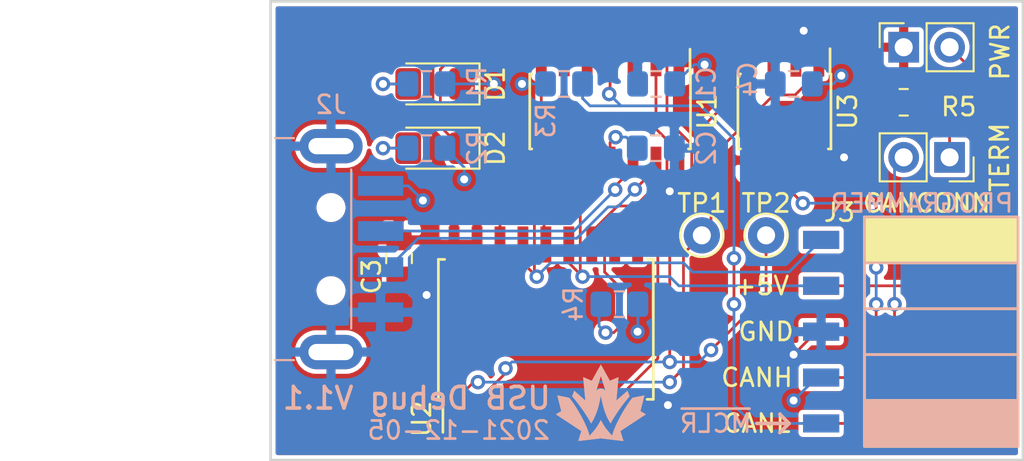
<source format=kicad_pcb>
(kicad_pcb (version 20171130) (host pcbnew 5.1.10)

  (general
    (thickness 1.6)
    (drawings 16)
    (tracks 233)
    (zones 0)
    (modules 22)
    (nets 31)
  )

  (page A4)
  (layers
    (0 F.Cu signal)
    (31 B.Cu signal)
    (32 B.Adhes user)
    (33 F.Adhes user hide)
    (34 B.Paste user)
    (35 F.Paste user hide)
    (36 B.SilkS user)
    (37 F.SilkS user)
    (38 B.Mask user)
    (39 F.Mask user hide)
    (40 Dwgs.User user)
    (41 Cmts.User user)
    (42 Eco1.User user)
    (43 Eco2.User user)
    (44 Edge.Cuts user)
    (45 Margin user)
    (46 B.CrtYd user)
    (47 F.CrtYd user hide)
    (48 B.Fab user hide)
    (49 F.Fab user hide)
  )

  (setup
    (last_trace_width 0.1524)
    (user_trace_width 0.1524)
    (user_trace_width 0.381)
    (trace_clearance 0.1524)
    (zone_clearance 0.2032)
    (zone_45_only no)
    (trace_min 0.1524)
    (via_size 0.8)
    (via_drill 0.44)
    (via_min_size 0.4)
    (via_min_drill 0.3)
    (uvia_size 0.3)
    (uvia_drill 0.1)
    (uvias_allowed no)
    (uvia_min_size 0.2)
    (uvia_min_drill 0.1)
    (edge_width 0.15)
    (segment_width 0.2)
    (pcb_text_width 0.3)
    (pcb_text_size 1.5 1.5)
    (mod_edge_width 0.15)
    (mod_text_size 1 1)
    (mod_text_width 0.15)
    (pad_size 1.5 1.7)
    (pad_drill 0.92)
    (pad_to_mask_clearance 0.0508)
    (solder_mask_min_width 0.1524)
    (aux_axis_origin 0 0)
    (visible_elements FFFFFF7F)
    (pcbplotparams
      (layerselection 0x010fc_ffffffff)
      (usegerberextensions true)
      (usegerberattributes false)
      (usegerberadvancedattributes false)
      (creategerberjobfile false)
      (excludeedgelayer true)
      (linewidth 0.100000)
      (plotframeref false)
      (viasonmask false)
      (mode 1)
      (useauxorigin false)
      (hpglpennumber 1)
      (hpglpenspeed 20)
      (hpglpendiameter 15.000000)
      (psnegative false)
      (psa4output false)
      (plotreference true)
      (plotvalue false)
      (plotinvisibletext false)
      (padsonsilk false)
      (subtractmaskfromsilk true)
      (outputformat 1)
      (mirror false)
      (drillshape 0)
      (scaleselection 1)
      (outputdirectory "plot/"))
  )

  (net 0 "")
  (net 1 "Net-(TP1-Pad1)")
  (net 2 "Net-(TP2-Pad1)")
  (net 3 GND)
  (net 4 /CAN_INT)
  (net 5 +5V)
  (net 6 "Net-(D2-Pad2)")
  (net 7 "Net-(D1-Pad2)")
  (net 8 /~MCLR)
  (net 9 "Net-(J3-Pad2)")
  (net 10 /ICSPDAT)
  (net 11 /MOSI)
  (net 12 /ICSPCLK)
  (net 13 /CS)
  (net 14 /CLKOUT)
  (net 15 "Net-(C2-Pad1)")
  (net 16 "Net-(D2-Pad1)")
  (net 17 /USB_D-)
  (net 18 "Net-(D1-Pad1)")
  (net 19 /USB_D+)
  (net 20 "Net-(J3-Pad1)")
  (net 21 "Net-(J3-Pad5)")
  (net 22 "Net-(J3-Pad4)")
  (net 23 "Net-(JP1-Pad1)")
  (net 24 "Net-(U2-Pad11)")
  (net 25 "Net-(U2-Pad10)")
  (net 26 "Net-(U2-Pad7)")
  (net 27 "Net-(U2-Pad6)")
  (net 28 "Net-(U2-Pad5)")
  (net 29 "Net-(U2-Pad4)")
  (net 30 "Net-(U2-Pad3)")

  (net_class Default "This is the default net class."
    (clearance 0.1524)
    (trace_width 0.1524)
    (via_dia 0.8)
    (via_drill 0.44)
    (uvia_dia 0.3)
    (uvia_drill 0.1)
    (add_net /CAN_INT)
    (add_net /CLKOUT)
    (add_net /CS)
    (add_net /ICSPCLK)
    (add_net /ICSPDAT)
    (add_net /MOSI)
    (add_net /USB_D+)
    (add_net /USB_D-)
    (add_net /~MCLR)
    (add_net "Net-(D1-Pad1)")
    (add_net "Net-(D1-Pad2)")
    (add_net "Net-(D2-Pad1)")
    (add_net "Net-(D2-Pad2)")
    (add_net "Net-(J3-Pad1)")
    (add_net "Net-(J3-Pad4)")
    (add_net "Net-(J3-Pad5)")
    (add_net "Net-(JP1-Pad1)")
    (add_net "Net-(TP1-Pad1)")
    (add_net "Net-(TP2-Pad1)")
    (add_net "Net-(U2-Pad10)")
    (add_net "Net-(U2-Pad11)")
    (add_net "Net-(U2-Pad3)")
    (add_net "Net-(U2-Pad4)")
    (add_net "Net-(U2-Pad5)")
    (add_net "Net-(U2-Pad6)")
    (add_net "Net-(U2-Pad7)")
  )

  (net_class Power ""
    (clearance 0.254)
    (trace_width 0.508)
    (via_dia 0.8)
    (via_drill 0.44)
    (uvia_dia 0.3)
    (uvia_drill 0.1)
    (add_net +5V)
    (add_net GND)
    (add_net "Net-(C2-Pad1)")
    (add_net "Net-(J3-Pad2)")
  )

  (module Team_Logo:Logo_SilkScreen_5mm (layer B.Cu) (tedit 0) (tstamp 61ADE19A)
    (at 147.828 73.533 180)
    (fp_text reference G*** (at 0 0) (layer B.SilkS) hide
      (effects (font (size 1.524 1.524) (thickness 0.3)) (justify mirror))
    )
    (fp_text value LOGO (at 0.75 0) (layer B.SilkS) hide
      (effects (font (size 1.524 1.524) (thickness 0.3)) (justify mirror))
    )
    (fp_poly (pts (xy -2.399303 0.40603) (xy -2.379967 0.4026) (xy -2.349648 0.39697) (xy -2.309681 0.389395)
      (xy -2.261401 0.380129) (xy -2.206141 0.369428) (xy -2.145238 0.357545) (xy -2.080024 0.344737)
      (xy -2.078906 0.344516) (xy -1.998323 0.328526) (xy -1.930525 0.314818) (xy -1.874604 0.303185)
      (xy -1.829652 0.29342) (xy -1.794761 0.285317) (xy -1.769022 0.27867) (xy -1.751526 0.273271)
      (xy -1.741367 0.268915) (xy -1.738898 0.267196) (xy -1.726426 0.253773) (xy -1.707274 0.230344)
      (xy -1.682553 0.198434) (xy -1.653376 0.159567) (xy -1.620856 0.115268) (xy -1.586104 0.067063)
      (xy -1.550233 0.016476) (xy -1.514356 -0.034969) (xy -1.479585 -0.085745) (xy -1.457727 -0.118234)
      (xy -1.354458 -0.277334) (xy -1.253281 -0.441776) (xy -1.155346 -0.609429) (xy -1.061801 -0.778163)
      (xy -0.973798 -0.945847) (xy -0.892487 -1.110352) (xy -0.819016 -1.269546) (xy -0.755218 -1.419617)
      (xy -0.739134 -1.46063) (xy -0.72165 -1.507438) (xy -0.703589 -1.557618) (xy -0.68577 -1.608749)
      (xy -0.669013 -1.658409) (xy -0.65414 -1.704176) (xy -0.64197 -1.743629) (xy -0.633324 -1.774346)
      (xy -0.629611 -1.790372) (xy -0.625353 -1.807015) (xy -0.62088 -1.815845) (xy -0.619923 -1.816274)
      (xy -0.613246 -1.811234) (xy -0.598928 -1.797142) (xy -0.578354 -1.775541) (xy -0.552912 -1.747973)
      (xy -0.523984 -1.715981) (xy -0.492958 -1.681108) (xy -0.461218 -1.644897) (xy -0.430149 -1.608889)
      (xy -0.401136 -1.574628) (xy -0.379951 -1.54904) (xy -0.315069 -1.46714) (xy -0.25532 -1.386123)
      (xy -0.198583 -1.302812) (xy -0.142732 -1.214035) (xy -0.085646 -1.116615) (xy -0.059188 -1.069471)
      (xy -0.039487 -1.034757) (xy -0.021834 -1.005166) (xy -0.00738 -0.982505) (xy 0.002728 -0.968579)
      (xy 0.007259 -0.965088) (xy 0.012526 -0.973146) (xy 0.022843 -0.990848) (xy 0.036705 -1.015556)
      (xy 0.052178 -1.043836) (xy 0.129089 -1.179716) (xy 0.207247 -1.30481) (xy 0.28871 -1.422225)
      (xy 0.375537 -1.53507) (xy 0.386337 -1.548357) (xy 0.412781 -1.580211) (xy 0.442384 -1.61504)
      (xy 0.473767 -1.651306) (xy 0.505545 -1.687468) (xy 0.536339 -1.721989) (xy 0.564766 -1.753329)
      (xy 0.589445 -1.779948) (xy 0.608992 -1.800309) (xy 0.622028 -1.812872) (xy 0.626883 -1.816274)
      (xy 0.631129 -1.810181) (xy 0.63561 -1.795069) (xy 0.636571 -1.790372) (xy 0.641986 -1.767926)
      (xy 0.651549 -1.7349) (xy 0.66444 -1.693717) (xy 0.679838 -1.646799) (xy 0.696924 -1.596567)
      (xy 0.714876 -1.545443) (xy 0.732873 -1.495849) (xy 0.750097 -1.450206) (xy 0.762178 -1.419617)
      (xy 0.825492 -1.270701) (xy 0.897659 -1.114261) (xy 0.977518 -0.952442) (xy 1.063912 -0.78739)
      (xy 1.155683 -0.621251) (xy 1.251672 -0.456171) (xy 1.350722 -0.294296) (xy 1.451675 -0.137772)
      (xy 1.463995 -0.119251) (xy 1.497378 -0.069822) (xy 1.532611 -0.018694) (xy 1.568585 0.032611)
      (xy 1.604188 0.08257) (xy 1.638312 0.129661) (xy 1.669845 0.172361) (xy 1.697678 0.209146)
      (xy 1.7207 0.238496) (xy 1.737802 0.258886) (xy 1.745553 0.266921) (xy 1.752906 0.270889)
      (xy 1.767791 0.275934) (xy 1.791057 0.282248) (xy 1.823552 0.290023) (xy 1.866124 0.299453)
      (xy 1.919624 0.310729) (xy 1.984898 0.324045) (xy 2.062795 0.339593) (xy 2.085561 0.344092)
      (xy 2.150866 0.356936) (xy 2.211884 0.368863) (xy 2.267281 0.379618) (xy 2.315724 0.388945)
      (xy 2.355878 0.396588) (xy 2.386409 0.402292) (xy 2.405985 0.405802) (xy 2.413271 0.406863)
      (xy 2.413282 0.406857) (xy 2.411871 0.400157) (xy 2.407357 0.381354) (xy 2.400092 0.351829)
      (xy 2.390424 0.312961) (xy 2.378704 0.266131) (xy 2.365282 0.212718) (xy 2.350509 0.154103)
      (xy 2.334733 0.091666) (xy 2.318307 0.026786) (xy 2.301579 -0.039155) (xy 2.284899 -0.104779)
      (xy 2.268619 -0.168704) (xy 2.253087 -0.229551) (xy 2.238655 -0.28594) (xy 2.225672 -0.336491)
      (xy 2.214488 -0.379823) (xy 2.205454 -0.414557) (xy 2.19892 -0.439312) (xy 2.195235 -0.452708)
      (xy 2.195076 -0.453241) (xy 2.196765 -0.458541) (xy 2.205068 -0.466598) (xy 2.221059 -0.478116)
      (xy 2.245815 -0.493804) (xy 2.280413 -0.514366) (xy 2.325929 -0.540511) (xy 2.341465 -0.549317)
      (xy 2.382695 -0.57284) (xy 2.419584 -0.594285) (xy 2.450494 -0.612666) (xy 2.473786 -0.626997)
      (xy 2.487821 -0.636294) (xy 2.491288 -0.6394) (xy 2.485575 -0.643811) (xy 2.468909 -0.655347)
      (xy 2.442003 -0.673538) (xy 2.405567 -0.697913) (xy 2.360312 -0.728004) (xy 2.30695 -0.76334)
      (xy 2.246192 -0.803452) (xy 2.178749 -0.84787) (xy 2.105332 -0.896125) (xy 2.026653 -0.947746)
      (xy 1.943423 -1.002264) (xy 1.856352 -1.05921) (xy 1.788519 -1.103515) (xy 1.699009 -1.162002)
      (xy 1.6128 -1.218441) (xy 1.530605 -1.27236) (xy 1.453136 -1.323288) (xy 1.381103 -1.370752)
      (xy 1.315218 -1.414282) (xy 1.256194 -1.453407) (xy 1.204741 -1.487654) (xy 1.161572 -1.516551)
      (xy 1.127398 -1.539629) (xy 1.10293 -1.556414) (xy 1.088881 -1.566436) (xy 1.085609 -1.569233)
      (xy 1.087617 -1.577185) (xy 1.093405 -1.596948) (xy 1.102527 -1.627073) (xy 1.114537 -1.666109)
      (xy 1.128987 -1.712609) (xy 1.14543 -1.765123) (xy 1.163421 -1.8222) (xy 1.169899 -1.842667)
      (xy 1.188187 -1.900842) (xy 1.204891 -1.954858) (xy 1.219588 -2.003284) (xy 1.231858 -2.044691)
      (xy 1.241279 -2.077649) (xy 1.247428 -2.100726) (xy 1.249885 -2.112494) (xy 1.24979 -2.113681)
      (xy 1.242366 -2.113537) (xy 1.222111 -2.111817) (xy 1.190012 -2.108631) (xy 1.147052 -2.10409)
      (xy 1.094217 -2.098305) (xy 1.032491 -2.091385) (xy 0.962861 -2.083441) (xy 0.886309 -2.074584)
      (xy 0.803823 -2.064924) (xy 0.716386 -2.054571) (xy 0.624983 -2.043637) (xy 0.624365 -2.043562)
      (xy 0.00348 -1.968904) (xy -0.604682 -2.042206) (xy -0.695479 -2.053127) (xy -0.782541 -2.063557)
      (xy -0.864846 -2.073374) (xy -0.941372 -2.08246) (xy -1.011098 -2.090694) (xy -1.073003 -2.097956)
      (xy -1.126065 -2.104126) (xy -1.169262 -2.109085) (xy -1.201573 -2.112712) (xy -1.221976 -2.114888)
      (xy -1.229244 -2.115507) (xy -1.241843 -2.113419) (xy -1.245644 -2.109732) (xy -1.243606 -2.102038)
      (xy -1.237792 -2.082534) (xy -1.228652 -2.052669) (xy -1.216636 -2.013894) (xy -1.202194 -1.967658)
      (xy -1.185777 -1.915412) (xy -1.167833 -1.858605) (xy -1.162137 -1.840631) (xy -1.143807 -1.782644)
      (xy -1.126871 -1.728704) (xy -1.111779 -1.680273) (xy -1.098982 -1.638814) (xy -1.08893 -1.605788)
      (xy -1.082074 -1.582658) (xy -1.078865 -1.570887) (xy -1.07868 -1.56979) (xy -1.084401 -1.565101)
      (xy -1.101077 -1.553295) (xy -1.127996 -1.534844) (xy -1.164447 -1.51022) (xy -1.209717 -1.479894)
      (xy -1.263097 -1.44434) (xy -1.323873 -1.404028) (xy -1.391335 -1.359433) (xy -1.464771 -1.311025)
      (xy -1.54347 -1.259276) (xy -1.626719 -1.20466) (xy -1.713808 -1.147648) (xy -1.781529 -1.103395)
      (xy -1.871025 -1.044918) (xy -1.957219 -0.988516) (xy -2.039398 -0.934658) (xy -2.116852 -0.883814)
      (xy -2.18887 -0.836454) (xy -2.254741 -0.793047) (xy -2.313754 -0.754064) (xy -2.365197 -0.719972)
      (xy -2.408359 -0.691244) (xy -2.442529 -0.668346) (xy -2.466997 -0.651751) (xy -2.48105 -0.641926)
      (xy -2.484328 -0.63928) (xy -2.478524 -0.634556) (xy -2.462203 -0.624037) (xy -2.437005 -0.608707)
      (xy -2.404568 -0.58955) (xy -2.366532 -0.567549) (xy -2.334506 -0.549317) (xy -2.285592 -0.521406)
      (xy -2.247911 -0.499284) (xy -2.220387 -0.482243) (xy -2.201943 -0.469578) (xy -2.191503 -0.460582)
      (xy -2.18799 -0.454548) (xy -2.188116 -0.453241) (xy -2.191584 -0.440724) (xy -2.197926 -0.416746)
      (xy -2.206793 -0.382687) (xy -2.217835 -0.339928) (xy -2.230701 -0.289849) (xy -2.245041 -0.233829)
      (xy -2.260505 -0.17325) (xy -2.276744 -0.109492) (xy -2.293407 -0.043934) (xy -2.310143 0.022043)
      (xy -2.326604 0.087059) (xy -2.342438 0.149733) (xy -2.357295 0.208686) (xy -2.370827 0.262537)
      (xy -2.382681 0.309906) (xy -2.392509 0.349412) (xy -2.39996 0.379676) (xy -2.404685 0.399318)
      (xy -2.406332 0.406956) (xy -2.406323 0.407006) (xy -2.399303 0.40603)) (layer B.SilkS) (width 0.01))
    (fp_poly (pts (xy 0.007914 2.102095) (xy 0.018516 2.084931) (xy 0.034733 2.057506) (xy 0.056017 2.020785)
      (xy 0.081817 1.975731) (xy 0.111583 1.92331) (xy 0.144765 1.864485) (xy 0.180813 1.800222)
      (xy 0.219176 1.731483) (xy 0.252447 1.671606) (xy 0.292369 1.599633) (xy 0.330398 1.531105)
      (xy 0.365983 1.467012) (xy 0.398574 1.408344) (xy 0.427619 1.356092) (xy 0.452569 1.311245)
      (xy 0.472873 1.274795) (xy 0.48798 1.24773) (xy 0.497339 1.231042) (xy 0.500334 1.225803)
      (xy 0.504557 1.224399) (xy 0.51441 1.22605) (xy 0.530913 1.231149) (xy 0.55509 1.240091)
      (xy 0.587962 1.253272) (xy 0.630551 1.271084) (xy 0.68388 1.293924) (xy 0.740783 1.318615)
      (xy 0.794229 1.34174) (xy 0.843633 1.362802) (xy 0.887555 1.38121) (xy 0.924557 1.396375)
      (xy 0.953199 1.407707) (xy 0.972043 1.414618) (xy 0.979651 1.416518) (xy 0.9797 1.416483)
      (xy 0.97968 1.409077) (xy 0.978395 1.388792) (xy 0.97593 1.356601) (xy 0.972371 1.313478)
      (xy 0.967805 1.260395) (xy 0.962318 1.198327) (xy 0.955995 1.128245) (xy 0.948924 1.051124)
      (xy 0.94119 0.967936) (xy 0.93288 0.879655) (xy 0.92408 0.787253) (xy 0.922606 0.771887)
      (xy 0.913721 0.678942) (xy 0.905282 0.589986) (xy 0.897379 0.50599) (xy 0.890099 0.427923)
      (xy 0.883532 0.356756) (xy 0.877764 0.293459) (xy 0.872885 0.239002) (xy 0.868983 0.194357)
      (xy 0.866146 0.160493) (xy 0.864462 0.138381) (xy 0.86402 0.12899) (xy 0.864073 0.128731)
      (xy 0.869652 0.132689) (xy 0.884688 0.145113) (xy 0.908257 0.165197) (xy 0.939434 0.192137)
      (xy 0.977296 0.225127) (xy 1.020918 0.263364) (xy 1.069376 0.306041) (xy 1.121745 0.352354)
      (xy 1.168061 0.39346) (xy 1.223108 0.442306) (xy 1.2751 0.488277) (xy 1.3231 0.530555)
      (xy 1.366174 0.568324) (xy 1.403385 0.600767) (xy 1.433797 0.627069) (xy 1.456475 0.646413)
      (xy 1.470482 0.657982) (xy 1.474853 0.661095) (xy 1.476978 0.659537) (xy 1.480242 0.654092)
      (xy 1.485099 0.643602) (xy 1.492001 0.626911) (xy 1.501401 0.602862) (xy 1.513751 0.570298)
      (xy 1.529503 0.528061) (xy 1.549111 0.474996) (xy 1.571753 0.413417) (xy 1.592427 0.357108)
      (xy 1.533126 0.288698) (xy 1.456616 0.198194) (xy 1.376367 0.099105) (xy 1.293504 -0.00696)
      (xy 1.209153 -0.118391) (xy 1.12444 -0.233578) (xy 1.04049 -0.350911) (xy 0.958429 -0.468779)
      (xy 0.879382 -0.585573) (xy 0.804476 -0.699683) (xy 0.734836 -0.809499) (xy 0.671587 -0.91341)
      (xy 0.615856 -1.009807) (xy 0.582192 -1.071437) (xy 0.544401 -1.142623) (xy 0.521445 -1.109258)
      (xy 0.477684 -1.040895) (xy 0.432339 -0.961222) (xy 0.3865 -0.872587) (xy 0.341257 -0.777337)
      (xy 0.297702 -0.677821) (xy 0.256925 -0.576387) (xy 0.220016 -0.475383) (xy 0.201808 -0.421014)
      (xy 0.168975 -0.31398) (xy 0.136111 -0.196397) (xy 0.104045 -0.071606) (xy 0.073605 0.057052)
      (xy 0.045619 0.186234) (xy 0.023846 0.296803) (xy 0.004129 0.402236) (xy -0.031696 0.223734)
      (xy -0.071287 0.037848) (xy -0.112993 -0.13529) (xy -0.15719 -0.296738) (xy -0.204253 -0.447556)
      (xy -0.254557 -0.588803) (xy -0.308478 -0.721539) (xy -0.366391 -0.846822) (xy -0.42867 -0.965714)
      (xy -0.489731 -1.069689) (xy -0.506356 -1.096104) (xy -0.520568 -1.117856) (xy -0.530643 -1.132356)
      (xy -0.534554 -1.136989) (xy -0.539719 -1.132639) (xy -0.549334 -1.11834) (xy -0.561763 -1.096659)
      (xy -0.569037 -1.082849) (xy -0.609485 -1.007484) (xy -0.658109 -0.923061) (xy -0.713921 -0.830995)
      (xy -0.775934 -0.732702) (xy -0.843159 -0.629597) (xy -0.914609 -0.523097) (xy -0.989296 -0.414616)
      (xy -1.066231 -0.305572) (xy -1.144426 -0.197379) (xy -1.222894 -0.091454) (xy -1.300647 0.010787)
      (xy -1.376696 0.10793) (xy -1.450053 0.198558) (xy -1.519731 0.281255) (xy -1.526167 0.288698)
      (xy -1.585467 0.357108) (xy -1.564794 0.413417) (xy -1.541096 0.477864) (xy -1.521684 0.530382)
      (xy -1.506108 0.572126) (xy -1.493915 0.604252) (xy -1.484653 0.627918) (xy -1.47787 0.644278)
      (xy -1.473114 0.65449) (xy -1.469933 0.659709) (xy -1.467968 0.661095) (xy -1.461878 0.656599)
      (xy -1.446336 0.643655) (xy -1.42228 0.623079) (xy -1.390645 0.595687) (xy -1.352366 0.562294)
      (xy -1.30838 0.523717) (xy -1.259622 0.480772) (xy -1.207029 0.434274) (xy -1.161099 0.393538)
      (xy -1.106136 0.344809) (xy -1.054313 0.299038) (xy -1.006554 0.257027) (xy -0.963782 0.219582)
      (xy -0.926922 0.187508) (xy -0.896898 0.16161) (xy -0.874634 0.142691) (xy -0.861055 0.131556)
      (xy -0.857036 0.128808) (xy -0.857275 0.135991) (xy -0.85877 0.156056) (xy -0.861433 0.188034)
      (xy -0.865175 0.230953) (xy -0.869907 0.283845) (xy -0.875541 0.345739) (xy -0.881989 0.415664)
      (xy -0.889162 0.49265) (xy -0.896973 0.575728) (xy -0.905331 0.663927) (xy -0.906411 0.675241)
      (xy -0.24938 0.675241) (xy -0.246837 0.674499) (xy -0.236612 0.68203) (xy -0.220832 0.696236)
      (xy -0.21879 0.698194) (xy -0.194172 0.718687) (xy -0.163582 0.739692) (xy -0.135698 0.755571)
      (xy -0.073588 0.779156) (xy -0.010539 0.789226) (xy 0.052073 0.78599) (xy 0.112872 0.769657)
      (xy 0.170481 0.740437) (xy 0.220452 0.701447) (xy 0.238262 0.685581) (xy 0.250904 0.675876)
      (xy 0.256292 0.673876) (xy 0.256181 0.675013) (xy 0.253497 0.683383) (xy 0.247047 0.703849)
      (xy 0.237204 0.735219) (xy 0.224341 0.776302) (xy 0.20883 0.825904) (xy 0.191044 0.882836)
      (xy 0.171357 0.945903) (xy 0.15014 1.013915) (xy 0.12888 1.082109) (xy 0.106647 1.1534)
      (xy 0.085658 1.220629) (xy 0.066273 1.282639) (xy 0.048857 1.338272) (xy 0.033771 1.386372)
      (xy 0.02138 1.425781) (xy 0.012046 1.455342) (xy 0.006131 1.473897) (xy 0.004004 1.480288)
      (xy 0.00177 1.474112) (xy -0.004235 1.45579) (xy -0.013648 1.426464) (xy -0.026109 1.387278)
      (xy -0.041255 1.339376) (xy -0.058726 1.2839) (xy -0.078159 1.221995) (xy -0.099193 1.154804)
      (xy -0.121417 1.08363) (xy -0.143799 1.011891) (xy -0.165009 0.943968) (xy -0.184676 0.881049)
      (xy -0.202427 0.824323) (xy -0.217888 0.774979) (xy -0.230689 0.734205) (xy -0.240456 0.703189)
      (xy -0.246817 0.683121) (xy -0.24938 0.675241) (xy -0.906411 0.675241) (xy -0.91415 0.756276)
      (xy -0.915647 0.771887) (xy -0.924518 0.864869) (xy -0.932912 0.95389) (xy -0.940743 1.037977)
      (xy -0.947924 1.116157) (xy -0.954369 1.187457) (xy -0.959992 1.250902) (xy -0.964707 1.305521)
      (xy -0.968428 1.350339) (xy -0.971069 1.384383) (xy -0.972543 1.40668) (xy -0.972765 1.416258)
      (xy -0.972677 1.416546) (xy -0.965514 1.414872) (xy -0.947062 1.408168) (xy -0.918764 1.397026)
      (xy -0.882062 1.382034) (xy -0.838401 1.363782) (xy -0.789225 1.342861) (xy -0.735976 1.319861)
      (xy -0.734875 1.319382) (xy -0.681614 1.29623) (xy -0.632494 1.274931) (xy -0.588947 1.256101)
      (xy -0.552404 1.240358) (xy -0.524295 1.228317) (xy -0.506051 1.220595) (xy -0.499105 1.217809)
      (xy -0.499091 1.217808) (xy -0.495415 1.223739) (xy -0.48554 1.240897) (xy -0.469998 1.268328)
      (xy -0.449323 1.305078) (xy -0.424048 1.350194) (xy -0.394707 1.402721) (xy -0.361833 1.461707)
      (xy -0.32596 1.526196) (xy -0.287622 1.595237) (xy -0.250089 1.662934) (xy -0.209851 1.735394)
      (xy -0.171468 1.804189) (xy -0.135484 1.868364) (xy -0.102442 1.926964) (xy -0.072887 1.979033)
      (xy -0.047362 2.023618) (xy -0.026413 2.059762) (xy -0.010582 2.086511) (xy -0.000415 2.102909)
      (xy 0.00348 2.108033) (xy 0.007914 2.102095)) (layer B.SilkS) (width 0.01))
  )

  (module Resistor_SMD:R_0805_2012Metric_Pad1.20x1.40mm_HandSolder (layer F.Cu) (tedit 5F68FEEE) (tstamp 61ADC7C8)
    (at 164.592 56.896 180)
    (descr "Resistor SMD 0805 (2012 Metric), square (rectangular) end terminal, IPC_7351 nominal with elongated pad for handsoldering. (Body size source: IPC-SM-782 page 72, https://www.pcb-3d.com/wordpress/wp-content/uploads/ipc-sm-782a_amendment_1_and_2.pdf), generated with kicad-footprint-generator")
    (tags "resistor handsolder")
    (path /61B557F5)
    (attr smd)
    (fp_text reference R5 (at -3.048 -0.254) (layer F.SilkS)
      (effects (font (size 1 1) (thickness 0.15)))
    )
    (fp_text value 120 (at 0 1.65) (layer F.Fab)
      (effects (font (size 1 1) (thickness 0.15)))
    )
    (fp_line (start 1.85 0.95) (end -1.85 0.95) (layer F.CrtYd) (width 0.05))
    (fp_line (start 1.85 -0.95) (end 1.85 0.95) (layer F.CrtYd) (width 0.05))
    (fp_line (start -1.85 -0.95) (end 1.85 -0.95) (layer F.CrtYd) (width 0.05))
    (fp_line (start -1.85 0.95) (end -1.85 -0.95) (layer F.CrtYd) (width 0.05))
    (fp_line (start -0.227064 0.735) (end 0.227064 0.735) (layer F.SilkS) (width 0.12))
    (fp_line (start -0.227064 -0.735) (end 0.227064 -0.735) (layer F.SilkS) (width 0.12))
    (fp_line (start 1 0.625) (end -1 0.625) (layer F.Fab) (width 0.1))
    (fp_line (start 1 -0.625) (end 1 0.625) (layer F.Fab) (width 0.1))
    (fp_line (start -1 -0.625) (end 1 -0.625) (layer F.Fab) (width 0.1))
    (fp_line (start -1 0.625) (end -1 -0.625) (layer F.Fab) (width 0.1))
    (fp_text user %R (at 0 0) (layer F.Fab)
      (effects (font (size 0.5 0.5) (thickness 0.08)))
    )
    (pad 2 smd roundrect (at 1 0 180) (size 1.2 1.4) (layers F.Cu F.Paste F.Mask) (roundrect_rratio 0.2083325)
      (net 22 "Net-(J3-Pad4)"))
    (pad 1 smd roundrect (at -1 0 180) (size 1.2 1.4) (layers F.Cu F.Paste F.Mask) (roundrect_rratio 0.2083325)
      (net 23 "Net-(JP1-Pad1)"))
    (model ${KISYS3DMOD}/Resistor_SMD.3dshapes/R_0805_2012Metric.wrl
      (at (xyz 0 0 0))
      (scale (xyz 1 1 1))
      (rotate (xyz 0 0 0))
    )
  )

  (module Connector_PinSocket_2.54mm:PinSocket_1x02_P2.54mm_Vertical (layer F.Cu) (tedit 5A19A420) (tstamp 61ADC16B)
    (at 167.132 59.944 270)
    (descr "Through hole straight socket strip, 1x02, 2.54mm pitch, single row (from Kicad 4.0.7), script generated")
    (tags "Through hole socket strip THT 1x02 2.54mm single row")
    (path /61B57F87)
    (fp_text reference TERM (at 0 -2.77 90) (layer F.SilkS)
      (effects (font (size 1 1) (thickness 0.15)))
    )
    (fp_text value Jumper (at 0 5.31 90) (layer F.Fab)
      (effects (font (size 1 1) (thickness 0.15)))
    )
    (fp_line (start -1.8 4.3) (end -1.8 -1.8) (layer F.CrtYd) (width 0.05))
    (fp_line (start 1.75 4.3) (end -1.8 4.3) (layer F.CrtYd) (width 0.05))
    (fp_line (start 1.75 -1.8) (end 1.75 4.3) (layer F.CrtYd) (width 0.05))
    (fp_line (start -1.8 -1.8) (end 1.75 -1.8) (layer F.CrtYd) (width 0.05))
    (fp_line (start 0 -1.33) (end 1.33 -1.33) (layer F.SilkS) (width 0.12))
    (fp_line (start 1.33 -1.33) (end 1.33 0) (layer F.SilkS) (width 0.12))
    (fp_line (start 1.33 1.27) (end 1.33 3.87) (layer F.SilkS) (width 0.12))
    (fp_line (start -1.33 3.87) (end 1.33 3.87) (layer F.SilkS) (width 0.12))
    (fp_line (start -1.33 1.27) (end -1.33 3.87) (layer F.SilkS) (width 0.12))
    (fp_line (start -1.33 1.27) (end 1.33 1.27) (layer F.SilkS) (width 0.12))
    (fp_line (start -1.27 3.81) (end -1.27 -1.27) (layer F.Fab) (width 0.1))
    (fp_line (start 1.27 3.81) (end -1.27 3.81) (layer F.Fab) (width 0.1))
    (fp_line (start 1.27 -0.635) (end 1.27 3.81) (layer F.Fab) (width 0.1))
    (fp_line (start 0.635 -1.27) (end 1.27 -0.635) (layer F.Fab) (width 0.1))
    (fp_line (start -1.27 -1.27) (end 0.635 -1.27) (layer F.Fab) (width 0.1))
    (fp_text user %R (at 0 1.27) (layer F.Fab)
      (effects (font (size 1 1) (thickness 0.15)))
    )
    (pad 2 thru_hole oval (at 0 2.54 270) (size 1.7 1.7) (drill 1) (layers *.Cu *.Mask)
      (net 21 "Net-(J3-Pad5)"))
    (pad 1 thru_hole rect (at 0 0 270) (size 1.7 1.7) (drill 1) (layers *.Cu *.Mask)
      (net 23 "Net-(JP1-Pad1)"))
    (model ${KISYS3DMOD}/Connector_PinSocket_2.54mm.3dshapes/PinSocket_1x02_P2.54mm_Vertical.wrl
      (at (xyz 0 0 0))
      (scale (xyz 1 1 1))
      (rotate (xyz 0 0 0))
    )
  )

  (module Connector_PinSocket_2.54mm:PinSocket_1x02_P2.54mm_Vertical (layer F.Cu) (tedit 5A19A420) (tstamp 5C0864F7)
    (at 164.592 53.848 90)
    (descr "Through hole straight socket strip, 1x02, 2.54mm pitch, single row (from Kicad 4.0.7), script generated")
    (tags "Through hole socket strip THT 1x02 2.54mm single row")
    (path /5BFE64D4)
    (fp_text reference PWR (at -0.254 5.334 270) (layer F.SilkS)
      (effects (font (size 1 1) (thickness 0.15)))
    )
    (fp_text value Jumper (at 0 5.31 270) (layer F.Fab)
      (effects (font (size 1 1) (thickness 0.15)))
    )
    (fp_line (start -1.27 -1.27) (end 0.635 -1.27) (layer F.Fab) (width 0.1))
    (fp_line (start 0.635 -1.27) (end 1.27 -0.635) (layer F.Fab) (width 0.1))
    (fp_line (start 1.27 -0.635) (end 1.27 3.81) (layer F.Fab) (width 0.1))
    (fp_line (start 1.27 3.81) (end -1.27 3.81) (layer F.Fab) (width 0.1))
    (fp_line (start -1.27 3.81) (end -1.27 -1.27) (layer F.Fab) (width 0.1))
    (fp_line (start -1.33 1.27) (end 1.33 1.27) (layer F.SilkS) (width 0.12))
    (fp_line (start -1.33 1.27) (end -1.33 3.87) (layer F.SilkS) (width 0.12))
    (fp_line (start -1.33 3.87) (end 1.33 3.87) (layer F.SilkS) (width 0.12))
    (fp_line (start 1.33 1.27) (end 1.33 3.87) (layer F.SilkS) (width 0.12))
    (fp_line (start 1.33 -1.33) (end 1.33 0) (layer F.SilkS) (width 0.12))
    (fp_line (start 0 -1.33) (end 1.33 -1.33) (layer F.SilkS) (width 0.12))
    (fp_line (start -1.8 -1.8) (end 1.75 -1.8) (layer F.CrtYd) (width 0.05))
    (fp_line (start 1.75 -1.8) (end 1.75 4.3) (layer F.CrtYd) (width 0.05))
    (fp_line (start 1.75 4.3) (end -1.8 4.3) (layer F.CrtYd) (width 0.05))
    (fp_line (start -1.8 4.3) (end -1.8 -1.8) (layer F.CrtYd) (width 0.05))
    (fp_text user %R (at 0 1.27 180) (layer F.Fab)
      (effects (font (size 1 1) (thickness 0.15)))
    )
    (pad 1 thru_hole rect (at 0 0 90) (size 1.7 1.7) (drill 1) (layers *.Cu *.Mask)
      (net 5 +5V))
    (pad 2 thru_hole oval (at 0 2.54 90) (size 1.7 1.7) (drill 1) (layers *.Cu *.Mask)
      (net 9 "Net-(J3-Pad2)"))
    (model ${KISYS3DMOD}/Connector_PinSocket_2.54mm.3dshapes/PinSocket_1x02_P2.54mm_Vertical.wrl
      (at (xyz 0 0 0))
      (scale (xyz 1 1 1))
      (rotate (xyz 0 0 0))
    )
  )

  (module canhw_footprints:PinHeader_5x2.54_SMD_90deg_952-3198-1-ND (layer B.Cu) (tedit 5BFD9B6F) (tstamp 5BFB1EF9)
    (at 160.02 74.676 90)
    (path /5B97C90D)
    (fp_text reference J1 (at 0 -2.54 90) (layer B.SilkS) hide
      (effects (font (size 1 1) (thickness 0.15)) (justify mirror))
    )
    (fp_text value "Programming Header" (at 0 0.5 90) (layer B.Fab)
      (effects (font (size 1 1) (thickness 0.15)) (justify mirror))
    )
    (fp_line (start -1.27 2.4) (end 11.43 2.4) (layer B.SilkS) (width 0.15))
    (fp_line (start -1.27 10.9) (end 11.43 10.9) (layer B.SilkS) (width 0.15))
    (fp_line (start -1.27 2.4) (end -1.27 10.9) (layer B.SilkS) (width 0.15))
    (fp_line (start 11.43 2.4) (end 11.43 10.9) (layer B.SilkS) (width 0.15))
    (fp_line (start 8.89 2.4) (end 8.89 10.9) (layer B.SilkS) (width 0.15))
    (fp_line (start 3.81 2.4) (end 3.81 10.9) (layer B.SilkS) (width 0.15))
    (fp_line (start 6.35 2.4) (end 6.35 10.9) (layer B.SilkS) (width 0.15))
    (fp_line (start 1.27 2.4) (end 1.27 10.9) (layer B.SilkS) (width 0.15))
    (fp_poly (pts (xy -1.2192 10.8458) (xy 1.2192 10.8458) (xy 1.2192 2.4638) (xy -1.2192 2.4638)) (layer B.SilkS) (width 0.15))
    (pad 1 smd rect (at 0 0 90) (size 1 2) (layers B.Cu B.Paste B.Mask)
      (net 8 /~MCLR))
    (pad 2 smd rect (at 2.54 0 90) (size 1 2) (layers B.Cu B.Paste B.Mask)
      (net 5 +5V))
    (pad 3 smd rect (at 5.08 0 90) (size 1 2) (layers B.Cu B.Paste B.Mask)
      (net 3 GND))
    (pad 4 smd rect (at 7.62 0 90) (size 1 2) (layers B.Cu B.Paste B.Mask)
      (net 10 /ICSPDAT))
    (pad 5 smd rect (at 10.16 0 90) (size 1 2) (layers B.Cu B.Paste B.Mask)
      (net 12 /ICSPCLK))
  )

  (module Capacitor_SMD:C_0805_2012Metric_Pad1.15x1.40mm_HandSolder (layer F.Cu) (tedit 5B36C52B) (tstamp 5C0ED589)
    (at 136.652 65.541 270)
    (descr "Capacitor SMD 0805 (2012 Metric), square (rectangular) end terminal, IPC_7351 nominal with elongated pad for handsoldering. (Body size source: https://docs.google.com/spreadsheets/d/1BsfQQcO9C6DZCsRaXUlFlo91Tg2WpOkGARC1WS5S8t0/edit?usp=sharing), generated with kicad-footprint-generator")
    (tags "capacitor handsolder")
    (path /5B9F523E)
    (attr smd)
    (fp_text reference C3 (at 1.007 1.524 270) (layer F.SilkS)
      (effects (font (size 1 1) (thickness 0.15)))
    )
    (fp_text value 0.1u (at 0 1.65 270) (layer F.Fab)
      (effects (font (size 1 1) (thickness 0.15)))
    )
    (fp_line (start 1.85 0.95) (end -1.85 0.95) (layer F.CrtYd) (width 0.05))
    (fp_line (start 1.85 -0.95) (end 1.85 0.95) (layer F.CrtYd) (width 0.05))
    (fp_line (start -1.85 -0.95) (end 1.85 -0.95) (layer F.CrtYd) (width 0.05))
    (fp_line (start -1.85 0.95) (end -1.85 -0.95) (layer F.CrtYd) (width 0.05))
    (fp_line (start -0.261252 0.71) (end 0.261252 0.71) (layer F.SilkS) (width 0.12))
    (fp_line (start -0.261252 -0.71) (end 0.261252 -0.71) (layer F.SilkS) (width 0.12))
    (fp_line (start 1 0.6) (end -1 0.6) (layer F.Fab) (width 0.1))
    (fp_line (start 1 -0.6) (end 1 0.6) (layer F.Fab) (width 0.1))
    (fp_line (start -1 -0.6) (end 1 -0.6) (layer F.Fab) (width 0.1))
    (fp_line (start -1 0.6) (end -1 -0.6) (layer F.Fab) (width 0.1))
    (fp_text user %R (at 0 0 270) (layer F.Fab)
      (effects (font (size 0.5 0.5) (thickness 0.08)))
    )
    (pad 2 smd roundrect (at 1.025 0 270) (size 1.15 1.4) (layers F.Cu F.Paste F.Mask) (roundrect_rratio 0.2173904347826087)
      (net 3 GND))
    (pad 1 smd roundrect (at -1.025 0 270) (size 1.15 1.4) (layers F.Cu F.Paste F.Mask) (roundrect_rratio 0.2173904347826087)
      (net 5 +5V))
    (model ${KISYS3DMOD}/Capacitor_SMD.3dshapes/C_0805_2012Metric.wrl
      (at (xyz 0 0 0))
      (scale (xyz 1 1 1))
      (rotate (xyz 0 0 0))
    )
  )

  (module Capacitor_SMD:C_0805_2012Metric_Pad1.15x1.40mm_HandSolder (layer B.Cu) (tedit 5B36C52B) (tstamp 5C0ED578)
    (at 150.885 55.88 180)
    (descr "Capacitor SMD 0805 (2012 Metric), square (rectangular) end terminal, IPC_7351 nominal with elongated pad for handsoldering. (Body size source: https://docs.google.com/spreadsheets/d/1BsfQQcO9C6DZCsRaXUlFlo91Tg2WpOkGARC1WS5S8t0/edit?usp=sharing), generated with kicad-footprint-generator")
    (tags "capacitor handsolder")
    (path /5B9F50FC)
    (attr smd)
    (fp_text reference C1 (at -2.785 0 270) (layer B.SilkS)
      (effects (font (size 1 1) (thickness 0.15)) (justify mirror))
    )
    (fp_text value 0.1u (at 0 -1.65 180) (layer B.Fab)
      (effects (font (size 1 1) (thickness 0.15)) (justify mirror))
    )
    (fp_line (start -1 -0.6) (end -1 0.6) (layer B.Fab) (width 0.1))
    (fp_line (start -1 0.6) (end 1 0.6) (layer B.Fab) (width 0.1))
    (fp_line (start 1 0.6) (end 1 -0.6) (layer B.Fab) (width 0.1))
    (fp_line (start 1 -0.6) (end -1 -0.6) (layer B.Fab) (width 0.1))
    (fp_line (start -0.261252 0.71) (end 0.261252 0.71) (layer B.SilkS) (width 0.12))
    (fp_line (start -0.261252 -0.71) (end 0.261252 -0.71) (layer B.SilkS) (width 0.12))
    (fp_line (start -1.85 -0.95) (end -1.85 0.95) (layer B.CrtYd) (width 0.05))
    (fp_line (start -1.85 0.95) (end 1.85 0.95) (layer B.CrtYd) (width 0.05))
    (fp_line (start 1.85 0.95) (end 1.85 -0.95) (layer B.CrtYd) (width 0.05))
    (fp_line (start 1.85 -0.95) (end -1.85 -0.95) (layer B.CrtYd) (width 0.05))
    (fp_text user %R (at 0 0 180) (layer B.Fab)
      (effects (font (size 0.5 0.5) (thickness 0.08)) (justify mirror))
    )
    (pad 1 smd roundrect (at -1.025 0 180) (size 1.15 1.4) (layers B.Cu B.Paste B.Mask) (roundrect_rratio 0.2173904347826087)
      (net 5 +5V))
    (pad 2 smd roundrect (at 1.025 0 180) (size 1.15 1.4) (layers B.Cu B.Paste B.Mask) (roundrect_rratio 0.2173904347826087)
      (net 3 GND))
    (model ${KISYS3DMOD}/Capacitor_SMD.3dshapes/C_0805_2012Metric.wrl
      (at (xyz 0 0 0))
      (scale (xyz 1 1 1))
      (rotate (xyz 0 0 0))
    )
  )

  (module Capacitor_SMD:C_0805_2012Metric_Pad1.15x1.40mm_HandSolder (layer B.Cu) (tedit 5B36C52B) (tstamp 5C0ED567)
    (at 150.867 59.436)
    (descr "Capacitor SMD 0805 (2012 Metric), square (rectangular) end terminal, IPC_7351 nominal with elongated pad for handsoldering. (Body size source: https://docs.google.com/spreadsheets/d/1BsfQQcO9C6DZCsRaXUlFlo91Tg2WpOkGARC1WS5S8t0/edit?usp=sharing), generated with kicad-footprint-generator")
    (tags "capacitor handsolder")
    (path /5B9F51D4)
    (attr smd)
    (fp_text reference C2 (at 2.803 0 90) (layer B.SilkS)
      (effects (font (size 1 1) (thickness 0.15)) (justify mirror))
    )
    (fp_text value 0.1u (at 0 -1.65) (layer B.Fab)
      (effects (font (size 1 1) (thickness 0.15)) (justify mirror))
    )
    (fp_line (start 1.85 -0.95) (end -1.85 -0.95) (layer B.CrtYd) (width 0.05))
    (fp_line (start 1.85 0.95) (end 1.85 -0.95) (layer B.CrtYd) (width 0.05))
    (fp_line (start -1.85 0.95) (end 1.85 0.95) (layer B.CrtYd) (width 0.05))
    (fp_line (start -1.85 -0.95) (end -1.85 0.95) (layer B.CrtYd) (width 0.05))
    (fp_line (start -0.261252 -0.71) (end 0.261252 -0.71) (layer B.SilkS) (width 0.12))
    (fp_line (start -0.261252 0.71) (end 0.261252 0.71) (layer B.SilkS) (width 0.12))
    (fp_line (start 1 -0.6) (end -1 -0.6) (layer B.Fab) (width 0.1))
    (fp_line (start 1 0.6) (end 1 -0.6) (layer B.Fab) (width 0.1))
    (fp_line (start -1 0.6) (end 1 0.6) (layer B.Fab) (width 0.1))
    (fp_line (start -1 -0.6) (end -1 0.6) (layer B.Fab) (width 0.1))
    (fp_text user %R (at 0 0) (layer B.Fab)
      (effects (font (size 0.5 0.5) (thickness 0.08)) (justify mirror))
    )
    (pad 2 smd roundrect (at 1.025 0) (size 1.15 1.4) (layers B.Cu B.Paste B.Mask) (roundrect_rratio 0.2173904347826087)
      (net 3 GND))
    (pad 1 smd roundrect (at -1.025 0) (size 1.15 1.4) (layers B.Cu B.Paste B.Mask) (roundrect_rratio 0.2173904347826087)
      (net 15 "Net-(C2-Pad1)"))
    (model ${KISYS3DMOD}/Capacitor_SMD.3dshapes/C_0805_2012Metric.wrl
      (at (xyz 0 0 0))
      (scale (xyz 1 1 1))
      (rotate (xyz 0 0 0))
    )
  )

  (module Capacitor_SMD:C_0805_2012Metric_Pad1.15x1.40mm_HandSolder (layer B.Cu) (tedit 5B36C52B) (tstamp 5C0ED556)
    (at 158.505 55.88 180)
    (descr "Capacitor SMD 0805 (2012 Metric), square (rectangular) end terminal, IPC_7351 nominal with elongated pad for handsoldering. (Body size source: https://docs.google.com/spreadsheets/d/1BsfQQcO9C6DZCsRaXUlFlo91Tg2WpOkGARC1WS5S8t0/edit?usp=sharing), generated with kicad-footprint-generator")
    (tags "capacitor handsolder")
    (path /5B9F5308)
    (attr smd)
    (fp_text reference C4 (at 2.549 0.254 90) (layer B.SilkS)
      (effects (font (size 1 1) (thickness 0.15)) (justify mirror))
    )
    (fp_text value 10u (at 0 -1.65 180) (layer B.Fab)
      (effects (font (size 1 1) (thickness 0.15)) (justify mirror))
    )
    (fp_line (start -1 -0.6) (end -1 0.6) (layer B.Fab) (width 0.1))
    (fp_line (start -1 0.6) (end 1 0.6) (layer B.Fab) (width 0.1))
    (fp_line (start 1 0.6) (end 1 -0.6) (layer B.Fab) (width 0.1))
    (fp_line (start 1 -0.6) (end -1 -0.6) (layer B.Fab) (width 0.1))
    (fp_line (start -0.261252 0.71) (end 0.261252 0.71) (layer B.SilkS) (width 0.12))
    (fp_line (start -0.261252 -0.71) (end 0.261252 -0.71) (layer B.SilkS) (width 0.12))
    (fp_line (start -1.85 -0.95) (end -1.85 0.95) (layer B.CrtYd) (width 0.05))
    (fp_line (start -1.85 0.95) (end 1.85 0.95) (layer B.CrtYd) (width 0.05))
    (fp_line (start 1.85 0.95) (end 1.85 -0.95) (layer B.CrtYd) (width 0.05))
    (fp_line (start 1.85 -0.95) (end -1.85 -0.95) (layer B.CrtYd) (width 0.05))
    (fp_text user %R (at 0 0 180) (layer B.Fab)
      (effects (font (size 0.5 0.5) (thickness 0.08)) (justify mirror))
    )
    (pad 1 smd roundrect (at -1.025 0 180) (size 1.15 1.4) (layers B.Cu B.Paste B.Mask) (roundrect_rratio 0.2173904347826087)
      (net 5 +5V))
    (pad 2 smd roundrect (at 1.025 0 180) (size 1.15 1.4) (layers B.Cu B.Paste B.Mask) (roundrect_rratio 0.2173904347826087)
      (net 3 GND))
    (model ${KISYS3DMOD}/Capacitor_SMD.3dshapes/C_0805_2012Metric.wrl
      (at (xyz 0 0 0))
      (scale (xyz 1 1 1))
      (rotate (xyz 0 0 0))
    )
  )

  (module Connector_USB:USB_A_CNCTech_1001-011-01101_Horizontal (layer B.Cu) (tedit 5AFEF547) (tstamp 5C0ED515)
    (at 125.984 65.024 180)
    (descr http://cnctech.us/pdfs/1001-011-01101.pdf)
    (tags USB-A)
    (path /5BF9CDF8)
    (attr smd)
    (fp_text reference J2 (at -6.9 8 180) (layer B.SilkS)
      (effects (font (size 1 1) (thickness 0.15)) (justify mirror))
    )
    (fp_text value USB_A (at 0 -8) (layer B.Fab)
      (effects (font (size 1 1) (thickness 0.15)) (justify mirror))
    )
    (fp_line (start -7.9 -6.025) (end -7.9 6.025) (layer B.Fab) (width 0.1))
    (fp_line (start -7.9 6.025) (end 10.9 6.025) (layer B.Fab) (width 0.1))
    (fp_line (start -7.9 -6.025) (end 10.9 -6.025) (layer B.Fab) (width 0.1))
    (fp_line (start 10.9 -6.025) (end 10.9 6.025) (layer B.Fab) (width 0.1))
    (fp_line (start -10.4 -3.75) (end -10.4 -3.25) (layer B.Fab) (width 0.1))
    (fp_line (start -10.4 -3.25) (end -7.9 -3.25) (layer B.Fab) (width 0.1))
    (fp_line (start -10.4 -3.75) (end -7.9 -3.75) (layer B.Fab) (width 0.1))
    (fp_line (start -10.4 -0.75) (end -7.9 -0.75) (layer B.Fab) (width 0.1))
    (fp_line (start -10.4 -1.25) (end -10.4 -0.75) (layer B.Fab) (width 0.1))
    (fp_line (start -10.4 -1.25) (end -7.9 -1.25) (layer B.Fab) (width 0.1))
    (fp_line (start -10.4 0.75) (end -10.4 1.25) (layer B.Fab) (width 0.1))
    (fp_line (start -10.4 0.75) (end -7.9 0.75) (layer B.Fab) (width 0.1))
    (fp_line (start -10.4 1.25) (end -7.9 1.25) (layer B.Fab) (width 0.1))
    (fp_line (start -10.4 3.75) (end -7.9 3.75) (layer B.Fab) (width 0.1))
    (fp_line (start -10.4 3.25) (end -10.4 3.75) (layer B.Fab) (width 0.1))
    (fp_line (start -10.4 3.25) (end -7.9 3.25) (layer B.Fab) (width 0.1))
    (fp_circle (center -6.9 2.3) (end -6.9 2.8) (layer B.Fab) (width 0.1))
    (fp_circle (center -6.9 -2.3) (end -6.9 -2.8) (layer B.Fab) (width 0.1))
    (fp_line (start -8.02 4.4) (end -8.02 -4.4) (layer B.SilkS) (width 0.12))
    (fp_line (start -3.8 -6.025) (end -3.8 6.025) (layer Dwgs.User) (width 0.1))
    (fp_line (start -4.85 6.145) (end -3.8 6.145) (layer B.SilkS) (width 0.12))
    (fp_line (start -4.85 -6.145) (end -3.8 -6.145) (layer B.SilkS) (width 0.12))
    (fp_line (start -11.4 -4.55) (end -11.4 4.55) (layer B.CrtYd) (width 0.05))
    (fp_line (start -11.4 4.55) (end -9.15 4.55) (layer B.CrtYd) (width 0.05))
    (fp_line (start -9.15 7.15) (end -9.15 4.55) (layer B.CrtYd) (width 0.05))
    (fp_line (start -9.15 7.15) (end -4.65 7.15) (layer B.CrtYd) (width 0.05))
    (fp_line (start -4.65 6.52) (end -4.65 7.15) (layer B.CrtYd) (width 0.05))
    (fp_line (start -4.65 6.52) (end 11.4 6.52) (layer B.CrtYd) (width 0.05))
    (fp_line (start 11.4 -6.52) (end 11.4 6.52) (layer B.CrtYd) (width 0.05))
    (fp_line (start -4.65 -6.52) (end 11.4 -6.52) (layer B.CrtYd) (width 0.05))
    (fp_line (start -4.65 -7.15) (end -4.65 -6.52) (layer B.CrtYd) (width 0.05))
    (fp_line (start -9.15 -7.15) (end -4.65 -7.15) (layer B.CrtYd) (width 0.05))
    (fp_line (start -9.15 -4.55) (end -9.15 -7.15) (layer B.CrtYd) (width 0.05))
    (fp_line (start -11.4 -4.55) (end -9.15 -4.55) (layer B.CrtYd) (width 0.05))
    (fp_text user "PCB Edge" (at -4.55 0.05 90) (layer Dwgs.User)
      (effects (font (size 0.6 0.6) (thickness 0.09)))
    )
    (fp_text user %R (at -6 0 90) (layer B.Fab)
      (effects (font (size 1 1) (thickness 0.15)) (justify mirror))
    )
    (pad 2 smd rect (at -9.65 1 180) (size 2.5 1.1) (layers B.Cu B.Paste B.Mask)
      (net 17 /USB_D-))
    (pad 3 smd rect (at -9.65 -1 180) (size 2.5 1.1) (layers B.Cu B.Paste B.Mask)
      (net 19 /USB_D+))
    (pad 1 smd rect (at -9.65 3.5 180) (size 2.5 1.1) (layers B.Cu B.Paste B.Mask)
      (net 5 +5V))
    (pad 4 smd rect (at -9.65 -3.5 180) (size 2.5 1.1) (layers B.Cu B.Paste B.Mask)
      (net 3 GND))
    (pad 5 thru_hole oval (at -6.9 5.7 180) (size 3.5 1.9) (drill oval 2.5 0.9) (layers *.Cu *.Mask)
      (net 3 GND))
    (pad 5 thru_hole oval (at -6.9 -5.7 180) (size 3.5 1.9) (drill oval 2.5 0.9) (layers *.Cu *.Mask)
      (net 3 GND))
    (pad "" np_thru_hole circle (at -6.9 2.3 180) (size 1.1 1.1) (drill 1.1) (layers *.Cu *.Mask))
    (pad "" np_thru_hole circle (at -6.9 -2.3 180) (size 1.1 1.1) (drill 1.1) (layers *.Cu *.Mask))
    (model ${KISYS3DMOD}/Connector_USB.3dshapes/USB_A_CNCTech_1001-011-01101_Horizontal.wrl
      (at (xyz 0 0 0))
      (scale (xyz 1 1 1))
      (rotate (xyz 0 0 0))
    )
  )

  (module Housings_SOIC:SOIC-14_3.9x8.7mm_Pitch1.27mm (layer F.Cu) (tedit 58CC8F64) (tstamp 5BFB159F)
    (at 148.336 57.404 270)
    (descr "14-Lead Plastic Small Outline (SL) - Narrow, 3.90 mm Body [SOIC] (see Microchip Packaging Specification 00000049BS.pdf)")
    (tags "SOIC 1.27")
    (path /5B97C713)
    (attr smd)
    (fp_text reference U1 (at 0 -5.375 270) (layer F.SilkS)
      (effects (font (size 1 1) (thickness 0.15)))
    )
    (fp_text value PIC16F1455 (at 0 5.375 270) (layer F.Fab)
      (effects (font (size 1 1) (thickness 0.15)))
    )
    (fp_line (start -2.075 -4.425) (end -3.45 -4.425) (layer F.SilkS) (width 0.15))
    (fp_line (start -2.075 4.45) (end 2.075 4.45) (layer F.SilkS) (width 0.15))
    (fp_line (start -2.075 -4.45) (end 2.075 -4.45) (layer F.SilkS) (width 0.15))
    (fp_line (start -2.075 4.45) (end -2.075 4.335) (layer F.SilkS) (width 0.15))
    (fp_line (start 2.075 4.45) (end 2.075 4.335) (layer F.SilkS) (width 0.15))
    (fp_line (start 2.075 -4.45) (end 2.075 -4.335) (layer F.SilkS) (width 0.15))
    (fp_line (start -2.075 -4.45) (end -2.075 -4.425) (layer F.SilkS) (width 0.15))
    (fp_line (start -3.7 4.65) (end 3.7 4.65) (layer F.CrtYd) (width 0.05))
    (fp_line (start -3.7 -4.65) (end 3.7 -4.65) (layer F.CrtYd) (width 0.05))
    (fp_line (start 3.7 -4.65) (end 3.7 4.65) (layer F.CrtYd) (width 0.05))
    (fp_line (start -3.7 -4.65) (end -3.7 4.65) (layer F.CrtYd) (width 0.05))
    (fp_line (start -1.95 -3.35) (end -0.95 -4.35) (layer F.Fab) (width 0.15))
    (fp_line (start -1.95 4.35) (end -1.95 -3.35) (layer F.Fab) (width 0.15))
    (fp_line (start 1.95 4.35) (end -1.95 4.35) (layer F.Fab) (width 0.15))
    (fp_line (start 1.95 -4.35) (end 1.95 4.35) (layer F.Fab) (width 0.15))
    (fp_line (start -0.95 -4.35) (end 1.95 -4.35) (layer F.Fab) (width 0.15))
    (fp_text user %R (at 0 0 270) (layer F.Fab)
      (effects (font (size 0.9 0.9) (thickness 0.135)))
    )
    (pad 14 smd rect (at 2.7 -3.81 270) (size 1.5 0.6) (layers F.Cu F.Paste F.Mask)
      (net 3 GND))
    (pad 13 smd rect (at 2.7 -2.54 270) (size 1.5 0.6) (layers F.Cu F.Paste F.Mask)
      (net 19 /USB_D+))
    (pad 12 smd rect (at 2.7 -1.27 270) (size 1.5 0.6) (layers F.Cu F.Paste F.Mask)
      (net 17 /USB_D-))
    (pad 11 smd rect (at 2.7 0 270) (size 1.5 0.6) (layers F.Cu F.Paste F.Mask)
      (net 15 "Net-(C2-Pad1)"))
    (pad 10 smd rect (at 2.7 1.27 270) (size 1.5 0.6) (layers F.Cu F.Paste F.Mask)
      (net 10 /ICSPDAT))
    (pad 9 smd rect (at 2.7 2.54 270) (size 1.5 0.6) (layers F.Cu F.Paste F.Mask)
      (net 12 /ICSPCLK))
    (pad 8 smd rect (at 2.7 3.81 270) (size 1.5 0.6) (layers F.Cu F.Paste F.Mask)
      (net 11 /MOSI))
    (pad 7 smd rect (at -2.7 3.81 270) (size 1.5 0.6) (layers F.Cu F.Paste F.Mask)
      (net 13 /CS))
    (pad 6 smd rect (at -2.7 2.54 270) (size 1.5 0.6) (layers F.Cu F.Paste F.Mask)
      (net 18 "Net-(D1-Pad1)"))
    (pad 5 smd rect (at -2.7 1.27 270) (size 1.5 0.6) (layers F.Cu F.Paste F.Mask)
      (net 16 "Net-(D2-Pad1)"))
    (pad 4 smd rect (at -2.7 0 270) (size 1.5 0.6) (layers F.Cu F.Paste F.Mask)
      (net 8 /~MCLR))
    (pad 3 smd rect (at -2.7 -1.27 270) (size 1.5 0.6) (layers F.Cu F.Paste F.Mask)
      (net 14 /CLKOUT))
    (pad 2 smd rect (at -2.7 -2.54 270) (size 1.5 0.6) (layers F.Cu F.Paste F.Mask)
      (net 4 /CAN_INT))
    (pad 1 smd rect (at -2.7 -3.81 270) (size 1.5 0.6) (layers F.Cu F.Paste F.Mask)
      (net 5 +5V))
    (model ${KISYS3DMOD}/Housings_SOIC.3dshapes/SOIC-14_3.9x8.7mm_Pitch1.27mm.wrl
      (at (xyz 0 0 0))
      (scale (xyz 1 1 1))
      (rotate (xyz 0 0 0))
    )
  )

  (module Housings_SOIC:SOIC-18W_7.5x11.6mm_Pitch1.27mm (layer F.Cu) (tedit 58CC8F64) (tstamp 5BFB12B3)
    (at 144.78 69.468 90)
    (descr "18-Lead Plastic Small Outline (SO) - Wide, 7.50 mm Body [SOIC] (see Microchip Packaging Specification 00000049BS.pdf)")
    (tags "SOIC 1.27")
    (path /5B97D115)
    (attr smd)
    (fp_text reference U2 (at -4.954 -6.875 90) (layer F.SilkS)
      (effects (font (size 1 1) (thickness 0.15)))
    )
    (fp_text value MCP2515 (at 0 6.875 90) (layer F.Fab)
      (effects (font (size 1 1) (thickness 0.15)))
    )
    (fp_line (start -3.875 -5.7) (end -5.7 -5.7) (layer F.SilkS) (width 0.15))
    (fp_line (start -3.875 5.95) (end 3.875 5.95) (layer F.SilkS) (width 0.15))
    (fp_line (start -3.875 -5.95) (end 3.875 -5.95) (layer F.SilkS) (width 0.15))
    (fp_line (start -3.875 5.95) (end -3.875 5.605) (layer F.SilkS) (width 0.15))
    (fp_line (start 3.875 5.95) (end 3.875 5.605) (layer F.SilkS) (width 0.15))
    (fp_line (start 3.875 -5.95) (end 3.875 -5.605) (layer F.SilkS) (width 0.15))
    (fp_line (start -3.875 -5.95) (end -3.875 -5.7) (layer F.SilkS) (width 0.15))
    (fp_line (start -5.95 6.15) (end 5.95 6.15) (layer F.CrtYd) (width 0.05))
    (fp_line (start -5.95 -6.15) (end 5.95 -6.15) (layer F.CrtYd) (width 0.05))
    (fp_line (start 5.95 -6.15) (end 5.95 6.15) (layer F.CrtYd) (width 0.05))
    (fp_line (start -5.95 -6.15) (end -5.95 6.15) (layer F.CrtYd) (width 0.05))
    (fp_line (start -3.75 -4.8) (end -2.75 -5.8) (layer F.Fab) (width 0.15))
    (fp_line (start -3.75 5.8) (end -3.75 -4.8) (layer F.Fab) (width 0.15))
    (fp_line (start 3.75 5.8) (end -3.75 5.8) (layer F.Fab) (width 0.15))
    (fp_line (start 3.75 -5.8) (end 3.75 5.8) (layer F.Fab) (width 0.15))
    (fp_line (start -2.75 -5.8) (end 3.75 -5.8) (layer F.Fab) (width 0.15))
    (fp_text user %R (at 0 0 90) (layer F.Fab)
      (effects (font (size 1 1) (thickness 0.15)))
    )
    (pad 18 smd rect (at 4.7 -5.08 90) (size 2 0.6) (layers F.Cu F.Paste F.Mask)
      (net 5 +5V))
    (pad 17 smd rect (at 4.7 -3.81 90) (size 2 0.6) (layers F.Cu F.Paste F.Mask)
      (net 5 +5V))
    (pad 16 smd rect (at 4.7 -2.54 90) (size 2 0.6) (layers F.Cu F.Paste F.Mask)
      (net 13 /CS))
    (pad 15 smd rect (at 4.7 -1.27 90) (size 2 0.6) (layers F.Cu F.Paste F.Mask)
      (net 12 /ICSPCLK))
    (pad 14 smd rect (at 4.7 0 90) (size 2 0.6) (layers F.Cu F.Paste F.Mask)
      (net 11 /MOSI))
    (pad 13 smd rect (at 4.7 1.27 90) (size 2 0.6) (layers F.Cu F.Paste F.Mask)
      (net 10 /ICSPDAT))
    (pad 12 smd rect (at 4.7 2.54 90) (size 2 0.6) (layers F.Cu F.Paste F.Mask)
      (net 4 /CAN_INT))
    (pad 11 smd rect (at 4.7 3.81 90) (size 2 0.6) (layers F.Cu F.Paste F.Mask)
      (net 24 "Net-(U2-Pad11)"))
    (pad 10 smd rect (at 4.7 5.08 90) (size 2 0.6) (layers F.Cu F.Paste F.Mask)
      (net 25 "Net-(U2-Pad10)"))
    (pad 9 smd rect (at -4.7 5.08 90) (size 2 0.6) (layers F.Cu F.Paste F.Mask)
      (net 3 GND))
    (pad 8 smd rect (at -4.7 3.81 90) (size 2 0.6) (layers F.Cu F.Paste F.Mask)
      (net 14 /CLKOUT))
    (pad 7 smd rect (at -4.7 2.54 90) (size 2 0.6) (layers F.Cu F.Paste F.Mask)
      (net 26 "Net-(U2-Pad7)"))
    (pad 6 smd rect (at -4.7 1.27 90) (size 2 0.6) (layers F.Cu F.Paste F.Mask)
      (net 27 "Net-(U2-Pad6)"))
    (pad 5 smd rect (at -4.7 0 90) (size 2 0.6) (layers F.Cu F.Paste F.Mask)
      (net 28 "Net-(U2-Pad5)"))
    (pad 4 smd rect (at -4.7 -1.27 90) (size 2 0.6) (layers F.Cu F.Paste F.Mask)
      (net 29 "Net-(U2-Pad4)"))
    (pad 3 smd rect (at -4.7 -2.54 90) (size 2 0.6) (layers F.Cu F.Paste F.Mask)
      (net 30 "Net-(U2-Pad3)"))
    (pad 2 smd rect (at -4.7 -3.81 90) (size 2 0.6) (layers F.Cu F.Paste F.Mask)
      (net 2 "Net-(TP2-Pad1)"))
    (pad 1 smd rect (at -4.7 -5.08 90) (size 2 0.6) (layers F.Cu F.Paste F.Mask)
      (net 1 "Net-(TP1-Pad1)"))
    (model ${KISYS3DMOD}/Housings_SOIC.3dshapes/SOIC-18W_7.5x11.6mm_Pitch1.27mm.wrl
      (at (xyz 0 0 0))
      (scale (xyz 1 1 1))
      (rotate (xyz 0 0 0))
    )
  )

  (module Housings_SOIC:SOIC-8_3.9x4.9mm_Pitch1.27mm (layer F.Cu) (tedit 58CD0CDA) (tstamp 5BFB1A53)
    (at 157.988 57.404 270)
    (descr "8-Lead Plastic Small Outline (SN) - Narrow, 3.90 mm Body [SOIC] (see Microchip Packaging Specification 00000049BS.pdf)")
    (tags "SOIC 1.27")
    (path /5B97D1E1)
    (attr smd)
    (fp_text reference U3 (at 0 -3.5 270) (layer F.SilkS)
      (effects (font (size 1 1) (thickness 0.15)))
    )
    (fp_text value MCP2562 (at 0 3.5 270) (layer F.Fab)
      (effects (font (size 1 1) (thickness 0.15)))
    )
    (fp_line (start -2.075 -2.525) (end -3.475 -2.525) (layer F.SilkS) (width 0.15))
    (fp_line (start -2.075 2.575) (end 2.075 2.575) (layer F.SilkS) (width 0.15))
    (fp_line (start -2.075 -2.575) (end 2.075 -2.575) (layer F.SilkS) (width 0.15))
    (fp_line (start -2.075 2.575) (end -2.075 2.43) (layer F.SilkS) (width 0.15))
    (fp_line (start 2.075 2.575) (end 2.075 2.43) (layer F.SilkS) (width 0.15))
    (fp_line (start 2.075 -2.575) (end 2.075 -2.43) (layer F.SilkS) (width 0.15))
    (fp_line (start -2.075 -2.575) (end -2.075 -2.525) (layer F.SilkS) (width 0.15))
    (fp_line (start -3.73 2.7) (end 3.73 2.7) (layer F.CrtYd) (width 0.05))
    (fp_line (start -3.73 -2.7) (end 3.73 -2.7) (layer F.CrtYd) (width 0.05))
    (fp_line (start 3.73 -2.7) (end 3.73 2.7) (layer F.CrtYd) (width 0.05))
    (fp_line (start -3.73 -2.7) (end -3.73 2.7) (layer F.CrtYd) (width 0.05))
    (fp_line (start -1.95 -1.45) (end -0.95 -2.45) (layer F.Fab) (width 0.1))
    (fp_line (start -1.95 2.45) (end -1.95 -1.45) (layer F.Fab) (width 0.1))
    (fp_line (start 1.95 2.45) (end -1.95 2.45) (layer F.Fab) (width 0.1))
    (fp_line (start 1.95 -2.45) (end 1.95 2.45) (layer F.Fab) (width 0.1))
    (fp_line (start -0.95 -2.45) (end 1.95 -2.45) (layer F.Fab) (width 0.1))
    (fp_text user %R (at 0 0 270) (layer F.Fab)
      (effects (font (size 1 1) (thickness 0.15)))
    )
    (pad 8 smd rect (at 2.7 -1.905 270) (size 1.55 0.6) (layers F.Cu F.Paste F.Mask)
      (net 3 GND))
    (pad 7 smd rect (at 2.7 -0.635 270) (size 1.55 0.6) (layers F.Cu F.Paste F.Mask)
      (net 22 "Net-(J3-Pad4)"))
    (pad 6 smd rect (at 2.7 0.635 270) (size 1.55 0.6) (layers F.Cu F.Paste F.Mask)
      (net 21 "Net-(J3-Pad5)"))
    (pad 5 smd rect (at 2.7 1.905 270) (size 1.55 0.6) (layers F.Cu F.Paste F.Mask)
      (net 5 +5V))
    (pad 4 smd rect (at -2.7 1.905 270) (size 1.55 0.6) (layers F.Cu F.Paste F.Mask)
      (net 2 "Net-(TP2-Pad1)"))
    (pad 3 smd rect (at -2.7 0.635 270) (size 1.55 0.6) (layers F.Cu F.Paste F.Mask)
      (net 5 +5V))
    (pad 2 smd rect (at -2.7 -0.635 270) (size 1.55 0.6) (layers F.Cu F.Paste F.Mask)
      (net 3 GND))
    (pad 1 smd rect (at -2.7 -1.905 270) (size 1.55 0.6) (layers F.Cu F.Paste F.Mask)
      (net 1 "Net-(TP1-Pad1)"))
    (model ${KISYS3DMOD}/Housings_SOIC.3dshapes/SOIC-8_3.9x4.9mm_Pitch1.27mm.wrl
      (at (xyz 0 0 0))
      (scale (xyz 1 1 1))
      (rotate (xyz 0 0 0))
    )
  )

  (module LED_SMD:LED_1206_3216Metric_Pad1.42x1.75mm_HandSolder (layer F.Cu) (tedit 5B4B45C9) (tstamp 5C0ED47E)
    (at 138.6475 59.436 180)
    (descr "LED SMD 1206 (3216 Metric), square (rectangular) end terminal, IPC_7351 nominal, (Body size source: http://www.tortai-tech.com/upload/download/2011102023233369053.pdf), generated with kicad-footprint-generator")
    (tags "LED handsolder")
    (path /5B9E2FF7)
    (attr smd)
    (fp_text reference D2 (at -3.3385 0 270) (layer F.SilkS)
      (effects (font (size 1 1) (thickness 0.15)))
    )
    (fp_text value LED (at 0 1.82 180) (layer F.Fab)
      (effects (font (size 1 1) (thickness 0.15)))
    )
    (fp_line (start 2.45 1.12) (end -2.45 1.12) (layer F.CrtYd) (width 0.05))
    (fp_line (start 2.45 -1.12) (end 2.45 1.12) (layer F.CrtYd) (width 0.05))
    (fp_line (start -2.45 -1.12) (end 2.45 -1.12) (layer F.CrtYd) (width 0.05))
    (fp_line (start -2.45 1.12) (end -2.45 -1.12) (layer F.CrtYd) (width 0.05))
    (fp_line (start -2.46 1.135) (end 1.6 1.135) (layer F.SilkS) (width 0.12))
    (fp_line (start -2.46 -1.135) (end -2.46 1.135) (layer F.SilkS) (width 0.12))
    (fp_line (start 1.6 -1.135) (end -2.46 -1.135) (layer F.SilkS) (width 0.12))
    (fp_line (start 1.6 0.8) (end 1.6 -0.8) (layer F.Fab) (width 0.1))
    (fp_line (start -1.6 0.8) (end 1.6 0.8) (layer F.Fab) (width 0.1))
    (fp_line (start -1.6 -0.4) (end -1.6 0.8) (layer F.Fab) (width 0.1))
    (fp_line (start -1.2 -0.8) (end -1.6 -0.4) (layer F.Fab) (width 0.1))
    (fp_line (start 1.6 -0.8) (end -1.2 -0.8) (layer F.Fab) (width 0.1))
    (fp_text user %R (at 0 0 180) (layer F.Fab)
      (effects (font (size 0.8 0.8) (thickness 0.12)))
    )
    (pad 2 smd roundrect (at 1.4875 0 180) (size 1.425 1.75) (layers F.Cu F.Paste F.Mask) (roundrect_rratio 0.1754385964912281)
      (net 6 "Net-(D2-Pad2)"))
    (pad 1 smd roundrect (at -1.4875 0 180) (size 1.425 1.75) (layers F.Cu F.Paste F.Mask) (roundrect_rratio 0.1754385964912281)
      (net 16 "Net-(D2-Pad1)"))
    (model ${KISYS3DMOD}/LED_SMD.3dshapes/LED_1206_3216Metric.wrl
      (at (xyz 0 0 0))
      (scale (xyz 1 1 1))
      (rotate (xyz 0 0 0))
    )
  )

  (module LED_SMD:LED_1206_3216Metric_Pad1.42x1.75mm_HandSolder (layer F.Cu) (tedit 5B4B45C9) (tstamp 5C0ED46B)
    (at 138.6475 55.88 180)
    (descr "LED SMD 1206 (3216 Metric), square (rectangular) end terminal, IPC_7351 nominal, (Body size source: http://www.tortai-tech.com/upload/download/2011102023233369053.pdf), generated with kicad-footprint-generator")
    (tags "LED handsolder")
    (path /5B9E2F6B)
    (attr smd)
    (fp_text reference D1 (at -3.3385 0 270) (layer F.SilkS)
      (effects (font (size 1 1) (thickness 0.15)))
    )
    (fp_text value LED (at 0 1.82 180) (layer F.Fab)
      (effects (font (size 1 1) (thickness 0.15)))
    )
    (fp_line (start 1.6 -0.8) (end -1.2 -0.8) (layer F.Fab) (width 0.1))
    (fp_line (start -1.2 -0.8) (end -1.6 -0.4) (layer F.Fab) (width 0.1))
    (fp_line (start -1.6 -0.4) (end -1.6 0.8) (layer F.Fab) (width 0.1))
    (fp_line (start -1.6 0.8) (end 1.6 0.8) (layer F.Fab) (width 0.1))
    (fp_line (start 1.6 0.8) (end 1.6 -0.8) (layer F.Fab) (width 0.1))
    (fp_line (start 1.6 -1.135) (end -2.46 -1.135) (layer F.SilkS) (width 0.12))
    (fp_line (start -2.46 -1.135) (end -2.46 1.135) (layer F.SilkS) (width 0.12))
    (fp_line (start -2.46 1.135) (end 1.6 1.135) (layer F.SilkS) (width 0.12))
    (fp_line (start -2.45 1.12) (end -2.45 -1.12) (layer F.CrtYd) (width 0.05))
    (fp_line (start -2.45 -1.12) (end 2.45 -1.12) (layer F.CrtYd) (width 0.05))
    (fp_line (start 2.45 -1.12) (end 2.45 1.12) (layer F.CrtYd) (width 0.05))
    (fp_line (start 2.45 1.12) (end -2.45 1.12) (layer F.CrtYd) (width 0.05))
    (fp_text user %R (at 0 0 180) (layer F.Fab)
      (effects (font (size 0.8 0.8) (thickness 0.12)))
    )
    (pad 1 smd roundrect (at -1.4875 0 180) (size 1.425 1.75) (layers F.Cu F.Paste F.Mask) (roundrect_rratio 0.1754385964912281)
      (net 18 "Net-(D1-Pad1)"))
    (pad 2 smd roundrect (at 1.4875 0 180) (size 1.425 1.75) (layers F.Cu F.Paste F.Mask) (roundrect_rratio 0.1754385964912281)
      (net 7 "Net-(D1-Pad2)"))
    (model ${KISYS3DMOD}/LED_SMD.3dshapes/LED_1206_3216Metric.wrl
      (at (xyz 0 0 0))
      (scale (xyz 1 1 1))
      (rotate (xyz 0 0 0))
    )
  )

  (module Resistor_SMD:R_0805_2012Metric_Pad1.15x1.40mm_HandSolder (layer B.Cu) (tedit 5B36C52B) (tstamp 5C0ED458)
    (at 148.853 68.072 180)
    (descr "Resistor SMD 0805 (2012 Metric), square (rectangular) end terminal, IPC_7351 nominal with elongated pad for handsoldering. (Body size source: https://docs.google.com/spreadsheets/d/1BsfQQcO9C6DZCsRaXUlFlo91Tg2WpOkGARC1WS5S8t0/edit?usp=sharing), generated with kicad-footprint-generator")
    (tags "resistor handsolder")
    (path /5B9F5548)
    (attr smd)
    (fp_text reference R4 (at 2.549 0 270) (layer B.SilkS)
      (effects (font (size 1 1) (thickness 0.15)) (justify mirror))
    )
    (fp_text value 10k (at 0 -1.65 180) (layer B.Fab)
      (effects (font (size 1 1) (thickness 0.15)) (justify mirror))
    )
    (fp_line (start 1.85 -0.95) (end -1.85 -0.95) (layer B.CrtYd) (width 0.05))
    (fp_line (start 1.85 0.95) (end 1.85 -0.95) (layer B.CrtYd) (width 0.05))
    (fp_line (start -1.85 0.95) (end 1.85 0.95) (layer B.CrtYd) (width 0.05))
    (fp_line (start -1.85 -0.95) (end -1.85 0.95) (layer B.CrtYd) (width 0.05))
    (fp_line (start -0.261252 -0.71) (end 0.261252 -0.71) (layer B.SilkS) (width 0.12))
    (fp_line (start -0.261252 0.71) (end 0.261252 0.71) (layer B.SilkS) (width 0.12))
    (fp_line (start 1 -0.6) (end -1 -0.6) (layer B.Fab) (width 0.1))
    (fp_line (start 1 0.6) (end 1 -0.6) (layer B.Fab) (width 0.1))
    (fp_line (start -1 0.6) (end 1 0.6) (layer B.Fab) (width 0.1))
    (fp_line (start -1 -0.6) (end -1 0.6) (layer B.Fab) (width 0.1))
    (fp_text user %R (at 0 0 180) (layer B.Fab)
      (effects (font (size 0.5 0.5) (thickness 0.08)) (justify mirror))
    )
    (pad 2 smd roundrect (at 1.025 0 180) (size 1.15 1.4) (layers B.Cu B.Paste B.Mask) (roundrect_rratio 0.2173904347826087)
      (net 4 /CAN_INT))
    (pad 1 smd roundrect (at -1.025 0 180) (size 1.15 1.4) (layers B.Cu B.Paste B.Mask) (roundrect_rratio 0.2173904347826087)
      (net 5 +5V))
    (model ${KISYS3DMOD}/Resistor_SMD.3dshapes/R_0805_2012Metric.wrl
      (at (xyz 0 0 0))
      (scale (xyz 1 1 1))
      (rotate (xyz 0 0 0))
    )
  )

  (module Resistor_SMD:R_0805_2012Metric_Pad1.15x1.40mm_HandSolder (layer B.Cu) (tedit 5B36C52B) (tstamp 5C0ED447)
    (at 138.167 59.436 180)
    (descr "Resistor SMD 0805 (2012 Metric), square (rectangular) end terminal, IPC_7351 nominal with elongated pad for handsoldering. (Body size source: https://docs.google.com/spreadsheets/d/1BsfQQcO9C6DZCsRaXUlFlo91Tg2WpOkGARC1WS5S8t0/edit?usp=sharing), generated with kicad-footprint-generator")
    (tags "resistor handsolder")
    (path /5B9E1760)
    (attr smd)
    (fp_text reference R2 (at -2.803 0 270) (layer B.SilkS)
      (effects (font (size 1 1) (thickness 0.15)) (justify mirror))
    )
    (fp_text value 330 (at 0 -1.65 180) (layer B.Fab)
      (effects (font (size 1 1) (thickness 0.15)) (justify mirror))
    )
    (fp_line (start -1 -0.6) (end -1 0.6) (layer B.Fab) (width 0.1))
    (fp_line (start -1 0.6) (end 1 0.6) (layer B.Fab) (width 0.1))
    (fp_line (start 1 0.6) (end 1 -0.6) (layer B.Fab) (width 0.1))
    (fp_line (start 1 -0.6) (end -1 -0.6) (layer B.Fab) (width 0.1))
    (fp_line (start -0.261252 0.71) (end 0.261252 0.71) (layer B.SilkS) (width 0.12))
    (fp_line (start -0.261252 -0.71) (end 0.261252 -0.71) (layer B.SilkS) (width 0.12))
    (fp_line (start -1.85 -0.95) (end -1.85 0.95) (layer B.CrtYd) (width 0.05))
    (fp_line (start -1.85 0.95) (end 1.85 0.95) (layer B.CrtYd) (width 0.05))
    (fp_line (start 1.85 0.95) (end 1.85 -0.95) (layer B.CrtYd) (width 0.05))
    (fp_line (start 1.85 -0.95) (end -1.85 -0.95) (layer B.CrtYd) (width 0.05))
    (fp_text user %R (at 0 0 180) (layer B.Fab)
      (effects (font (size 0.5 0.5) (thickness 0.08)) (justify mirror))
    )
    (pad 1 smd roundrect (at -1.025 0 180) (size 1.15 1.4) (layers B.Cu B.Paste B.Mask) (roundrect_rratio 0.2173904347826087)
      (net 5 +5V))
    (pad 2 smd roundrect (at 1.025 0 180) (size 1.15 1.4) (layers B.Cu B.Paste B.Mask) (roundrect_rratio 0.2173904347826087)
      (net 6 "Net-(D2-Pad2)"))
    (model ${KISYS3DMOD}/Resistor_SMD.3dshapes/R_0805_2012Metric.wrl
      (at (xyz 0 0 0))
      (scale (xyz 1 1 1))
      (rotate (xyz 0 0 0))
    )
  )

  (module Resistor_SMD:R_0805_2012Metric_Pad1.15x1.40mm_HandSolder (layer B.Cu) (tedit 5B36C52B) (tstamp 5C0ED436)
    (at 138.167 55.88)
    (descr "Resistor SMD 0805 (2012 Metric), square (rectangular) end terminal, IPC_7351 nominal with elongated pad for handsoldering. (Body size source: https://docs.google.com/spreadsheets/d/1BsfQQcO9C6DZCsRaXUlFlo91Tg2WpOkGARC1WS5S8t0/edit?usp=sharing), generated with kicad-footprint-generator")
    (tags "resistor handsolder")
    (path /5B9DFF0D)
    (attr smd)
    (fp_text reference R1 (at 2.803 0 90) (layer B.SilkS)
      (effects (font (size 1 1) (thickness 0.15)) (justify mirror))
    )
    (fp_text value 330 (at 0 -1.65) (layer B.Fab)
      (effects (font (size 1 1) (thickness 0.15)) (justify mirror))
    )
    (fp_line (start 1.85 -0.95) (end -1.85 -0.95) (layer B.CrtYd) (width 0.05))
    (fp_line (start 1.85 0.95) (end 1.85 -0.95) (layer B.CrtYd) (width 0.05))
    (fp_line (start -1.85 0.95) (end 1.85 0.95) (layer B.CrtYd) (width 0.05))
    (fp_line (start -1.85 -0.95) (end -1.85 0.95) (layer B.CrtYd) (width 0.05))
    (fp_line (start -0.261252 -0.71) (end 0.261252 -0.71) (layer B.SilkS) (width 0.12))
    (fp_line (start -0.261252 0.71) (end 0.261252 0.71) (layer B.SilkS) (width 0.12))
    (fp_line (start 1 -0.6) (end -1 -0.6) (layer B.Fab) (width 0.1))
    (fp_line (start 1 0.6) (end 1 -0.6) (layer B.Fab) (width 0.1))
    (fp_line (start -1 0.6) (end 1 0.6) (layer B.Fab) (width 0.1))
    (fp_line (start -1 -0.6) (end -1 0.6) (layer B.Fab) (width 0.1))
    (fp_text user %R (at 0 0) (layer B.Fab)
      (effects (font (size 0.5 0.5) (thickness 0.08)) (justify mirror))
    )
    (pad 2 smd roundrect (at 1.025 0) (size 1.15 1.4) (layers B.Cu B.Paste B.Mask) (roundrect_rratio 0.2173904347826087)
      (net 5 +5V))
    (pad 1 smd roundrect (at -1.025 0) (size 1.15 1.4) (layers B.Cu B.Paste B.Mask) (roundrect_rratio 0.2173904347826087)
      (net 7 "Net-(D1-Pad2)"))
    (model ${KISYS3DMOD}/Resistor_SMD.3dshapes/R_0805_2012Metric.wrl
      (at (xyz 0 0 0))
      (scale (xyz 1 1 1))
      (rotate (xyz 0 0 0))
    )
  )

  (module Resistor_SMD:R_0805_2012Metric_Pad1.15x1.40mm_HandSolder (layer B.Cu) (tedit 5B36C52B) (tstamp 5BFB250D)
    (at 145.787 55.88)
    (descr "Resistor SMD 0805 (2012 Metric), square (rectangular) end terminal, IPC_7351 nominal with elongated pad for handsoldering. (Body size source: https://docs.google.com/spreadsheets/d/1BsfQQcO9C6DZCsRaXUlFlo91Tg2WpOkGARC1WS5S8t0/edit?usp=sharing), generated with kicad-footprint-generator")
    (tags "resistor handsolder")
    (path /5B9F55CB)
    (attr smd)
    (fp_text reference R3 (at -1.007 2.032 90) (layer B.SilkS)
      (effects (font (size 1 1) (thickness 0.15)) (justify mirror))
    )
    (fp_text value 10k (at 0 -1.65) (layer B.Fab)
      (effects (font (size 1 1) (thickness 0.15)) (justify mirror))
    )
    (fp_line (start -1 -0.6) (end -1 0.6) (layer B.Fab) (width 0.1))
    (fp_line (start -1 0.6) (end 1 0.6) (layer B.Fab) (width 0.1))
    (fp_line (start 1 0.6) (end 1 -0.6) (layer B.Fab) (width 0.1))
    (fp_line (start 1 -0.6) (end -1 -0.6) (layer B.Fab) (width 0.1))
    (fp_line (start -0.261252 0.71) (end 0.261252 0.71) (layer B.SilkS) (width 0.12))
    (fp_line (start -0.261252 -0.71) (end 0.261252 -0.71) (layer B.SilkS) (width 0.12))
    (fp_line (start -1.85 -0.95) (end -1.85 0.95) (layer B.CrtYd) (width 0.05))
    (fp_line (start -1.85 0.95) (end 1.85 0.95) (layer B.CrtYd) (width 0.05))
    (fp_line (start 1.85 0.95) (end 1.85 -0.95) (layer B.CrtYd) (width 0.05))
    (fp_line (start 1.85 -0.95) (end -1.85 -0.95) (layer B.CrtYd) (width 0.05))
    (fp_text user %R (at 0 0) (layer B.Fab)
      (effects (font (size 0.5 0.5) (thickness 0.08)) (justify mirror))
    )
    (pad 1 smd roundrect (at -1.025 0) (size 1.15 1.4) (layers B.Cu B.Paste B.Mask) (roundrect_rratio 0.2173904347826087)
      (net 5 +5V))
    (pad 2 smd roundrect (at 1.025 0) (size 1.15 1.4) (layers B.Cu B.Paste B.Mask) (roundrect_rratio 0.2173904347826087)
      (net 8 /~MCLR))
    (model ${KISYS3DMOD}/Resistor_SMD.3dshapes/R_0805_2012Metric.wrl
      (at (xyz 0 0 0))
      (scale (xyz 1 1 1))
      (rotate (xyz 0 0 0))
    )
  )

  (module TestPoint:TestPoint_THTPad_D2.0mm_Drill1.0mm (layer F.Cu) (tedit 5BFD9AD1) (tstamp 5C0ED414)
    (at 156.972 64.262)
    (descr "THT pad as test Point, diameter 2.0mm, hole diameter 1.0mm")
    (tags "test point THT pad")
    (path /5B9A97A4)
    (attr virtual)
    (fp_text reference TP2 (at 0 -1.778) (layer F.SilkS)
      (effects (font (size 1 1) (thickness 0.15)))
    )
    (fp_text value TestPoint (at 0 2.05) (layer F.Fab)
      (effects (font (size 1 1) (thickness 0.15)))
    )
    (fp_circle (center 0 0) (end 0 1.2) (layer F.SilkS) (width 0.12))
    (fp_circle (center 0 0) (end 1.5 0) (layer F.CrtYd) (width 0.05))
    (fp_text user %R (at 0 -2) (layer F.Fab)
      (effects (font (size 1 1) (thickness 0.15)))
    )
    (pad 1 thru_hole circle (at 0 0) (size 2 2) (drill 1) (layers *.Cu *.Mask)
      (net 2 "Net-(TP2-Pad1)"))
  )

  (module TestPoint:TestPoint_THTPad_D2.0mm_Drill1.0mm (layer F.Cu) (tedit 5BFD9AC8) (tstamp 5C0ED40C)
    (at 153.416 64.262)
    (descr "THT pad as test Point, diameter 2.0mm, hole diameter 1.0mm")
    (tags "test point THT pad")
    (path /5B9A876F)
    (attr virtual)
    (fp_text reference TP1 (at 0 -1.778) (layer F.SilkS)
      (effects (font (size 1 1) (thickness 0.15)))
    )
    (fp_text value TestPoint (at 0 2.05) (layer F.Fab)
      (effects (font (size 1 1) (thickness 0.15)))
    )
    (fp_circle (center 0 0) (end 1.5 0) (layer F.CrtYd) (width 0.05))
    (fp_circle (center 0 0) (end 0 1.2) (layer F.SilkS) (width 0.12))
    (fp_text user TXCAN (at 0 -2) (layer F.Fab)
      (effects (font (size 1 1) (thickness 0.15)))
    )
    (pad 1 thru_hole circle (at 0 0) (size 2 2) (drill 1) (layers *.Cu *.Mask)
      (net 1 "Net-(TP1-Pad1)"))
  )

  (module canhw_footprints:PinHeader_5x2.54_SMD_90deg_952-3198-1-ND (layer F.Cu) (tedit 5BBBD10E) (tstamp 5BFB1EC6)
    (at 160.02 64.516 270)
    (path /5BAB19E0)
    (fp_text reference J3 (at -1.524 -1.016) (layer F.SilkS)
      (effects (font (size 1 1) (thickness 0.15)))
    )
    (fp_text value "BUS CONN" (at 0 -0.5 270) (layer F.Fab)
      (effects (font (size 1 1) (thickness 0.15)))
    )
    (fp_line (start -1.27 -2.4) (end 11.43 -2.4) (layer F.SilkS) (width 0.15))
    (fp_line (start -1.27 -10.9) (end 11.43 -10.9) (layer F.SilkS) (width 0.15))
    (fp_line (start -1.27 -2.4) (end -1.27 -10.9) (layer F.SilkS) (width 0.15))
    (fp_line (start 11.43 -2.4) (end 11.43 -10.9) (layer F.SilkS) (width 0.15))
    (fp_line (start 8.89 -2.4) (end 8.89 -10.9) (layer F.SilkS) (width 0.15))
    (fp_line (start 3.81 -2.4) (end 3.81 -10.9) (layer F.SilkS) (width 0.15))
    (fp_line (start 6.35 -2.4) (end 6.35 -10.9) (layer F.SilkS) (width 0.15))
    (fp_line (start 1.27 -2.4) (end 1.27 -10.9) (layer F.SilkS) (width 0.15))
    (fp_poly (pts (xy -1.2192 -10.8458) (xy 1.2192 -10.8458) (xy 1.2192 -2.4638) (xy -1.2192 -2.4638)) (layer F.SilkS) (width 0.15))
    (pad 1 smd rect (at 0 0 270) (size 1 2) (layers F.Cu F.Paste F.Mask)
      (net 20 "Net-(J3-Pad1)"))
    (pad 2 smd rect (at 2.54 0 270) (size 1 2) (layers F.Cu F.Paste F.Mask)
      (net 9 "Net-(J3-Pad2)"))
    (pad 3 smd rect (at 5.08 0 270) (size 1 2) (layers F.Cu F.Paste F.Mask)
      (net 3 GND))
    (pad 4 smd rect (at 7.62 0 270) (size 1 2) (layers F.Cu F.Paste F.Mask)
      (net 22 "Net-(J3-Pad4)"))
    (pad 5 smd rect (at 10.16 0 270) (size 1 2) (layers F.Cu F.Paste F.Mask)
      (net 21 "Net-(J3-Pad5)"))
  )

  (gr_text 2021-12-05 (at 139.954 75.057) (layer B.SilkS)
    (effects (font (size 1 1) (thickness 0.15)) (justify mirror))
  )
  (gr_text "USB Debug V1.1" (at 145.161 73.279) (layer B.SilkS)
    (effects (font (size 1.2 1.2) (thickness 0.2)) (justify left mirror))
  )
  (gr_text CANL (at 156.464 74.676) (layer F.SilkS)
    (effects (font (size 1 1) (thickness 0.15)))
  )
  (gr_text CANH (at 156.464 72.136) (layer F.SilkS)
    (effects (font (size 1 1) (thickness 0.15)))
  )
  (gr_text GND (at 156.972 69.596) (layer F.SilkS)
    (effects (font (size 1 1) (thickness 0.15)))
  )
  (gr_text +5V (at 156.718 67.056) (layer F.SilkS)
    (effects (font (size 1 1) (thickness 0.15)))
  )
  (gr_line (start 158.242 74.676) (end 157.734 75.184) (layer B.SilkS) (width 0.2))
  (gr_line (start 158.242 74.676) (end 157.734 74.168) (layer B.SilkS) (width 0.2))
  (gr_line (start 158.242 74.676) (end 156.464 74.676) (layer B.SilkS) (width 0.2))
  (gr_text ~MCLR (at 154.178 74.676) (layer B.SilkS)
    (effects (font (size 1 1) (thickness 0.15)) (justify mirror))
  )
  (gr_text PROGRAMMER (at 165.608 62.484) (layer B.SilkS)
    (effects (font (size 1 1) (thickness 0.15)) (justify mirror))
  )
  (gr_text CANCONN (at 165.862 62.484) (layer F.SilkS)
    (effects (font (size 1 1) (thickness 0.15)))
  )
  (gr_line (start 129.54 76.708) (end 129.54 51.308) (layer Edge.Cuts) (width 0.15))
  (gr_line (start 171.196 76.708) (end 129.54 76.708) (layer Edge.Cuts) (width 0.15))
  (gr_line (start 171.196 51.308) (end 171.196 76.708) (layer Edge.Cuts) (width 0.15))
  (gr_line (start 129.54 51.308) (end 171.196 51.308) (layer Edge.Cuts) (width 0.15))

  (via (at 141.0208 72.39) (size 0.8) (drill 0.44) (layers F.Cu B.Cu) (net 1))
  (segment (start 140.778 72.39) (end 141.0208 72.39) (width 0.1524) (layer F.Cu) (net 1))
  (segment (start 139.7 73.468) (end 140.778 72.39) (width 0.1524) (layer F.Cu) (net 1))
  (segment (start 139.7 74.168) (end 139.7 73.468) (width 0.1524) (layer F.Cu) (net 1))
  (segment (start 141.0208 72.39) (end 151.5872 72.39) (width 0.1524) (layer B.Cu) (net 1))
  (via (at 151.638 72.39) (size 0.8) (drill 0.44) (layers F.Cu B.Cu) (net 1))
  (segment (start 152.266601 71.761399) (end 151.638 72.39) (width 0.1524) (layer F.Cu) (net 1))
  (segment (start 153.416 64.262) (end 152.4 65.278) (width 0.1524) (layer F.Cu) (net 1))
  (segment (start 152.4 71.628) (end 152.266601 71.761399) (width 0.1524) (layer F.Cu) (net 1))
  (segment (start 152.4 65.278) (end 152.4 71.628) (width 0.1524) (layer F.Cu) (net 1))
  (segment (start 153.924 63.754) (end 153.416 64.262) (width 0.1524) (layer F.Cu) (net 1))
  (segment (start 154.416068 59.451932) (end 153.924 59.944) (width 0.1524) (layer F.Cu) (net 1))
  (segment (start 154.432 59.451932) (end 154.416068 59.451932) (width 0.1524) (layer F.Cu) (net 1))
  (segment (start 157.394332 56.4896) (end 154.432 59.451932) (width 0.1524) (layer F.Cu) (net 1))
  (segment (start 158.5824 56.4896) (end 157.394332 56.4896) (width 0.1524) (layer F.Cu) (net 1))
  (segment (start 159.893 55.179) (end 158.5824 56.4896) (width 0.1524) (layer F.Cu) (net 1))
  (segment (start 153.924 59.944) (end 153.924 63.754) (width 0.1524) (layer F.Cu) (net 1))
  (segment (start 159.893 54.704) (end 159.893 55.179) (width 0.1524) (layer F.Cu) (net 1))
  (via (at 151.638 71.2724) (size 0.8) (drill 0.44) (layers F.Cu B.Cu) (net 2))
  (segment (start 156.083 55.6314) (end 156.083 54.704) (width 0.1524) (layer F.Cu) (net 2))
  (segment (start 153.4668 61.7728) (end 153.4668 58.2476) (width 0.1524) (layer F.Cu) (net 2))
  (segment (start 151.638 63.6016) (end 153.4668 61.7728) (width 0.1524) (layer F.Cu) (net 2))
  (segment (start 151.638 71.2724) (end 151.638 63.6016) (width 0.1524) (layer F.Cu) (net 2))
  (segment (start 140.97 74.168) (end 140.97 73.468) (width 0.1524) (layer F.Cu) (net 2))
  (segment (start 142.5448 71.8932) (end 142.5448 71.628) (width 0.1524) (layer F.Cu) (net 2))
  (segment (start 140.97 73.468) (end 142.5448 71.8932) (width 0.1524) (layer F.Cu) (net 2))
  (via (at 142.5448 71.628) (size 0.8) (drill 0.44) (layers F.Cu B.Cu) (net 2))
  (segment (start 151.638 71.2724) (end 142.9004 71.2724) (width 0.1524) (layer B.Cu) (net 2))
  (segment (start 142.9004 71.2724) (end 142.5448 71.628) (width 0.1524) (layer B.Cu) (net 2))
  (segment (start 153.4668 58.2476) (end 154.412 57.3024) (width 0.1524) (layer F.Cu) (net 2))
  (segment (start 154.412 57.3024) (end 156.083 55.6314) (width 0.1524) (layer F.Cu) (net 2))
  (via (at 153.924 70.612) (size 0.8) (drill 0.44) (layers F.Cu B.Cu) (net 2))
  (segment (start 153.2636 71.2724) (end 153.924 70.612) (width 0.1524) (layer B.Cu) (net 2))
  (segment (start 151.638 71.2724) (end 153.2636 71.2724) (width 0.1524) (layer B.Cu) (net 2))
  (segment (start 156.972 67.564) (end 156.972 64.262) (width 0.1524) (layer F.Cu) (net 2))
  (segment (start 153.924 70.612) (end 156.972 67.564) (width 0.1524) (layer F.Cu) (net 2))
  (via (at 138.176 67.564) (size 0.8) (drill 0.44) (layers F.Cu B.Cu) (net 3))
  (segment (start 137.65 67.564) (end 138.176 67.564) (width 0.1524) (layer F.Cu) (net 3))
  (segment (start 136.652 66.566) (end 137.65 67.564) (width 0.1524) (layer F.Cu) (net 3))
  (segment (start 158.623 53.3654) (end 159.0548 52.9336) (width 0.1524) (layer F.Cu) (net 3))
  (via (at 159.0548 52.9336) (size 0.8) (drill 0.44) (layers F.Cu B.Cu) (net 3))
  (segment (start 158.623 54.704) (end 158.623 53.3654) (width 0.1524) (layer F.Cu) (net 3))
  (segment (start 151.0284 74.168) (end 151.5364 73.66) (width 0.1524) (layer F.Cu) (net 3))
  (via (at 151.5364 73.66) (size 0.8) (drill 0.44) (layers F.Cu B.Cu) (net 3))
  (segment (start 149.86 74.168) (end 151.0284 74.168) (width 0.1524) (layer F.Cu) (net 3))
  (segment (start 152.146 60.104) (end 152.146 61.3156) (width 0.1524) (layer F.Cu) (net 3))
  (segment (start 152.146 61.3156) (end 151.638 61.8236) (width 0.1524) (layer F.Cu) (net 3))
  (via (at 151.638 61.8236) (size 0.8) (drill 0.44) (layers F.Cu B.Cu) (net 3))
  (via (at 161.29 59.944) (size 0.8) (drill 0.44) (layers F.Cu B.Cu) (net 3))
  (segment (start 161.13 60.104) (end 161.29 59.944) (width 0.1524) (layer F.Cu) (net 3))
  (segment (start 159.893 60.104) (end 161.13 60.104) (width 0.1524) (layer F.Cu) (net 3))
  (via (at 158.496 70.866) (size 0.8) (drill 0.44) (layers F.Cu B.Cu) (net 3))
  (segment (start 159.766 69.596) (end 158.496 70.866) (width 0.1524) (layer F.Cu) (net 3))
  (segment (start 160.02 69.596) (end 159.766 69.596) (width 0.1524) (layer F.Cu) (net 3))
  (segment (start 147.32 64.768) (end 147.32 64.068) (width 0.1524) (layer F.Cu) (net 4))
  (segment (start 147.32 64.068) (end 148.0312 63.3568) (width 0.1524) (layer F.Cu) (net 4))
  (via (at 148.082 69.6468) (size 0.8) (drill 0.44) (layers F.Cu B.Cu) (net 4))
  (segment (start 148.5392 69.6468) (end 148.082 69.6468) (width 0.1524) (layer F.Cu) (net 4))
  (segment (start 148.9456 69.2404) (end 148.5392 69.6468) (width 0.1524) (layer F.Cu) (net 4))
  (segment (start 148.9456 67.2084) (end 148.9456 69.2404) (width 0.1524) (layer F.Cu) (net 4))
  (segment (start 148.0312 66.294) (end 148.9456 67.2084) (width 0.1524) (layer F.Cu) (net 4))
  (segment (start 148.0312 63.3568) (end 148.0312 66.294) (width 0.1524) (layer F.Cu) (net 4))
  (segment (start 147.7264 68.1736) (end 147.828 68.072) (width 0.1524) (layer B.Cu) (net 4))
  (segment (start 147.7264 69.2912) (end 147.7264 68.1736) (width 0.1524) (layer B.Cu) (net 4))
  (segment (start 148.082 69.6468) (end 147.7264 69.2912) (width 0.1524) (layer B.Cu) (net 4))
  (segment (start 151.4856 60.8953) (end 151.4856 58.9788) (width 0.1524) (layer F.Cu) (net 4))
  (segment (start 148.0312 63.3568) (end 148.7516 62.6364) (width 0.1524) (layer F.Cu) (net 4))
  (segment (start 150.876 55.6064) (end 150.876 54.704) (width 0.1524) (layer F.Cu) (net 4))
  (segment (start 148.7516 62.6364) (end 149.7445 62.6364) (width 0.1524) (layer F.Cu) (net 4))
  (segment (start 149.7445 62.6364) (end 151.4856 60.8953) (width 0.1524) (layer F.Cu) (net 4))
  (segment (start 151.4856 58.9788) (end 150.876 58.3692) (width 0.1524) (layer F.Cu) (net 4))
  (segment (start 150.876 58.3692) (end 150.876 55.6064) (width 0.1524) (layer F.Cu) (net 4))
  (via (at 161.1376 55.4228) (size 0.8) (drill 0.44) (layers F.Cu B.Cu) (net 5))
  (segment (start 160.6804 55.88) (end 161.1376 55.4228) (width 0.1524) (layer B.Cu) (net 5))
  (segment (start 159.53 55.88) (end 160.6804 55.88) (width 0.1524) (layer B.Cu) (net 5))
  (via (at 153.5684 54.8132) (size 0.8) (drill 0.44) (layers F.Cu B.Cu) (net 5))
  (segment (start 152.9768 54.8132) (end 153.5684 54.8132) (width 0.1524) (layer B.Cu) (net 5))
  (segment (start 151.91 55.88) (end 152.9768 54.8132) (width 0.1524) (layer B.Cu) (net 5))
  (via (at 143.4592 55.88) (size 0.8) (drill 0.44) (layers F.Cu B.Cu) (net 5))
  (segment (start 144.762 55.88) (end 143.4592 55.88) (width 0.1524) (layer B.Cu) (net 5))
  (via (at 141.9015 55.88) (size 0.8) (drill 0.44) (layers F.Cu B.Cu) (net 5))
  (segment (start 139.192 55.88) (end 141.9015 55.88) (width 0.1524) (layer B.Cu) (net 5))
  (via (at 140.2588 61.1632) (size 0.8) (drill 0.44) (layers F.Cu B.Cu) (net 5))
  (segment (start 140.2588 60.5028) (end 140.2588 61.1632) (width 0.1524) (layer B.Cu) (net 5))
  (segment (start 139.192 59.436) (end 140.2588 60.5028) (width 0.1524) (layer B.Cu) (net 5))
  (via (at 137.9728 62.3316) (size 0.8) (drill 0.44) (layers F.Cu B.Cu) (net 5))
  (segment (start 137.1652 61.524) (end 137.9728 62.3316) (width 0.1524) (layer B.Cu) (net 5))
  (segment (start 135.634 61.524) (end 137.1652 61.524) (width 0.1524) (layer B.Cu) (net 5))
  (via (at 158.496 73.406) (size 0.8) (drill 0.44) (layers F.Cu B.Cu) (net 5))
  (segment (start 159.766 72.136) (end 158.496 73.406) (width 0.1524) (layer B.Cu) (net 5))
  (segment (start 160.02 72.136) (end 159.766 72.136) (width 0.1524) (layer B.Cu) (net 5))
  (via (at 149.86 69.596) (size 0.8) (drill 0.44) (layers F.Cu B.Cu) (net 5))
  (segment (start 149.878 69.578) (end 149.86 69.596) (width 0.1524) (layer B.Cu) (net 5))
  (segment (start 149.878 68.072) (end 149.878 69.578) (width 0.1524) (layer B.Cu) (net 5))
  (via (at 135.763 59.436) (size 0.8) (drill 0.44) (layers F.Cu B.Cu) (net 6))
  (segment (start 137.16 59.436) (end 135.763 59.436) (width 0.1524) (layer F.Cu) (net 6))
  (segment (start 135.763 59.436) (end 137.142 59.436) (width 0.1524) (layer B.Cu) (net 6))
  (segment (start 137.142 55.88) (end 135.763 55.88) (width 0.1524) (layer B.Cu) (net 7))
  (via (at 135.763 55.88) (size 0.8) (drill 0.44) (layers F.Cu B.Cu) (net 7))
  (segment (start 135.763 55.88) (end 137.16 55.88) (width 0.1524) (layer F.Cu) (net 7))
  (segment (start 147.224799 57.092799) (end 148.8948 57.092799) (width 0.1524) (layer B.Cu) (net 8))
  (segment (start 146.812 56.68) (end 147.224799 57.092799) (width 0.1524) (layer B.Cu) (net 8))
  (segment (start 146.812 55.88) (end 146.812 56.68) (width 0.1524) (layer B.Cu) (net 8))
  (via (at 148.285204 56.4388) (size 0.8) (drill 0.44) (layers F.Cu B.Cu) (net 8))
  (segment (start 148.685203 56.838799) (end 148.285204 56.4388) (width 0.1524) (layer B.Cu) (net 8))
  (segment (start 148.336 54.704) (end 148.336 56.388004) (width 0.1524) (layer F.Cu) (net 8))
  (segment (start 148.8948 57.048396) (end 148.685203 56.838799) (width 0.1524) (layer B.Cu) (net 8))
  (segment (start 148.336 56.388004) (end 148.285204 56.4388) (width 0.1524) (layer F.Cu) (net 8))
  (segment (start 148.8948 57.092799) (end 148.8948 57.048396) (width 0.1524) (layer B.Cu) (net 8))
  (segment (start 148.8948 57.092799) (end 153.358799 57.092799) (width 0.1524) (layer B.Cu) (net 8))
  (via (at 155.194 65.532) (size 0.8) (drill 0.44) (layers F.Cu B.Cu) (net 8))
  (segment (start 155.194 58.928) (end 155.194 65.532) (width 0.1524) (layer B.Cu) (net 8))
  (segment (start 153.358799 57.092799) (end 155.194 58.928) (width 0.1524) (layer B.Cu) (net 8))
  (via (at 155.194 68.072) (size 0.8) (drill 0.44) (layers F.Cu B.Cu) (net 8))
  (segment (start 155.194 65.532) (end 155.194 68.072) (width 0.1524) (layer F.Cu) (net 8))
  (segment (start 155.194 68.072) (end 155.194 73.66) (width 0.1524) (layer B.Cu) (net 8))
  (segment (start 155.194 73.66) (end 156.21 74.676) (width 0.1524) (layer B.Cu) (net 8))
  (segment (start 156.21 74.676) (end 160.02 74.676) (width 0.1524) (layer B.Cu) (net 8))
  (segment (start 160.02 67.056) (end 168.656 67.056) (width 0.1524) (layer F.Cu) (net 9))
  (segment (start 168.656 67.056) (end 169.672 66.04) (width 0.1524) (layer F.Cu) (net 9))
  (segment (start 169.672 56.388) (end 167.132 53.848) (width 0.1524) (layer F.Cu) (net 9))
  (segment (start 169.672 66.04) (end 169.672 56.388) (width 0.1524) (layer F.Cu) (net 9))
  (segment (start 160.02 67.056) (end 152.146 67.056) (width 0.1524) (layer B.Cu) (net 10))
  (segment (start 151.638 66.548) (end 146.812 66.548) (width 0.1524) (layer B.Cu) (net 10))
  (via (at 146.812 66.548) (size 0.8) (drill 0.44) (layers F.Cu B.Cu) (net 10))
  (segment (start 152.146 67.056) (end 151.638 66.548) (width 0.1524) (layer B.Cu) (net 10))
  (segment (start 146.05 65.786) (end 146.05 64.768) (width 0.1524) (layer F.Cu) (net 10))
  (segment (start 146.812 66.548) (end 146.05 65.786) (width 0.1524) (layer F.Cu) (net 10))
  (segment (start 146.685 66.421) (end 146.812 66.548) (width 0.1524) (layer F.Cu) (net 10))
  (segment (start 147.066 61.341) (end 146.685 61.722) (width 0.1524) (layer F.Cu) (net 10))
  (segment (start 146.685 61.722) (end 146.685 66.421) (width 0.1524) (layer F.Cu) (net 10))
  (segment (start 147.066 60.104) (end 147.066 61.341) (width 0.1524) (layer F.Cu) (net 10))
  (segment (start 144.6784 64.6664) (end 144.78 64.768) (width 0.1524) (layer F.Cu) (net 11))
  (segment (start 144.6784 60.2564) (end 144.6784 64.6664) (width 0.1524) (layer F.Cu) (net 11))
  (segment (start 144.526 60.104) (end 144.6784 60.2564) (width 0.1524) (layer F.Cu) (net 11))
  (segment (start 160.02 64.516) (end 158.242 66.294) (width 0.1524) (layer B.Cu) (net 12))
  (segment (start 158.242 66.294) (end 152.908 66.294) (width 0.1524) (layer B.Cu) (net 12))
  (segment (start 152.908 66.294) (end 152.4 65.786) (width 0.1524) (layer B.Cu) (net 12))
  (segment (start 152.4 65.786) (end 145.034 65.786) (width 0.1524) (layer B.Cu) (net 12))
  (via (at 144.272 66.548) (size 0.8) (drill 0.44) (layers F.Cu B.Cu) (net 12))
  (segment (start 145.034 65.786) (end 144.272 66.548) (width 0.1524) (layer B.Cu) (net 12))
  (segment (start 143.51 65.786) (end 143.51 64.768) (width 0.1524) (layer F.Cu) (net 12))
  (segment (start 144.272 66.548) (end 143.51 65.786) (width 0.1524) (layer F.Cu) (net 12))
  (segment (start 143.51 61.214) (end 144.145 61.849) (width 0.1524) (layer F.Cu) (net 12))
  (segment (start 143.51 59.1312) (end 143.51 61.214) (width 0.1524) (layer F.Cu) (net 12))
  (segment (start 144.1196 58.5216) (end 143.51 59.1312) (width 0.1524) (layer F.Cu) (net 12))
  (segment (start 144.145 66.421) (end 144.272 66.548) (width 0.1524) (layer F.Cu) (net 12))
  (segment (start 145.2372 58.5216) (end 144.1196 58.5216) (width 0.1524) (layer F.Cu) (net 12))
  (segment (start 145.796 59.0804) (end 145.2372 58.5216) (width 0.1524) (layer F.Cu) (net 12))
  (segment (start 144.145 61.849) (end 144.145 66.421) (width 0.1524) (layer F.Cu) (net 12))
  (segment (start 145.796 60.104) (end 145.796 59.0804) (width 0.1524) (layer F.Cu) (net 12))
  (segment (start 144.526 54.704) (end 144.526 57.2516) (width 0.1524) (layer F.Cu) (net 13))
  (segment (start 144.526 57.2516) (end 142.24 59.5376) (width 0.1524) (layer F.Cu) (net 13))
  (segment (start 142.24 59.5376) (end 142.24 64.768) (width 0.1524) (layer F.Cu) (net 13))
  (segment (start 149.606 54.704) (end 149.606 54.254) (width 0.1524) (layer F.Cu) (net 14))
  (segment (start 150.9776 71.0804) (end 148.59 73.468) (width 0.1524) (layer F.Cu) (net 14))
  (segment (start 150.4692 53.3908) (end 151.2824 53.3908) (width 0.1524) (layer F.Cu) (net 14))
  (segment (start 149.606 54.254) (end 150.4692 53.3908) (width 0.1524) (layer F.Cu) (net 14))
  (segment (start 151.4856 57.8612) (end 152.8572 59.2328) (width 0.1524) (layer F.Cu) (net 14))
  (segment (start 151.2824 53.3908) (end 151.4856 53.594) (width 0.1524) (layer F.Cu) (net 14))
  (segment (start 150.9776 63.5647) (end 150.9776 71.0804) (width 0.1524) (layer F.Cu) (net 14))
  (segment (start 151.4856 53.594) (end 151.4856 57.8612) (width 0.1524) (layer F.Cu) (net 14))
  (segment (start 148.59 73.468) (end 148.59 74.168) (width 0.1524) (layer F.Cu) (net 14))
  (segment (start 152.8572 59.2328) (end 152.8572 61.6851) (width 0.1524) (layer F.Cu) (net 14))
  (segment (start 152.8572 61.6851) (end 150.9776 63.5647) (width 0.1524) (layer F.Cu) (net 14))
  (via (at 148.6408 58.8264) (size 0.8) (drill 0.44) (layers F.Cu B.Cu) (net 15))
  (segment (start 148.336 59.1312) (end 148.6408 58.8264) (width 0.1524) (layer F.Cu) (net 15))
  (segment (start 148.336 60.104) (end 148.336 59.1312) (width 0.1524) (layer F.Cu) (net 15))
  (segment (start 149.2324 58.8264) (end 149.842 59.436) (width 0.1524) (layer B.Cu) (net 15))
  (segment (start 148.6408 58.8264) (end 149.2324 58.8264) (width 0.1524) (layer B.Cu) (net 15))
  (segment (start 138.938 55.0672) (end 138.938 58.239) (width 0.1524) (layer F.Cu) (net 16))
  (segment (start 140.6652 53.34) (end 138.938 55.0672) (width 0.1524) (layer F.Cu) (net 16))
  (segment (start 146.152 53.34) (end 140.6652 53.34) (width 0.1524) (layer F.Cu) (net 16))
  (segment (start 138.938 58.239) (end 140.135 59.436) (width 0.1524) (layer F.Cu) (net 16))
  (segment (start 147.066 54.254) (end 146.152 53.34) (width 0.1524) (layer F.Cu) (net 16))
  (segment (start 147.066 54.704) (end 147.066 54.254) (width 0.1524) (layer F.Cu) (net 16))
  (segment (start 146.327212 64.024) (end 148.216064 62.135148) (width 0.1524) (layer B.Cu) (net 17))
  (segment (start 149.606 60.554) (end 148.616063 61.543937) (width 0.1524) (layer F.Cu) (net 17))
  (segment (start 148.216064 62.135148) (end 148.616063 61.735149) (width 0.1524) (layer B.Cu) (net 17))
  (via (at 148.616063 61.735149) (size 0.8) (drill 0.44) (layers F.Cu B.Cu) (net 17))
  (segment (start 149.606 60.104) (end 149.606 60.554) (width 0.1524) (layer F.Cu) (net 17))
  (segment (start 135.634 64.024) (end 146.327212 64.024) (width 0.1524) (layer B.Cu) (net 17))
  (segment (start 148.616063 61.543937) (end 148.616063 61.735149) (width 0.1524) (layer F.Cu) (net 17))
  (segment (start 140.1064 55.8514) (end 140.135 55.88) (width 0.1524) (layer F.Cu) (net 18))
  (segment (start 140.1064 54.5592) (end 140.1064 55.8514) (width 0.1524) (layer F.Cu) (net 18))
  (segment (start 141.020789 53.644811) (end 140.1064 54.5592) (width 0.1524) (layer F.Cu) (net 18))
  (segment (start 145.186811 53.644811) (end 141.020789 53.644811) (width 0.1524) (layer F.Cu) (net 18))
  (segment (start 145.796 54.254) (end 145.186811 53.644811) (width 0.1524) (layer F.Cu) (net 18))
  (segment (start 145.796 54.704) (end 145.796 54.254) (width 0.1524) (layer F.Cu) (net 18))
  (segment (start 150.876 60.104) (end 150.876 60.554) (width 0.1524) (layer F.Cu) (net 19))
  (via (at 149.7076 61.722) (size 0.8) (drill 0.44) (layers F.Cu B.Cu) (net 19))
  (segment (start 150.876 60.554) (end 149.708 61.722) (width 0.1524) (layer F.Cu) (net 19))
  (segment (start 149.708 61.722) (end 149.7076 61.722) (width 0.1524) (layer F.Cu) (net 19))
  (segment (start 148.7424 62.6872) (end 149.7076 61.722) (width 0.1524) (layer B.Cu) (net 19))
  (segment (start 148.2344 62.6872) (end 148.7424 62.6872) (width 0.1524) (layer B.Cu) (net 19))
  (segment (start 146.558 64.3636) (end 148.2344 62.6872) (width 0.1524) (layer B.Cu) (net 19))
  (segment (start 146.556705 64.3636) (end 146.558 64.3636) (width 0.1524) (layer B.Cu) (net 19))
  (segment (start 137.70679 64.42641) (end 146.493895 64.42641) (width 0.1524) (layer B.Cu) (net 19))
  (segment (start 146.493895 64.42641) (end 146.556705 64.3636) (width 0.1524) (layer B.Cu) (net 19))
  (segment (start 136.0932 66.04) (end 137.70679 64.42641) (width 0.1524) (layer B.Cu) (net 19))
  (segment (start 135.65 66.04) (end 136.0932 66.04) (width 0.1524) (layer B.Cu) (net 19))
  (segment (start 135.634 66.024) (end 135.65 66.04) (width 0.1524) (layer B.Cu) (net 19))
  (segment (start 160.02 74.676) (end 162.56 74.676) (width 0.1524) (layer F.Cu) (net 21))
  (segment (start 162.56 74.676) (end 164.084 73.152) (width 0.1524) (layer F.Cu) (net 21))
  (via (at 164.084 68.072) (size 0.8) (drill 0.44) (layers F.Cu B.Cu) (net 21))
  (segment (start 164.084 73.152) (end 164.084 68.072) (width 0.1524) (layer F.Cu) (net 21))
  (segment (start 164.084 60.452) (end 164.592 59.944) (width 0.1524) (layer B.Cu) (net 21))
  (segment (start 157.353 60.104) (end 157.353 60.833) (width 0.1524) (layer F.Cu) (net 21))
  (via (at 159.004 62.484) (size 0.8) (drill 0.44) (layers F.Cu B.Cu) (net 21))
  (segment (start 157.353 60.833) (end 159.004 62.484) (width 0.1524) (layer F.Cu) (net 21))
  (segment (start 162.052 62.484) (end 163.322 62.484) (width 0.1524) (layer B.Cu) (net 21))
  (segment (start 163.322 62.484) (end 164.084 63.246) (width 0.1524) (layer B.Cu) (net 21))
  (segment (start 164.084 63.246) (end 164.084 60.452) (width 0.1524) (layer B.Cu) (net 21))
  (segment (start 164.084 68.072) (end 164.084 63.246) (width 0.1524) (layer B.Cu) (net 21))
  (segment (start 162.052 62.484) (end 159.004 62.484) (width 0.1524) (layer B.Cu) (net 21))
  (segment (start 163.592 56.896) (end 163.576 56.896) (width 0.1524) (layer F.Cu) (net 22))
  (segment (start 158.623 61.0314) (end 159.0596 61.468) (width 0.1524) (layer F.Cu) (net 22))
  (segment (start 158.623 60.104) (end 158.623 61.0314) (width 0.1524) (layer F.Cu) (net 22))
  (via (at 163.068 66.04) (size 0.8) (drill 0.44) (layers F.Cu B.Cu) (net 22))
  (segment (start 163.068 62.23) (end 163.068 66.04) (width 0.1524) (layer F.Cu) (net 22))
  (segment (start 162.306 61.468) (end 163.068 62.23) (width 0.1524) (layer F.Cu) (net 22))
  (via (at 163.068 68.072) (size 0.8) (drill 0.44) (layers F.Cu B.Cu) (net 22))
  (segment (start 163.068 66.04) (end 163.068 68.072) (width 0.1524) (layer B.Cu) (net 22))
  (segment (start 163.068 68.072) (end 163.068 71.628) (width 0.1524) (layer F.Cu) (net 22))
  (segment (start 162.56 72.136) (end 160.02 72.136) (width 0.1524) (layer F.Cu) (net 22))
  (segment (start 163.068 71.628) (end 162.56 72.136) (width 0.1524) (layer F.Cu) (net 22))
  (segment (start 163.576 56.896) (end 162.306 58.166) (width 0.1524) (layer F.Cu) (net 22))
  (segment (start 162.306 60.452) (end 161.29 61.468) (width 0.1524) (layer F.Cu) (net 22))
  (segment (start 162.306 58.166) (end 162.306 60.452) (width 0.1524) (layer F.Cu) (net 22))
  (segment (start 161.29 61.468) (end 162.306 61.468) (width 0.1524) (layer F.Cu) (net 22))
  (segment (start 159.0596 61.468) (end 161.29 61.468) (width 0.1524) (layer F.Cu) (net 22))
  (segment (start 167.132 58.436) (end 165.592 56.896) (width 0.1524) (layer F.Cu) (net 23))
  (segment (start 167.132 59.944) (end 167.132 58.436) (width 0.1524) (layer F.Cu) (net 23))

  (zone (net 5) (net_name +5V) (layer F.Cu) (tstamp 61B2D73E) (hatch edge 0.508)
    (connect_pads (clearance 0.2032))
    (min_thickness 0.254)
    (fill yes (arc_segments 16) (thermal_gap 0.508) (thermal_bridge_width 0.508))
    (polygon
      (pts
        (xy 129.54 51.308) (xy 171.196 51.308) (xy 171.196 76.708) (xy 129.54 76.708)
      )
    )
    (filled_polygon
      (pts
        (xy 170.790801 76.3028) (xy 129.9452 76.3028) (xy 129.9452 70.724) (xy 130.74656 70.724) (xy 130.772259 70.984922)
        (xy 130.848367 71.235816) (xy 130.971959 71.467042) (xy 131.138287 71.669713) (xy 131.340958 71.836041) (xy 131.572184 71.959633)
        (xy 131.823078 72.035741) (xy 132.018615 72.055) (xy 133.749385 72.055) (xy 133.944922 72.035741) (xy 134.195816 71.959633)
        (xy 134.427042 71.836041) (xy 134.629713 71.669713) (xy 134.796041 71.467042) (xy 134.919633 71.235816) (xy 134.995741 70.984922)
        (xy 135.02144 70.724) (xy 134.995741 70.463078) (xy 134.919633 70.212184) (xy 134.796041 69.980958) (xy 134.629713 69.778287)
        (xy 134.427042 69.611959) (xy 134.195816 69.488367) (xy 133.944922 69.412259) (xy 133.749385 69.393) (xy 132.018615 69.393)
        (xy 131.823078 69.412259) (xy 131.572184 69.488367) (xy 131.340958 69.611959) (xy 131.138287 69.778287) (xy 130.971959 69.980958)
        (xy 130.848367 70.212184) (xy 130.772259 70.463078) (xy 130.74656 70.724) (xy 129.9452 70.724) (xy 129.9452 67.232304)
        (xy 131.953 67.232304) (xy 131.953 67.415696) (xy 131.988778 67.595563) (xy 132.058958 67.764994) (xy 132.160845 67.917478)
        (xy 132.290522 68.047155) (xy 132.443006 68.149042) (xy 132.612437 68.219222) (xy 132.792304 68.255) (xy 132.975696 68.255)
        (xy 133.155563 68.219222) (xy 133.324994 68.149042) (xy 133.477478 68.047155) (xy 133.607155 67.917478) (xy 133.709042 67.764994)
        (xy 133.779222 67.595563) (xy 133.815 67.415696) (xy 133.815 67.232304) (xy 133.779222 67.052437) (xy 133.709042 66.883006)
        (xy 133.607155 66.730522) (xy 133.477478 66.600845) (xy 133.324994 66.498958) (xy 133.155563 66.428778) (xy 132.975696 66.393)
        (xy 132.792304 66.393) (xy 132.612437 66.428778) (xy 132.443006 66.498958) (xy 132.290522 66.600845) (xy 132.160845 66.730522)
        (xy 132.058958 66.883006) (xy 131.988778 67.052437) (xy 131.953 67.232304) (xy 129.9452 67.232304) (xy 129.9452 65.091)
        (xy 135.313928 65.091) (xy 135.326188 65.215482) (xy 135.362498 65.33518) (xy 135.421463 65.445494) (xy 135.500815 65.542185)
        (xy 135.597506 65.621537) (xy 135.70782 65.680502) (xy 135.827518 65.716812) (xy 135.84578 65.718611) (xy 135.754512 65.793512)
        (xy 135.67581 65.889411) (xy 135.617329 65.998821) (xy 135.581317 66.117538) (xy 135.569157 66.240999) (xy 135.569157 66.891001)
        (xy 135.581317 67.014462) (xy 135.617329 67.133179) (xy 135.67581 67.242589) (xy 135.754512 67.338488) (xy 135.850411 67.41719)
        (xy 135.959821 67.475671) (xy 136.078538 67.511683) (xy 136.201999 67.523843) (xy 136.963265 67.523843) (xy 137.31083 67.871408)
        (xy 137.325147 67.888853) (xy 137.394764 67.945987) (xy 137.474191 67.988441) (xy 137.532025 68.005985) (xy 137.569358 68.061859)
        (xy 137.678141 68.170642) (xy 137.806058 68.256113) (xy 137.948191 68.314987) (xy 138.099078 68.345) (xy 138.252922 68.345)
        (xy 138.403809 68.314987) (xy 138.545942 68.256113) (xy 138.673859 68.170642) (xy 138.782642 68.061859) (xy 138.868113 67.933942)
        (xy 138.926987 67.791809) (xy 138.957 67.640922) (xy 138.957 67.487078) (xy 138.926987 67.336191) (xy 138.868113 67.194058)
        (xy 138.782642 67.066141) (xy 138.673859 66.957358) (xy 138.545942 66.871887) (xy 138.403809 66.813013) (xy 138.252922 66.783)
        (xy 138.099078 66.783) (xy 137.948191 66.813013) (xy 137.806058 66.871887) (xy 137.731841 66.921477) (xy 137.734843 66.891001)
        (xy 137.734843 66.240999) (xy 137.722683 66.117538) (xy 137.686671 65.998821) (xy 137.62819 65.889411) (xy 137.549488 65.793512)
        (xy 137.518402 65.768) (xy 138.761928 65.768) (xy 138.774188 65.892482) (xy 138.810498 66.01218) (xy 138.869463 66.122494)
        (xy 138.948815 66.219185) (xy 139.045506 66.298537) (xy 139.15582 66.357502) (xy 139.275518 66.393812) (xy 139.4 66.406072)
        (xy 139.41425 66.403) (xy 139.573 66.24425) (xy 139.573 64.895) (xy 139.827 64.895) (xy 139.827 66.24425)
        (xy 139.98575 66.403) (xy 140 66.406072) (xy 140.124482 66.393812) (xy 140.24418 66.357502) (xy 140.335 66.308957)
        (xy 140.42582 66.357502) (xy 140.545518 66.393812) (xy 140.67 66.406072) (xy 140.68425 66.403) (xy 140.843 66.24425)
        (xy 140.843 64.895) (xy 139.827 64.895) (xy 139.573 64.895) (xy 138.92375 64.895) (xy 138.765 65.05375)
        (xy 138.761928 65.768) (xy 137.518402 65.768) (xy 137.45822 65.718611) (xy 137.476482 65.716812) (xy 137.59618 65.680502)
        (xy 137.706494 65.621537) (xy 137.803185 65.542185) (xy 137.882537 65.445494) (xy 137.941502 65.33518) (xy 137.977812 65.215482)
        (xy 137.990072 65.091) (xy 137.987 64.80175) (xy 137.82825 64.643) (xy 136.779 64.643) (xy 136.779 64.663)
        (xy 136.525 64.663) (xy 136.525 64.643) (xy 135.47575 64.643) (xy 135.317 64.80175) (xy 135.313928 65.091)
        (xy 129.9452 65.091) (xy 129.9452 63.941) (xy 135.313928 63.941) (xy 135.317 64.23025) (xy 135.47575 64.389)
        (xy 136.525 64.389) (xy 136.525 63.46475) (xy 136.779 63.46475) (xy 136.779 64.389) (xy 137.82825 64.389)
        (xy 137.987 64.23025) (xy 137.990072 63.941) (xy 137.977812 63.816518) (xy 137.963095 63.768) (xy 138.761928 63.768)
        (xy 138.765 64.48225) (xy 138.92375 64.641) (xy 139.573 64.641) (xy 139.573 63.29175) (xy 139.827 63.29175)
        (xy 139.827 64.641) (xy 140.843 64.641) (xy 140.843 63.29175) (xy 140.68425 63.133) (xy 140.67 63.129928)
        (xy 140.545518 63.142188) (xy 140.42582 63.178498) (xy 140.335 63.227043) (xy 140.24418 63.178498) (xy 140.124482 63.142188)
        (xy 140 63.129928) (xy 139.98575 63.133) (xy 139.827 63.29175) (xy 139.573 63.29175) (xy 139.41425 63.133)
        (xy 139.4 63.129928) (xy 139.275518 63.142188) (xy 139.15582 63.178498) (xy 139.045506 63.237463) (xy 138.948815 63.316815)
        (xy 138.869463 63.413506) (xy 138.810498 63.52382) (xy 138.774188 63.643518) (xy 138.761928 63.768) (xy 137.963095 63.768)
        (xy 137.941502 63.69682) (xy 137.882537 63.586506) (xy 137.803185 63.489815) (xy 137.706494 63.410463) (xy 137.59618 63.351498)
        (xy 137.476482 63.315188) (xy 137.352 63.302928) (xy 136.93775 63.306) (xy 136.779 63.46475) (xy 136.525 63.46475)
        (xy 136.36625 63.306) (xy 135.952 63.302928) (xy 135.827518 63.315188) (xy 135.70782 63.351498) (xy 135.597506 63.410463)
        (xy 135.500815 63.489815) (xy 135.421463 63.586506) (xy 135.362498 63.69682) (xy 135.326188 63.816518) (xy 135.313928 63.941)
        (xy 129.9452 63.941) (xy 129.9452 62.632304) (xy 131.953 62.632304) (xy 131.953 62.815696) (xy 131.988778 62.995563)
        (xy 132.058958 63.164994) (xy 132.160845 63.317478) (xy 132.290522 63.447155) (xy 132.443006 63.549042) (xy 132.612437 63.619222)
        (xy 132.792304 63.655) (xy 132.975696 63.655) (xy 133.155563 63.619222) (xy 133.324994 63.549042) (xy 133.477478 63.447155)
        (xy 133.607155 63.317478) (xy 133.709042 63.164994) (xy 133.779222 62.995563) (xy 133.815 62.815696) (xy 133.815 62.632304)
        (xy 133.779222 62.452437) (xy 133.709042 62.283006) (xy 133.607155 62.130522) (xy 133.477478 62.000845) (xy 133.324994 61.898958)
        (xy 133.155563 61.828778) (xy 132.975696 61.793) (xy 132.792304 61.793) (xy 132.612437 61.828778) (xy 132.443006 61.898958)
        (xy 132.290522 62.000845) (xy 132.160845 62.130522) (xy 132.058958 62.283006) (xy 131.988778 62.452437) (xy 131.953 62.632304)
        (xy 129.9452 62.632304) (xy 129.9452 59.324) (xy 130.74656 59.324) (xy 130.772259 59.584922) (xy 130.848367 59.835816)
        (xy 130.971959 60.067042) (xy 131.138287 60.269713) (xy 131.340958 60.436041) (xy 131.572184 60.559633) (xy 131.823078 60.635741)
        (xy 132.018615 60.655) (xy 133.749385 60.655) (xy 133.944922 60.635741) (xy 134.195816 60.559633) (xy 134.427042 60.436041)
        (xy 134.629713 60.269713) (xy 134.796041 60.067042) (xy 134.919633 59.835816) (xy 134.995741 59.584922) (xy 134.995933 59.58297)
        (xy 135.012013 59.663809) (xy 135.070887 59.805942) (xy 135.156358 59.933859) (xy 135.265141 60.042642) (xy 135.393058 60.128113)
        (xy 135.535191 60.186987) (xy 135.686078 60.217) (xy 135.839922 60.217) (xy 135.990809 60.186987) (xy 136.073685 60.152658)
        (xy 136.076817 60.184462) (xy 136.112829 60.303179) (xy 136.17131 60.412589) (xy 136.250012 60.508488) (xy 136.345911 60.58719)
        (xy 136.455321 60.645671) (xy 136.574038 60.681683) (xy 136.6975 60.693843) (xy 137.6225 60.693843) (xy 137.745962 60.681683)
        (xy 137.864679 60.645671) (xy 137.974089 60.58719) (xy 138.069988 60.508488) (xy 138.14869 60.412589) (xy 138.207171 60.303179)
        (xy 138.243183 60.184462) (xy 138.255343 60.061) (xy 138.255343 58.811) (xy 138.243183 58.687538) (xy 138.207171 58.568821)
        (xy 138.14869 58.459411) (xy 138.069988 58.363512) (xy 137.974089 58.28481) (xy 137.864679 58.226329) (xy 137.745962 58.190317)
        (xy 137.6225 58.178157) (xy 136.6975 58.178157) (xy 136.574038 58.190317) (xy 136.455321 58.226329) (xy 136.345911 58.28481)
        (xy 136.250012 58.363512) (xy 136.17131 58.459411) (xy 136.112829 58.568821) (xy 136.076817 58.687538) (xy 136.073685 58.719342)
        (xy 135.990809 58.685013) (xy 135.839922 58.655) (xy 135.686078 58.655) (xy 135.535191 58.685013) (xy 135.393058 58.743887)
        (xy 135.265141 58.829358) (xy 135.156358 58.938141) (xy 135.070887 59.066058) (xy 135.012013 59.208191) (xy 135.010689 59.214847)
        (xy 134.995741 59.063078) (xy 134.919633 58.812184) (xy 134.796041 58.580958) (xy 134.629713 58.378287) (xy 134.427042 58.211959)
        (xy 134.195816 58.088367) (xy 133.944922 58.012259) (xy 133.749385 57.993) (xy 132.018615 57.993) (xy 131.823078 58.012259)
        (xy 131.572184 58.088367) (xy 131.340958 58.211959) (xy 131.138287 58.378287) (xy 130.971959 58.580958) (xy 130.848367 58.812184)
        (xy 130.772259 59.063078) (xy 130.74656 59.324) (xy 129.9452 59.324) (xy 129.9452 55.803078) (xy 134.982 55.803078)
        (xy 134.982 55.956922) (xy 135.012013 56.107809) (xy 135.070887 56.249942) (xy 135.156358 56.377859) (xy 135.265141 56.486642)
        (xy 135.393058 56.572113) (xy 135.535191 56.630987) (xy 135.686078 56.661) (xy 135.839922 56.661) (xy 135.990809 56.630987)
        (xy 136.073685 56.596658) (xy 136.076817 56.628462) (xy 136.112829 56.747179) (xy 136.17131 56.856589) (xy 136.250012 56.952488)
        (xy 136.345911 57.03119) (xy 136.455321 57.089671) (xy 136.574038 57.125683) (xy 136.6975 57.137843) (xy 137.6225 57.137843)
        (xy 137.745962 57.125683) (xy 137.864679 57.089671) (xy 137.974089 57.03119) (xy 138.069988 56.952488) (xy 138.14869 56.856589)
        (xy 138.207171 56.747179) (xy 138.243183 56.628462) (xy 138.255343 56.505) (xy 138.255343 55.255) (xy 138.243183 55.131538)
        (xy 138.223667 55.0672) (xy 138.478589 55.0672) (xy 138.4808 55.08965) (xy 138.480801 58.21654) (xy 138.478589 58.239)
        (xy 138.480801 58.26146) (xy 138.487416 58.328627) (xy 138.499724 58.3692) (xy 138.51356 58.414809) (xy 138.554206 58.490853)
        (xy 138.556014 58.494236) (xy 138.613148 58.563853) (xy 138.630592 58.578169) (xy 139.039657 58.987235) (xy 139.039657 60.061)
        (xy 139.051817 60.184462) (xy 139.087829 60.303179) (xy 139.14631 60.412589) (xy 139.225012 60.508488) (xy 139.320911 60.58719)
        (xy 139.430321 60.645671) (xy 139.549038 60.681683) (xy 139.6725 60.693843) (xy 140.5975 60.693843) (xy 140.720962 60.681683)
        (xy 140.839679 60.645671) (xy 140.949089 60.58719) (xy 141.044988 60.508488) (xy 141.12369 60.412589) (xy 141.182171 60.303179)
        (xy 141.218183 60.184462) (xy 141.230343 60.061) (xy 141.230343 58.811) (xy 141.218183 58.687538) (xy 141.182171 58.568821)
        (xy 141.12369 58.459411) (xy 141.044988 58.363512) (xy 140.949089 58.28481) (xy 140.839679 58.226329) (xy 140.720962 58.190317)
        (xy 140.5975 58.178157) (xy 139.6725 58.178157) (xy 139.549038 58.190317) (xy 139.538954 58.193376) (xy 139.3952 58.049623)
        (xy 139.3952 57.070898) (xy 139.430321 57.089671) (xy 139.549038 57.125683) (xy 139.6725 57.137843) (xy 140.5975 57.137843)
        (xy 140.720962 57.125683) (xy 140.839679 57.089671) (xy 140.949089 57.03119) (xy 141.044988 56.952488) (xy 141.12369 56.856589)
        (xy 141.182171 56.747179) (xy 141.218183 56.628462) (xy 141.230343 56.505) (xy 141.230343 55.255) (xy 141.218183 55.131538)
        (xy 141.182171 55.012821) (xy 141.12369 54.903411) (xy 141.044988 54.807512) (xy 140.949089 54.72881) (xy 140.839679 54.670329)
        (xy 140.720962 54.634317) (xy 140.681725 54.630452) (xy 141.210167 54.102011) (xy 143.843157 54.102011) (xy 143.843157 55.454)
        (xy 143.850513 55.528689) (xy 143.872299 55.600508) (xy 143.907678 55.666696) (xy 143.955289 55.724711) (xy 144.013304 55.772322)
        (xy 144.0688 55.801986) (xy 144.068801 57.062221) (xy 141.932597 59.198426) (xy 141.915147 59.212747) (xy 141.858013 59.282365)
        (xy 141.815559 59.361792) (xy 141.789415 59.447974) (xy 141.7828 59.515141) (xy 141.7828 59.51515) (xy 141.780589 59.5376)
        (xy 141.7828 59.56005) (xy 141.782801 63.391894) (xy 141.721185 63.316815) (xy 141.624494 63.237463) (xy 141.51418 63.178498)
        (xy 141.394482 63.142188) (xy 141.27 63.129928) (xy 141.25575 63.133) (xy 141.097 63.29175) (xy 141.097 64.641)
        (xy 141.117 64.641) (xy 141.117 64.895) (xy 141.097 64.895) (xy 141.097 66.24425) (xy 141.25575 66.403)
        (xy 141.27 66.406072) (xy 141.394482 66.393812) (xy 141.51418 66.357502) (xy 141.624494 66.298537) (xy 141.721185 66.219185)
        (xy 141.799654 66.12357) (xy 141.865311 66.143487) (xy 141.94 66.150843) (xy 142.54 66.150843) (xy 142.614689 66.143487)
        (xy 142.686508 66.121701) (xy 142.752696 66.086322) (xy 142.810711 66.038711) (xy 142.858322 65.980696) (xy 142.875 65.949494)
        (xy 142.891678 65.980696) (xy 142.939289 66.038711) (xy 142.997304 66.086322) (xy 143.063492 66.121701) (xy 143.135311 66.143487)
        (xy 143.21 66.150843) (xy 143.228266 66.150843) (xy 143.50054 66.423118) (xy 143.491 66.471078) (xy 143.491 66.624922)
        (xy 143.521013 66.775809) (xy 143.579887 66.917942) (xy 143.665358 67.045859) (xy 143.774141 67.154642) (xy 143.902058 67.240113)
        (xy 144.044191 67.298987) (xy 144.195078 67.329) (xy 144.348922 67.329) (xy 144.499809 67.298987) (xy 144.641942 67.240113)
        (xy 144.769859 67.154642) (xy 144.878642 67.045859) (xy 144.964113 66.917942) (xy 145.022987 66.775809) (xy 145.053 66.624922)
        (xy 145.053 66.471078) (xy 145.022987 66.320191) (xy 144.964113 66.178058) (xy 144.945929 66.150843) (xy 145.08 66.150843)
        (xy 145.154689 66.143487) (xy 145.226508 66.121701) (xy 145.292696 66.086322) (xy 145.350711 66.038711) (xy 145.398322 65.980696)
        (xy 145.415 65.949494) (xy 145.431678 65.980696) (xy 145.479289 66.038711) (xy 145.537304 66.086322) (xy 145.603492 66.121701)
        (xy 145.675311 66.143487) (xy 145.75 66.150843) (xy 145.768266 66.150843) (xy 146.04054 66.423118) (xy 146.031 66.471078)
        (xy 146.031 66.624922) (xy 146.061013 66.775809) (xy 146.119887 66.917942) (xy 146.205358 67.045859) (xy 146.314141 67.154642)
        (xy 146.442058 67.240113) (xy 146.584191 67.298987) (xy 146.735078 67.329) (xy 146.888922 67.329) (xy 147.039809 67.298987)
        (xy 147.181942 67.240113) (xy 147.309859 67.154642) (xy 147.418642 67.045859) (xy 147.504113 66.917942) (xy 147.562987 66.775809)
        (xy 147.593 66.624922) (xy 147.593 66.471078) (xy 147.562987 66.320191) (xy 147.504113 66.178058) (xy 147.485929 66.150843)
        (xy 147.574001 66.150843) (xy 147.574001 66.27154) (xy 147.571789 66.294) (xy 147.574001 66.31646) (xy 147.580616 66.383627)
        (xy 147.592253 66.421987) (xy 147.60676 66.469809) (xy 147.649213 66.549235) (xy 147.689891 66.5988) (xy 147.706348 66.618853)
        (xy 147.723792 66.63317) (xy 148.4884 67.397778) (xy 148.488401 68.979048) (xy 148.451942 68.954687) (xy 148.309809 68.895813)
        (xy 148.158922 68.8658) (xy 148.005078 68.8658) (xy 147.854191 68.895813) (xy 147.712058 68.954687) (xy 147.584141 69.040158)
        (xy 147.475358 69.148941) (xy 147.389887 69.276858) (xy 147.331013 69.418991) (xy 147.301 69.569878) (xy 147.301 69.723722)
        (xy 147.331013 69.874609) (xy 147.389887 70.016742) (xy 147.475358 70.144659) (xy 147.584141 70.253442) (xy 147.712058 70.338913)
        (xy 147.854191 70.397787) (xy 148.005078 70.4278) (xy 148.158922 70.4278) (xy 148.309809 70.397787) (xy 148.451942 70.338913)
        (xy 148.579859 70.253442) (xy 148.688642 70.144659) (xy 148.750303 70.052376) (xy 148.794436 70.028787) (xy 148.864053 69.971653)
        (xy 148.878374 69.954203) (xy 149.253008 69.57957) (xy 149.270453 69.565253) (xy 149.28477 69.547808) (xy 149.327587 69.495637)
        (xy 149.350278 69.453183) (xy 149.370041 69.416209) (xy 149.396185 69.330027) (xy 149.4028 69.26286) (xy 149.4028 69.262851)
        (xy 149.405011 69.240401) (xy 149.4028 69.217951) (xy 149.4028 67.23085) (xy 149.405011 67.2084) (xy 149.4028 67.18595)
        (xy 149.4028 67.18594) (xy 149.396185 67.118773) (xy 149.370041 67.032591) (xy 149.327587 66.953164) (xy 149.270453 66.883547)
        (xy 149.253009 66.869231) (xy 148.53462 66.150843) (xy 148.89 66.150843) (xy 148.964689 66.143487) (xy 149.036508 66.121701)
        (xy 149.102696 66.086322) (xy 149.160711 66.038711) (xy 149.208322 65.980696) (xy 149.225 65.949494) (xy 149.241678 65.980696)
        (xy 149.289289 66.038711) (xy 149.347304 66.086322) (xy 149.413492 66.121701) (xy 149.485311 66.143487) (xy 149.56 66.150843)
        (xy 150.16 66.150843) (xy 150.234689 66.143487) (xy 150.306508 66.121701) (xy 150.372696 66.086322) (xy 150.430711 66.038711)
        (xy 150.478322 65.980696) (xy 150.513701 65.914508) (xy 150.5204 65.892423) (xy 150.520401 70.891021) (xy 148.626266 72.785157)
        (xy 148.29 72.785157) (xy 148.215311 72.792513) (xy 148.143492 72.814299) (xy 148.077304 72.849678) (xy 148.019289 72.897289)
        (xy 147.971678 72.955304) (xy 147.955 72.986506) (xy 147.938322 72.955304) (xy 147.890711 72.897289) (xy 147.832696 72.849678)
        (xy 147.766508 72.814299) (xy 147.694689 72.792513) (xy 147.62 72.785157) (xy 147.02 72.785157) (xy 146.945311 72.792513)
        (xy 146.873492 72.814299) (xy 146.807304 72.849678) (xy 146.749289 72.897289) (xy 146.701678 72.955304) (xy 146.685 72.986506)
        (xy 146.668322 72.955304) (xy 146.620711 72.897289) (xy 146.562696 72.849678) (xy 146.496508 72.814299) (xy 146.424689 72.792513)
        (xy 146.35 72.785157) (xy 145.75 72.785157) (xy 145.675311 72.792513) (xy 145.603492 72.814299) (xy 145.537304 72.849678)
        (xy 145.479289 72.897289) (xy 145.431678 72.955304) (xy 145.415 72.986506) (xy 145.398322 72.955304) (xy 145.350711 72.897289)
        (xy 145.292696 72.849678) (xy 145.226508 72.814299) (xy 145.154689 72.792513) (xy 145.08 72.785157) (xy 144.48 72.785157)
        (xy 144.405311 72.792513) (xy 144.333492 72.814299) (xy 144.267304 72.849678) (xy 144.209289 72.897289) (xy 144.161678 72.955304)
        (xy 144.145 72.986506) (xy 144.128322 72.955304) (xy 144.080711 72.897289) (xy 144.022696 72.849678) (xy 143.956508 72.814299)
        (xy 143.884689 72.792513) (xy 143.81 72.785157) (xy 143.21 72.785157) (xy 143.135311 72.792513) (xy 143.063492 72.814299)
        (xy 142.997304 72.849678) (xy 142.939289 72.897289) (xy 142.891678 72.955304) (xy 142.875 72.986506) (xy 142.858322 72.955304)
        (xy 142.810711 72.897289) (xy 142.752696 72.849678) (xy 142.686508 72.814299) (xy 142.614689 72.792513) (xy 142.54 72.785157)
        (xy 142.299421 72.785157) (xy 142.688951 72.395627) (xy 142.772609 72.378987) (xy 142.914742 72.320113) (xy 143.042659 72.234642)
        (xy 143.151442 72.125859) (xy 143.236913 71.997942) (xy 143.295787 71.855809) (xy 143.3258 71.704922) (xy 143.3258 71.551078)
        (xy 143.295787 71.400191) (xy 143.236913 71.258058) (xy 143.151442 71.130141) (xy 143.042659 71.021358) (xy 142.914742 70.935887)
        (xy 142.772609 70.877013) (xy 142.621722 70.847) (xy 142.467878 70.847) (xy 142.316991 70.877013) (xy 142.174858 70.935887)
        (xy 142.046941 71.021358) (xy 141.938158 71.130141) (xy 141.852687 71.258058) (xy 141.793813 71.400191) (xy 141.7638 71.551078)
        (xy 141.7638 71.704922) (xy 141.793813 71.855809) (xy 141.835345 71.956076) (xy 141.730033 72.061389) (xy 141.712913 72.020058)
        (xy 141.627442 71.892141) (xy 141.518659 71.783358) (xy 141.390742 71.697887) (xy 141.248609 71.639013) (xy 141.097722 71.609)
        (xy 140.943878 71.609) (xy 140.792991 71.639013) (xy 140.650858 71.697887) (xy 140.522941 71.783358) (xy 140.414158 71.892141)
        (xy 140.328687 72.020058) (xy 140.269813 72.162191) (xy 140.24761 72.273812) (xy 139.736266 72.785157) (xy 139.4 72.785157)
        (xy 139.325311 72.792513) (xy 139.253492 72.814299) (xy 139.187304 72.849678) (xy 139.129289 72.897289) (xy 139.081678 72.955304)
        (xy 139.046299 73.021492) (xy 139.024513 73.093311) (xy 139.017157 73.168) (xy 139.017157 75.168) (xy 139.024513 75.242689)
        (xy 139.046299 75.314508) (xy 139.081678 75.380696) (xy 139.129289 75.438711) (xy 139.187304 75.486322) (xy 139.253492 75.521701)
        (xy 139.325311 75.543487) (xy 139.4 75.550843) (xy 140 75.550843) (xy 140.074689 75.543487) (xy 140.146508 75.521701)
        (xy 140.212696 75.486322) (xy 140.270711 75.438711) (xy 140.318322 75.380696) (xy 140.335 75.349494) (xy 140.351678 75.380696)
        (xy 140.399289 75.438711) (xy 140.457304 75.486322) (xy 140.523492 75.521701) (xy 140.595311 75.543487) (xy 140.67 75.550843)
        (xy 141.27 75.550843) (xy 141.344689 75.543487) (xy 141.416508 75.521701) (xy 141.482696 75.486322) (xy 141.540711 75.438711)
        (xy 141.588322 75.380696) (xy 141.605 75.349494) (xy 141.621678 75.380696) (xy 141.669289 75.438711) (xy 141.727304 75.486322)
        (xy 141.793492 75.521701) (xy 141.865311 75.543487) (xy 141.94 75.550843) (xy 142.54 75.550843) (xy 142.614689 75.543487)
        (xy 142.686508 75.521701) (xy 142.752696 75.486322) (xy 142.810711 75.438711) (xy 142.858322 75.380696) (xy 142.875 75.349494)
        (xy 142.891678 75.380696) (xy 142.939289 75.438711) (xy 142.997304 75.486322) (xy 143.063492 75.521701) (xy 143.135311 75.543487)
        (xy 143.21 75.550843) (xy 143.81 75.550843) (xy 143.884689 75.543487) (xy 143.956508 75.521701) (xy 144.022696 75.486322)
        (xy 144.080711 75.438711) (xy 144.128322 75.380696) (xy 144.145 75.349494) (xy 144.161678 75.380696) (xy 144.209289 75.438711)
        (xy 144.267304 75.486322) (xy 144.333492 75.521701) (xy 144.405311 75.543487) (xy 144.48 75.550843) (xy 145.08 75.550843)
        (xy 145.154689 75.543487) (xy 145.226508 75.521701) (xy 145.292696 75.486322) (xy 145.350711 75.438711) (xy 145.398322 75.380696)
        (xy 145.415 75.349494) (xy 145.431678 75.380696) (xy 145.479289 75.438711) (xy 145.537304 75.486322) (xy 145.603492 75.521701)
        (xy 145.675311 75.543487) (xy 145.75 75.550843) (xy 146.35 75.550843) (xy 146.424689 75.543487) (xy 146.496508 75.521701)
        (xy 146.562696 75.486322) (xy 146.620711 75.438711) (xy 146.668322 75.380696) (xy 146.685 75.349494) (xy 146.701678 75.380696)
        (xy 146.749289 75.438711) (xy 146.807304 75.486322) (xy 146.873492 75.521701) (xy 146.945311 75.543487) (xy 147.02 75.550843)
        (xy 147.62 75.550843) (xy 147.694689 75.543487) (xy 147.766508 75.521701) (xy 147.832696 75.486322) (xy 147.890711 75.438711)
        (xy 147.938322 75.380696) (xy 147.955 75.349494) (xy 147.971678 75.380696) (xy 148.019289 75.438711) (xy 148.077304 75.486322)
        (xy 148.143492 75.521701) (xy 148.215311 75.543487) (xy 148.29 75.550843) (xy 148.89 75.550843) (xy 148.964689 75.543487)
        (xy 149.036508 75.521701) (xy 149.102696 75.486322) (xy 149.160711 75.438711) (xy 149.208322 75.380696) (xy 149.225 75.349494)
        (xy 149.241678 75.380696) (xy 149.289289 75.438711) (xy 149.347304 75.486322) (xy 149.413492 75.521701) (xy 149.485311 75.543487)
        (xy 149.56 75.550843) (xy 150.16 75.550843) (xy 150.234689 75.543487) (xy 150.306508 75.521701) (xy 150.372696 75.486322)
        (xy 150.430711 75.438711) (xy 150.478322 75.380696) (xy 150.513701 75.314508) (xy 150.535487 75.242689) (xy 150.542843 75.168)
        (xy 150.542843 74.6252) (xy 151.00595 74.6252) (xy 151.0284 74.627411) (xy 151.05085 74.6252) (xy 151.05086 74.6252)
        (xy 151.118027 74.618585) (xy 151.204209 74.592441) (xy 151.283636 74.549987) (xy 151.353253 74.492853) (xy 151.367574 74.475403)
        (xy 151.411517 74.43146) (xy 151.459478 74.441) (xy 151.613322 74.441) (xy 151.764209 74.410987) (xy 151.906342 74.352113)
        (xy 152.034259 74.266642) (xy 152.143042 74.157859) (xy 152.228513 74.029942) (xy 152.287387 73.887809) (xy 152.3174 73.736922)
        (xy 152.3174 73.583078) (xy 152.287387 73.432191) (xy 152.228513 73.290058) (xy 152.143042 73.162141) (xy 152.040955 73.060054)
        (xy 152.135859 72.996642) (xy 152.244642 72.887859) (xy 152.330113 72.759942) (xy 152.388987 72.617809) (xy 152.419 72.466922)
        (xy 152.419 72.313078) (xy 152.40946 72.265118) (xy 152.605771 72.068807) (xy 152.605775 72.068802) (xy 152.707407 71.967171)
        (xy 152.724853 71.952853) (xy 152.781987 71.883236) (xy 152.824441 71.803809) (xy 152.850585 71.717627) (xy 152.8572 71.65046)
        (xy 152.8572 71.65045) (xy 152.859411 71.628) (xy 152.8572 71.60555) (xy 152.8572 70.535078) (xy 153.143 70.535078)
        (xy 153.143 70.688922) (xy 153.173013 70.839809) (xy 153.231887 70.981942) (xy 153.317358 71.109859) (xy 153.426141 71.218642)
        (xy 153.554058 71.304113) (xy 153.696191 71.362987) (xy 153.847078 71.393) (xy 154.000922 71.393) (xy 154.151809 71.362987)
        (xy 154.293942 71.304113) (xy 154.421859 71.218642) (xy 154.530642 71.109859) (xy 154.616113 70.981942) (xy 154.674987 70.839809)
        (xy 154.705 70.688922) (xy 154.705 70.535078) (xy 154.69546 70.487117) (xy 157.279409 67.903169) (xy 157.296853 67.888853)
        (xy 157.353987 67.819236) (xy 157.396441 67.739809) (xy 157.422585 67.653627) (xy 157.4292 67.58646) (xy 157.4292 67.58645)
        (xy 157.431411 67.564) (xy 157.4292 67.54155) (xy 157.4292 65.567405) (xy 157.626149 65.485826) (xy 157.852336 65.334693)
        (xy 158.044693 65.142336) (xy 158.195826 64.916149) (xy 158.299929 64.664823) (xy 158.353 64.398017) (xy 158.353 64.125983)
        (xy 158.331124 64.016) (xy 158.637157 64.016) (xy 158.637157 65.016) (xy 158.644513 65.090689) (xy 158.666299 65.162508)
        (xy 158.701678 65.228696) (xy 158.749289 65.286711) (xy 158.807304 65.334322) (xy 158.873492 65.369701) (xy 158.945311 65.391487)
        (xy 159.02 65.398843) (xy 161.02 65.398843) (xy 161.094689 65.391487) (xy 161.166508 65.369701) (xy 161.232696 65.334322)
        (xy 161.290711 65.286711) (xy 161.338322 65.228696) (xy 161.373701 65.162508) (xy 161.395487 65.090689) (xy 161.402843 65.016)
        (xy 161.402843 64.016) (xy 161.395487 63.941311) (xy 161.373701 63.869492) (xy 161.338322 63.803304) (xy 161.290711 63.745289)
        (xy 161.232696 63.697678) (xy 161.166508 63.662299) (xy 161.094689 63.640513) (xy 161.02 63.633157) (xy 159.02 63.633157)
        (xy 158.945311 63.640513) (xy 158.873492 63.662299) (xy 158.807304 63.697678) (xy 158.749289 63.745289) (xy 158.701678 63.803304)
        (xy 158.666299 63.869492) (xy 158.644513 63.941311) (xy 158.637157 64.016) (xy 158.331124 64.016) (xy 158.299929 63.859177)
        (xy 158.195826 63.607851) (xy 158.044693 63.381664) (xy 157.852336 63.189307) (xy 157.626149 63.038174) (xy 157.374823 62.934071)
        (xy 157.108017 62.881) (xy 156.835983 62.881) (xy 156.569177 62.934071) (xy 156.317851 63.038174) (xy 156.091664 63.189307)
        (xy 155.899307 63.381664) (xy 155.748174 63.607851) (xy 155.644071 63.859177) (xy 155.591 64.125983) (xy 155.591 64.398017)
        (xy 155.644071 64.664823) (xy 155.748174 64.916149) (xy 155.899307 65.142336) (xy 156.091664 65.334693) (xy 156.317851 65.485826)
        (xy 156.514801 65.567405) (xy 156.5148 67.374622) (xy 155.961618 67.927804) (xy 155.944987 67.844191) (xy 155.886113 67.702058)
        (xy 155.800642 67.574141) (xy 155.691859 67.465358) (xy 155.6512 67.438191) (xy 155.6512 66.165809) (xy 155.691859 66.138642)
        (xy 155.800642 66.029859) (xy 155.886113 65.901942) (xy 155.944987 65.759809) (xy 155.975 65.608922) (xy 155.975 65.455078)
        (xy 155.944987 65.304191) (xy 155.886113 65.162058) (xy 155.800642 65.034141) (xy 155.691859 64.925358) (xy 155.563942 64.839887)
        (xy 155.421809 64.781013) (xy 155.270922 64.751) (xy 155.117078 64.751) (xy 154.966191 64.781013) (xy 154.824058 64.839887)
        (xy 154.696141 64.925358) (xy 154.587358 65.034141) (xy 154.501887 65.162058) (xy 154.443013 65.304191) (xy 154.413 65.455078)
        (xy 154.413 65.608922) (xy 154.443013 65.759809) (xy 154.501887 65.901942) (xy 154.587358 66.029859) (xy 154.696141 66.138642)
        (xy 154.7368 66.16581) (xy 154.736801 67.43819) (xy 154.696141 67.465358) (xy 154.587358 67.574141) (xy 154.501887 67.702058)
        (xy 154.443013 67.844191) (xy 154.413 67.995078) (xy 154.413 68.148922) (xy 154.443013 68.299809) (xy 154.501887 68.441942)
        (xy 154.587358 68.569859) (xy 154.696141 68.678642) (xy 154.824058 68.764113) (xy 154.966191 68.822987) (xy 155.049804 68.839619)
        (xy 154.048883 69.84054) (xy 154.000922 69.831) (xy 153.847078 69.831) (xy 153.696191 69.861013) (xy 153.554058 69.919887)
        (xy 153.426141 70.005358) (xy 153.317358 70.114141) (xy 153.231887 70.242058) (xy 153.173013 70.384191) (xy 153.143 70.535078)
        (xy 152.8572 70.535078) (xy 152.8572 65.525321) (xy 153.013177 65.589929) (xy 153.279983 65.643) (xy 153.552017 65.643)
        (xy 153.818823 65.589929) (xy 154.070149 65.485826) (xy 154.296336 65.334693) (xy 154.488693 65.142336) (xy 154.639826 64.916149)
        (xy 154.743929 64.664823) (xy 154.797 64.398017) (xy 154.797 64.125983) (xy 154.743929 63.859177) (xy 154.639826 63.607851)
        (xy 154.488693 63.381664) (xy 154.3812 63.274171) (xy 154.3812 60.879) (xy 155.144928 60.879) (xy 155.157188 61.003482)
        (xy 155.193498 61.12318) (xy 155.252463 61.233494) (xy 155.331815 61.330185) (xy 155.428506 61.409537) (xy 155.53882 61.468502)
        (xy 155.658518 61.504812) (xy 155.783 61.517072) (xy 155.79725 61.514) (xy 155.956 61.35525) (xy 155.956 60.231)
        (xy 155.30675 60.231) (xy 155.148 60.38975) (xy 155.144928 60.879) (xy 154.3812 60.879) (xy 154.3812 60.133377)
        (xy 154.673107 59.841471) (xy 154.687236 59.833919) (xy 154.756853 59.776785) (xy 154.771174 59.759335) (xy 155.145281 59.385228)
        (xy 155.148 59.81825) (xy 155.30675 59.977) (xy 155.956 59.977) (xy 155.956 58.85275) (xy 156.21 58.85275)
        (xy 156.21 59.977) (xy 156.23 59.977) (xy 156.23 60.231) (xy 156.21 60.231) (xy 156.21 61.35525)
        (xy 156.36875 61.514) (xy 156.383 61.517072) (xy 156.507482 61.504812) (xy 156.62718 61.468502) (xy 156.737494 61.409537)
        (xy 156.834185 61.330185) (xy 156.912654 61.23457) (xy 156.978311 61.254487) (xy 157.053 61.261843) (xy 157.135266 61.261843)
        (xy 158.23254 62.359118) (xy 158.223 62.407078) (xy 158.223 62.560922) (xy 158.253013 62.711809) (xy 158.311887 62.853942)
        (xy 158.397358 62.981859) (xy 158.506141 63.090642) (xy 158.634058 63.176113) (xy 158.776191 63.234987) (xy 158.927078 63.265)
        (xy 159.080922 63.265) (xy 159.231809 63.234987) (xy 159.373942 63.176113) (xy 159.501859 63.090642) (xy 159.610642 62.981859)
        (xy 159.696113 62.853942) (xy 159.754987 62.711809) (xy 159.785 62.560922) (xy 159.785 62.407078) (xy 159.754987 62.256191)
        (xy 159.696113 62.114058) (xy 159.610642 61.986141) (xy 159.549701 61.9252) (xy 161.26755 61.9252) (xy 161.29 61.927411)
        (xy 161.31245 61.9252) (xy 162.116623 61.9252) (xy 162.6108 62.419379) (xy 162.610801 65.40619) (xy 162.570141 65.433358)
        (xy 162.461358 65.542141) (xy 162.375887 65.670058) (xy 162.317013 65.812191) (xy 162.287 65.963078) (xy 162.287 66.116922)
        (xy 162.317013 66.267809) (xy 162.375887 66.409942) (xy 162.461358 66.537859) (xy 162.522299 66.5988) (xy 161.402843 66.5988)
        (xy 161.402843 66.556) (xy 161.395487 66.481311) (xy 161.373701 66.409492) (xy 161.338322 66.343304) (xy 161.290711 66.285289)
        (xy 161.232696 66.237678) (xy 161.166508 66.202299) (xy 161.094689 66.180513) (xy 161.02 66.173157) (xy 159.02 66.173157)
        (xy 158.945311 66.180513) (xy 158.873492 66.202299) (xy 158.807304 66.237678) (xy 158.749289 66.285289) (xy 158.701678 66.343304)
        (xy 158.666299 66.409492) (xy 158.644513 66.481311) (xy 158.637157 66.556) (xy 158.637157 67.556) (xy 158.644513 67.630689)
        (xy 158.666299 67.702508) (xy 158.701678 67.768696) (xy 158.749289 67.826711) (xy 158.807304 67.874322) (xy 158.873492 67.909701)
        (xy 158.945311 67.931487) (xy 159.02 67.938843) (xy 161.02 67.938843) (xy 161.094689 67.931487) (xy 161.166508 67.909701)
        (xy 161.232696 67.874322) (xy 161.290711 67.826711) (xy 161.338322 67.768696) (xy 161.373701 67.702508) (xy 161.395487 67.630689)
        (xy 161.402843 67.556) (xy 161.402843 67.5132) (xy 162.522299 67.5132) (xy 162.461358 67.574141) (xy 162.375887 67.702058)
        (xy 162.317013 67.844191) (xy 162.287 67.995078) (xy 162.287 68.148922) (xy 162.317013 68.299809) (xy 162.375887 68.441942)
        (xy 162.461358 68.569859) (xy 162.570141 68.678642) (xy 162.6108 68.705809) (xy 162.610801 71.438621) (xy 162.370623 71.6788)
        (xy 161.402843 71.6788) (xy 161.402843 71.636) (xy 161.395487 71.561311) (xy 161.373701 71.489492) (xy 161.338322 71.423304)
        (xy 161.290711 71.365289) (xy 161.232696 71.317678) (xy 161.166508 71.282299) (xy 161.094689 71.260513) (xy 161.02 71.253157)
        (xy 159.17661 71.253157) (xy 159.188113 71.235942) (xy 159.246987 71.093809) (xy 159.277 70.942922) (xy 159.277 70.789078)
        (xy 159.26746 70.741117) (xy 159.529735 70.478843) (xy 161.02 70.478843) (xy 161.094689 70.471487) (xy 161.166508 70.449701)
        (xy 161.232696 70.414322) (xy 161.290711 70.366711) (xy 161.338322 70.308696) (xy 161.373701 70.242508) (xy 161.395487 70.170689)
        (xy 161.402843 70.096) (xy 161.402843 69.096) (xy 161.395487 69.021311) (xy 161.373701 68.949492) (xy 161.338322 68.883304)
        (xy 161.290711 68.825289) (xy 161.232696 68.777678) (xy 161.166508 68.742299) (xy 161.094689 68.720513) (xy 161.02 68.713157)
        (xy 159.02 68.713157) (xy 158.945311 68.720513) (xy 158.873492 68.742299) (xy 158.807304 68.777678) (xy 158.749289 68.825289)
        (xy 158.701678 68.883304) (xy 158.666299 68.949492) (xy 158.644513 69.021311) (xy 158.637157 69.096) (xy 158.637157 70.078266)
        (xy 158.620883 70.09454) (xy 158.572922 70.085) (xy 158.419078 70.085) (xy 158.268191 70.115013) (xy 158.126058 70.173887)
        (xy 157.998141 70.259358) (xy 157.889358 70.368141) (xy 157.803887 70.496058) (xy 157.745013 70.638191) (xy 157.715 70.789078)
        (xy 157.715 70.942922) (xy 157.745013 71.093809) (xy 157.803887 71.235942) (xy 157.889358 71.363859) (xy 157.998141 71.472642)
        (xy 158.126058 71.558113) (xy 158.268191 71.616987) (xy 158.419078 71.647) (xy 158.572922 71.647) (xy 158.637336 71.634187)
        (xy 158.637157 71.636) (xy 158.637157 72.636) (xy 158.644513 72.710689) (xy 158.666299 72.782508) (xy 158.701678 72.848696)
        (xy 158.749289 72.906711) (xy 158.807304 72.954322) (xy 158.873492 72.989701) (xy 158.945311 73.011487) (xy 159.02 73.018843)
        (xy 161.02 73.018843) (xy 161.094689 73.011487) (xy 161.166508 72.989701) (xy 161.232696 72.954322) (xy 161.290711 72.906711)
        (xy 161.338322 72.848696) (xy 161.373701 72.782508) (xy 161.395487 72.710689) (xy 161.402843 72.636) (xy 161.402843 72.5932)
        (xy 162.53755 72.5932) (xy 162.56 72.595411) (xy 162.58245 72.5932) (xy 162.58246 72.5932) (xy 162.649627 72.586585)
        (xy 162.735809 72.560441) (xy 162.815236 72.517987) (xy 162.884853 72.460853) (xy 162.899174 72.443403) (xy 163.375408 71.96717)
        (xy 163.392853 71.952853) (xy 163.442679 71.892141) (xy 163.449987 71.883237) (xy 163.479194 71.828593) (xy 163.492441 71.803809)
        (xy 163.518585 71.717627) (xy 163.5252 71.65046) (xy 163.5252 71.650451) (xy 163.527411 71.628001) (xy 163.5252 71.605551)
        (xy 163.5252 68.705809) (xy 163.565859 68.678642) (xy 163.576 68.668501) (xy 163.586141 68.678642) (xy 163.626801 68.70581)
        (xy 163.6268 72.962622) (xy 162.370623 74.2188) (xy 161.402843 74.2188) (xy 161.402843 74.176) (xy 161.395487 74.101311)
        (xy 161.373701 74.029492) (xy 161.338322 73.963304) (xy 161.290711 73.905289) (xy 161.232696 73.857678) (xy 161.166508 73.822299)
        (xy 161.094689 73.800513) (xy 161.02 73.793157) (xy 159.02 73.793157) (xy 158.945311 73.800513) (xy 158.873492 73.822299)
        (xy 158.807304 73.857678) (xy 158.749289 73.905289) (xy 158.701678 73.963304) (xy 158.666299 74.029492) (xy 158.644513 74.101311)
        (xy 158.637157 74.176) (xy 158.637157 75.176) (xy 158.644513 75.250689) (xy 158.666299 75.322508) (xy 158.701678 75.388696)
        (xy 158.749289 75.446711) (xy 158.807304 75.494322) (xy 158.873492 75.529701) (xy 158.945311 75.551487) (xy 159.02 75.558843)
        (xy 161.02 75.558843) (xy 161.094689 75.551487) (xy 161.166508 75.529701) (xy 161.232696 75.494322) (xy 161.290711 75.446711)
        (xy 161.338322 75.388696) (xy 161.373701 75.322508) (xy 161.395487 75.250689) (xy 161.402843 75.176) (xy 161.402843 75.1332)
        (xy 162.53755 75.1332) (xy 162.56 75.135411) (xy 162.58245 75.1332) (xy 162.58246 75.1332) (xy 162.649627 75.126585)
        (xy 162.735809 75.100441) (xy 162.815236 75.057987) (xy 162.884853 75.000853) (xy 162.899174 74.983403) (xy 164.391409 73.491169)
        (xy 164.408853 73.476853) (xy 164.42317 73.459408) (xy 164.465987 73.407237) (xy 164.50844 73.32781) (xy 164.508441 73.327809)
        (xy 164.534585 73.241627) (xy 164.5412 73.17446) (xy 164.5412 73.174451) (xy 164.543411 73.152001) (xy 164.5412 73.129551)
        (xy 164.5412 68.705809) (xy 164.581859 68.678642) (xy 164.690642 68.569859) (xy 164.776113 68.441942) (xy 164.834987 68.299809)
        (xy 164.865 68.148922) (xy 164.865 67.995078) (xy 164.834987 67.844191) (xy 164.776113 67.702058) (xy 164.690642 67.574141)
        (xy 164.629701 67.5132) (xy 168.63355 67.5132) (xy 168.656 67.515411) (xy 168.67845 67.5132) (xy 168.67846 67.5132)
        (xy 168.745627 67.506585) (xy 168.831809 67.480441) (xy 168.911236 67.437987) (xy 168.980853 67.380853) (xy 168.995174 67.363403)
        (xy 169.979409 66.379169) (xy 169.996853 66.364853) (xy 170.041243 66.310765) (xy 170.053987 66.295236) (xy 170.081239 66.24425)
        (xy 170.096441 66.215809) (xy 170.122585 66.129627) (xy 170.1292 66.06246) (xy 170.1292 66.06245) (xy 170.131411 66.04)
        (xy 170.1292 66.01755) (xy 170.1292 56.410449) (xy 170.131411 56.387999) (xy 170.1292 56.365549) (xy 170.1292 56.36554)
        (xy 170.122585 56.298373) (xy 170.096441 56.212191) (xy 170.06343 56.15043) (xy 170.053987 56.132763) (xy 170.01117 56.080592)
        (xy 169.996853 56.063147) (xy 169.979408 56.04883) (xy 168.263545 54.332967) (xy 168.315693 54.207069) (xy 168.363 53.969243)
        (xy 168.363 53.726757) (xy 168.315693 53.488931) (xy 168.222898 53.264903) (xy 168.08818 53.063283) (xy 167.916717 52.89182)
        (xy 167.715097 52.757102) (xy 167.491069 52.664307) (xy 167.253243 52.617) (xy 167.010757 52.617) (xy 166.772931 52.664307)
        (xy 166.548903 52.757102) (xy 166.347283 52.89182) (xy 166.17582 53.063283) (xy 166.078927 53.208294) (xy 166.080072 52.998)
        (xy 166.067812 52.873518) (xy 166.031502 52.75382) (xy 165.972537 52.643506) (xy 165.893185 52.546815) (xy 165.796494 52.467463)
        (xy 165.68618 52.408498) (xy 165.566482 52.372188) (xy 165.442 52.359928) (xy 164.87775 52.363) (xy 164.719 52.52175)
        (xy 164.719 53.721) (xy 164.739 53.721) (xy 164.739 53.975) (xy 164.719 53.975) (xy 164.719 55.17425)
        (xy 164.87775 55.333) (xy 165.442 55.336072) (xy 165.566482 55.323812) (xy 165.68618 55.287502) (xy 165.796494 55.228537)
        (xy 165.893185 55.149185) (xy 165.972537 55.052494) (xy 166.031502 54.94218) (xy 166.067812 54.822482) (xy 166.080072 54.698)
        (xy 166.078927 54.487706) (xy 166.17582 54.632717) (xy 166.347283 54.80418) (xy 166.548903 54.938898) (xy 166.772931 55.031693)
        (xy 167.010757 55.079) (xy 167.253243 55.079) (xy 167.491069 55.031693) (xy 167.616967 54.979545) (xy 169.214801 56.577379)
        (xy 169.2148 65.850622) (xy 168.466623 66.5988) (xy 163.613701 66.5988) (xy 163.674642 66.537859) (xy 163.760113 66.409942)
        (xy 163.818987 66.267809) (xy 163.849 66.116922) (xy 163.849 65.963078) (xy 163.818987 65.812191) (xy 163.760113 65.670058)
        (xy 163.674642 65.542141) (xy 163.565859 65.433358) (xy 163.5252 65.406191) (xy 163.5252 62.25245) (xy 163.527411 62.23)
        (xy 163.5252 62.20755) (xy 163.5252 62.20754) (xy 163.518585 62.140373) (xy 163.494204 62.060002) (xy 163.492441 62.05419)
        (xy 163.449987 61.974764) (xy 163.407171 61.922592) (xy 163.407165 61.922586) (xy 163.392853 61.905147) (xy 163.375415 61.890836)
        (xy 162.645174 61.160597) (xy 162.630853 61.143147) (xy 162.561236 61.086013) (xy 162.481809 61.043559) (xy 162.395627 61.017415)
        (xy 162.387922 61.016656) (xy 162.613408 60.79117) (xy 162.630853 60.776853) (xy 162.687987 60.707236) (xy 162.730441 60.627809)
        (xy 162.756585 60.541627) (xy 162.7632 60.47446) (xy 162.7632 60.47445) (xy 162.765411 60.452) (xy 162.7632 60.42955)
        (xy 162.7632 59.822757) (xy 163.361 59.822757) (xy 163.361 60.065243) (xy 163.408307 60.303069) (xy 163.501102 60.527097)
        (xy 163.63582 60.728717) (xy 163.807283 60.90018) (xy 164.008903 61.034898) (xy 164.232931 61.127693) (xy 164.470757 61.175)
        (xy 164.713243 61.175) (xy 164.951069 61.127693) (xy 165.175097 61.034898) (xy 165.376717 60.90018) (xy 165.54818 60.728717)
        (xy 165.682898 60.527097) (xy 165.775693 60.303069) (xy 165.823 60.065243) (xy 165.823 59.822757) (xy 165.775693 59.584931)
        (xy 165.682898 59.360903) (xy 165.54818 59.159283) (xy 165.376717 58.98782) (xy 165.175097 58.853102) (xy 164.951069 58.760307)
        (xy 164.713243 58.713) (xy 164.470757 58.713) (xy 164.232931 58.760307) (xy 164.008903 58.853102) (xy 163.807283 58.98782)
        (xy 163.63582 59.159283) (xy 163.501102 59.360903) (xy 163.408307 59.584931) (xy 163.361 59.822757) (xy 162.7632 59.822757)
        (xy 162.7632 58.355377) (xy 163.148904 57.969674) (xy 163.241999 57.978843) (xy 163.942001 57.978843) (xy 164.065462 57.966683)
        (xy 164.184179 57.930671) (xy 164.293589 57.87219) (xy 164.389488 57.793488) (xy 164.46819 57.697589) (xy 164.526671 57.588179)
        (xy 164.562683 57.469462) (xy 164.574843 57.346001) (xy 164.574843 56.445999) (xy 164.609157 56.445999) (xy 164.609157 57.346001)
        (xy 164.621317 57.469462) (xy 164.657329 57.588179) (xy 164.71581 57.697589) (xy 164.794512 57.793488) (xy 164.890411 57.87219)
        (xy 164.999821 57.930671) (xy 165.118538 57.966683) (xy 165.241999 57.978843) (xy 165.942001 57.978843) (xy 166.020531 57.971108)
        (xy 166.674801 58.625379) (xy 166.674801 58.711157) (xy 166.282 58.711157) (xy 166.207311 58.718513) (xy 166.135492 58.740299)
        (xy 166.069304 58.775678) (xy 166.011289 58.823289) (xy 165.963678 58.881304) (xy 165.928299 58.947492) (xy 165.906513 59.019311)
        (xy 165.899157 59.094) (xy 165.899157 60.794) (xy 165.906513 60.868689) (xy 165.928299 60.940508) (xy 165.963678 61.006696)
        (xy 166.011289 61.064711) (xy 166.069304 61.112322) (xy 166.135492 61.147701) (xy 166.207311 61.169487) (xy 166.282 61.176843)
        (xy 167.982 61.176843) (xy 168.056689 61.169487) (xy 168.128508 61.147701) (xy 168.194696 61.112322) (xy 168.252711 61.064711)
        (xy 168.300322 61.006696) (xy 168.335701 60.940508) (xy 168.357487 60.868689) (xy 168.364843 60.794) (xy 168.364843 59.094)
        (xy 168.357487 59.019311) (xy 168.335701 58.947492) (xy 168.300322 58.881304) (xy 168.252711 58.823289) (xy 168.194696 58.775678)
        (xy 168.128508 58.740299) (xy 168.056689 58.718513) (xy 167.982 58.711157) (xy 167.5892 58.711157) (xy 167.5892 58.45845)
        (xy 167.591411 58.436) (xy 167.5892 58.41355) (xy 167.5892 58.41354) (xy 167.582585 58.346373) (xy 167.556441 58.260191)
        (xy 167.513987 58.180764) (xy 167.456853 58.111147) (xy 167.439408 58.09683) (xy 166.574843 57.232266) (xy 166.574843 56.445999)
        (xy 166.562683 56.322538) (xy 166.526671 56.203821) (xy 166.46819 56.094411) (xy 166.389488 55.998512) (xy 166.293589 55.91981)
        (xy 166.184179 55.861329) (xy 166.065462 55.825317) (xy 165.942001 55.813157) (xy 165.241999 55.813157) (xy 165.118538 55.825317)
        (xy 164.999821 55.861329) (xy 164.890411 55.91981) (xy 164.794512 55.998512) (xy 164.71581 56.094411) (xy 164.657329 56.203821)
        (xy 164.621317 56.322538) (xy 164.609157 56.445999) (xy 164.574843 56.445999) (xy 164.562683 56.322538) (xy 164.526671 56.203821)
        (xy 164.46819 56.094411) (xy 164.389488 55.998512) (xy 164.293589 55.91981) (xy 164.184179 55.861329) (xy 164.065462 55.825317)
        (xy 163.942001 55.813157) (xy 163.241999 55.813157) (xy 163.118538 55.825317) (xy 162.999821 55.861329) (xy 162.890411 55.91981)
        (xy 162.794512 55.998512) (xy 162.71581 56.094411) (xy 162.657329 56.203821) (xy 162.621317 56.322538) (xy 162.609157 56.445999)
        (xy 162.609157 57.216266) (xy 161.998597 57.826826) (xy 161.981147 57.841147) (xy 161.924013 57.910765) (xy 161.881559 57.990192)
        (xy 161.855415 58.076374) (xy 161.8488 58.143541) (xy 161.8488 58.14355) (xy 161.846589 58.166) (xy 161.8488 58.18845)
        (xy 161.848801 59.3983) (xy 161.787859 59.337358) (xy 161.659942 59.251887) (xy 161.517809 59.193013) (xy 161.366922 59.163)
        (xy 161.213078 59.163) (xy 161.062191 59.193013) (xy 160.920058 59.251887) (xy 160.792141 59.337358) (xy 160.683358 59.446141)
        (xy 160.597887 59.574058) (xy 160.575843 59.627276) (xy 160.575843 59.329) (xy 160.568487 59.254311) (xy 160.546701 59.182492)
        (xy 160.511322 59.116304) (xy 160.463711 59.058289) (xy 160.405696 59.010678) (xy 160.339508 58.975299) (xy 160.267689 58.953513)
        (xy 160.193 58.946157) (xy 159.593 58.946157) (xy 159.518311 58.953513) (xy 159.446492 58.975299) (xy 159.380304 59.010678)
        (xy 159.322289 59.058289) (xy 159.274678 59.116304) (xy 159.258 59.147506) (xy 159.241322 59.116304) (xy 159.193711 59.058289)
        (xy 159.135696 59.010678) (xy 159.069508 58.975299) (xy 158.997689 58.953513) (xy 158.923 58.946157) (xy 158.323 58.946157)
        (xy 158.248311 58.953513) (xy 158.176492 58.975299) (xy 158.110304 59.010678) (xy 158.052289 59.058289) (xy 158.004678 59.116304)
        (xy 157.988 59.147506) (xy 157.971322 59.116304) (xy 157.923711 59.058289) (xy 157.865696 59.010678) (xy 157.799508 58.975299)
        (xy 157.727689 58.953513) (xy 157.653 58.946157) (xy 157.053 58.946157) (xy 156.978311 58.953513) (xy 156.912654 58.97343)
        (xy 156.834185 58.877815) (xy 156.737494 58.798463) (xy 156.62718 58.739498) (xy 156.507482 58.703188) (xy 156.383 58.690928)
        (xy 156.36875 58.694) (xy 156.21 58.85275) (xy 155.956 58.85275) (xy 155.81688 58.71363) (xy 157.58371 56.9468)
        (xy 158.55995 56.9468) (xy 158.5824 56.949011) (xy 158.60485 56.9468) (xy 158.60486 56.9468) (xy 158.672027 56.940185)
        (xy 158.758209 56.914041) (xy 158.837636 56.871587) (xy 158.907253 56.814453) (xy 158.921574 56.797003) (xy 159.856735 55.861843)
        (xy 160.193 55.861843) (xy 160.267689 55.854487) (xy 160.339508 55.832701) (xy 160.405696 55.797322) (xy 160.463711 55.749711)
        (xy 160.511322 55.691696) (xy 160.546701 55.625508) (xy 160.568487 55.553689) (xy 160.575843 55.479) (xy 160.575843 54.698)
        (xy 163.103928 54.698) (xy 163.116188 54.822482) (xy 163.152498 54.94218) (xy 163.211463 55.052494) (xy 163.290815 55.149185)
        (xy 163.387506 55.228537) (xy 163.49782 55.287502) (xy 163.617518 55.323812) (xy 163.742 55.336072) (xy 164.30625 55.333)
        (xy 164.465 55.17425) (xy 164.465 53.975) (xy 163.26575 53.975) (xy 163.107 54.13375) (xy 163.103928 54.698)
        (xy 160.575843 54.698) (xy 160.575843 53.929) (xy 160.568487 53.854311) (xy 160.546701 53.782492) (xy 160.511322 53.716304)
        (xy 160.463711 53.658289) (xy 160.405696 53.610678) (xy 160.339508 53.575299) (xy 160.267689 53.553513) (xy 160.193 53.546157)
        (xy 159.593 53.546157) (xy 159.535302 53.55184) (xy 159.552659 53.540242) (xy 159.661442 53.431459) (xy 159.746913 53.303542)
        (xy 159.805787 53.161409) (xy 159.8358 53.010522) (xy 159.8358 52.998) (xy 163.103928 52.998) (xy 163.107 53.56225)
        (xy 163.26575 53.721) (xy 164.465 53.721) (xy 164.465 52.52175) (xy 164.30625 52.363) (xy 163.742 52.359928)
        (xy 163.617518 52.372188) (xy 163.49782 52.408498) (xy 163.387506 52.467463) (xy 163.290815 52.546815) (xy 163.211463 52.643506)
        (xy 163.152498 52.75382) (xy 163.116188 52.873518) (xy 163.103928 52.998) (xy 159.8358 52.998) (xy 159.8358 52.856678)
        (xy 159.805787 52.705791) (xy 159.746913 52.563658) (xy 159.661442 52.435741) (xy 159.552659 52.326958) (xy 159.424742 52.241487)
        (xy 159.282609 52.182613) (xy 159.131722 52.1526) (xy 158.977878 52.1526) (xy 158.826991 52.182613) (xy 158.684858 52.241487)
        (xy 158.556941 52.326958) (xy 158.448158 52.435741) (xy 158.362687 52.563658) (xy 158.303813 52.705791) (xy 158.2738 52.856678)
        (xy 158.2738 53.010522) (xy 158.283357 53.058569) (xy 158.241013 53.110165) (xy 158.227437 53.135565) (xy 158.19856 53.189591)
        (xy 158.172416 53.275773) (xy 158.169914 53.301174) (xy 158.163589 53.3654) (xy 158.165801 53.387859) (xy 158.165801 53.552894)
        (xy 158.104185 53.477815) (xy 158.007494 53.398463) (xy 157.89718 53.339498) (xy 157.777482 53.303188) (xy 157.653 53.290928)
        (xy 157.63875 53.294) (xy 157.48 53.45275) (xy 157.48 54.577) (xy 157.5 54.577) (xy 157.5 54.831)
        (xy 157.48 54.831) (xy 157.48 54.851) (xy 157.226 54.851) (xy 157.226 54.831) (xy 157.206 54.831)
        (xy 157.206 54.577) (xy 157.226 54.577) (xy 157.226 53.45275) (xy 157.06725 53.294) (xy 157.053 53.290928)
        (xy 156.928518 53.303188) (xy 156.80882 53.339498) (xy 156.698506 53.398463) (xy 156.601815 53.477815) (xy 156.523346 53.57343)
        (xy 156.457689 53.553513) (xy 156.383 53.546157) (xy 155.783 53.546157) (xy 155.708311 53.553513) (xy 155.636492 53.575299)
        (xy 155.570304 53.610678) (xy 155.512289 53.658289) (xy 155.464678 53.716304) (xy 155.429299 53.782492) (xy 155.407513 53.854311)
        (xy 155.400157 53.929) (xy 155.400157 55.479) (xy 155.407513 55.553689) (xy 155.429299 55.625508) (xy 155.433833 55.63399)
        (xy 154.104603 56.96322) (xy 154.104592 56.963229) (xy 153.159392 57.908431) (xy 153.141948 57.922747) (xy 153.127631 57.940192)
        (xy 153.12763 57.940193) (xy 153.084813 57.992365) (xy 153.042775 58.071015) (xy 153.04236 58.071791) (xy 153.016216 58.157973)
        (xy 153.015169 58.168607) (xy 153.007389 58.2476) (xy 153.009601 58.27006) (xy 153.009601 58.738623) (xy 151.9428 57.671823)
        (xy 151.9428 56.00645) (xy 152.019 55.93025) (xy 152.019 54.831) (xy 152.273 54.831) (xy 152.273 55.93025)
        (xy 152.43175 56.089) (xy 152.446 56.092072) (xy 152.570482 56.079812) (xy 152.69018 56.043502) (xy 152.800494 55.984537)
        (xy 152.897185 55.905185) (xy 152.976537 55.808494) (xy 153.035502 55.69818) (xy 153.071812 55.578482) (xy 153.084072 55.454)
        (xy 153.081 54.98975) (xy 152.92225 54.831) (xy 152.273 54.831) (xy 152.019 54.831) (xy 151.999 54.831)
        (xy 151.999 54.577) (xy 152.019 54.577) (xy 152.019 53.47775) (xy 152.273 53.47775) (xy 152.273 54.577)
        (xy 152.92225 54.577) (xy 153.081 54.41825) (xy 153.084072 53.954) (xy 153.071812 53.829518) (xy 153.035502 53.70982)
        (xy 152.976537 53.599506) (xy 152.897185 53.502815) (xy 152.800494 53.423463) (xy 152.69018 53.364498) (xy 152.570482 53.328188)
        (xy 152.446 53.315928) (xy 152.43175 53.319) (xy 152.273 53.47775) (xy 152.019 53.47775) (xy 151.86025 53.319)
        (xy 151.849457 53.316673) (xy 151.810453 53.269147) (xy 151.793004 53.254827) (xy 151.621574 53.083397) (xy 151.607253 53.065947)
        (xy 151.537636 53.008813) (xy 151.458209 52.966359) (xy 151.372027 52.940215) (xy 151.30486 52.9336) (xy 151.30485 52.9336)
        (xy 151.2824 52.931389) (xy 151.25995 52.9336) (xy 150.491649 52.9336) (xy 150.469199 52.931389) (xy 150.446749 52.9336)
        (xy 150.44674 52.9336) (xy 150.379573 52.940215) (xy 150.293391 52.966359) (xy 150.213964 53.008813) (xy 150.144347 53.065947)
        (xy 150.13003 53.083392) (xy 149.642266 53.571157) (xy 149.306 53.571157) (xy 149.231311 53.578513) (xy 149.159492 53.600299)
        (xy 149.093304 53.635678) (xy 149.035289 53.683289) (xy 148.987678 53.741304) (xy 148.971 53.772506) (xy 148.954322 53.741304)
        (xy 148.906711 53.683289) (xy 148.848696 53.635678) (xy 148.782508 53.600299) (xy 148.710689 53.578513) (xy 148.636 53.571157)
        (xy 148.036 53.571157) (xy 147.961311 53.578513) (xy 147.889492 53.600299) (xy 147.823304 53.635678) (xy 147.765289 53.683289)
        (xy 147.717678 53.741304) (xy 147.701 53.772506) (xy 147.684322 53.741304) (xy 147.636711 53.683289) (xy 147.578696 53.635678)
        (xy 147.512508 53.600299) (xy 147.440689 53.578513) (xy 147.366 53.571157) (xy 147.029735 53.571157) (xy 146.491174 53.032597)
        (xy 146.476853 53.015147) (xy 146.407236 52.958013) (xy 146.327809 52.915559) (xy 146.241627 52.889415) (xy 146.17446 52.8828)
        (xy 146.17445 52.8828) (xy 146.152 52.880589) (xy 146.12955 52.8828) (xy 140.68765 52.8828) (xy 140.6652 52.880589)
        (xy 140.64275 52.8828) (xy 140.64274 52.8828) (xy 140.575573 52.889415) (xy 140.509449 52.909474) (xy 140.48939 52.915559)
        (xy 140.409964 52.958013) (xy 140.357792 53.000829) (xy 140.357786 53.000835) (xy 140.340347 53.015147) (xy 140.326035 53.032586)
        (xy 138.630597 54.728026) (xy 138.613147 54.742347) (xy 138.556013 54.811965) (xy 138.513559 54.891392) (xy 138.487415 54.977574)
        (xy 138.4808 55.044741) (xy 138.4808 55.04475) (xy 138.478589 55.0672) (xy 138.223667 55.0672) (xy 138.207171 55.012821)
        (xy 138.14869 54.903411) (xy 138.069988 54.807512) (xy 137.974089 54.72881) (xy 137.864679 54.670329) (xy 137.745962 54.634317)
        (xy 137.6225 54.622157) (xy 136.6975 54.622157) (xy 136.574038 54.634317) (xy 136.455321 54.670329) (xy 136.345911 54.72881)
        (xy 136.250012 54.807512) (xy 136.17131 54.903411) (xy 136.112829 55.012821) (xy 136.076817 55.131538) (xy 136.073685 55.163342)
        (xy 135.990809 55.129013) (xy 135.839922 55.099) (xy 135.686078 55.099) (xy 135.535191 55.129013) (xy 135.393058 55.187887)
        (xy 135.265141 55.273358) (xy 135.156358 55.382141) (xy 135.070887 55.510058) (xy 135.012013 55.652191) (xy 134.982 55.803078)
        (xy 129.9452 55.803078) (xy 129.9452 51.7132) (xy 170.7908 51.7132)
      )
    )
  )
  (zone (net 3) (net_name GND) (layer B.Cu) (tstamp 61B2D73B) (hatch edge 0.508)
    (connect_pads (clearance 0.2032))
    (min_thickness 0.254)
    (fill yes (arc_segments 16) (thermal_gap 0.508) (thermal_bridge_width 0.508))
    (polygon
      (pts
        (xy 129.54 51.308) (xy 171.196 51.308) (xy 171.196 76.708) (xy 129.54 76.708)
      )
    )
    (filled_polygon
      (pts
        (xy 170.790801 76.3028) (xy 129.9452 76.3028) (xy 129.9452 72.313078) (xy 140.2398 72.313078) (xy 140.2398 72.466922)
        (xy 140.269813 72.617809) (xy 140.328687 72.759942) (xy 140.414158 72.887859) (xy 140.522941 72.996642) (xy 140.650858 73.082113)
        (xy 140.792991 73.140987) (xy 140.943878 73.171) (xy 141.097722 73.171) (xy 141.248609 73.140987) (xy 141.390742 73.082113)
        (xy 141.518659 72.996642) (xy 141.627442 72.887859) (xy 141.654609 72.8472) (xy 151.004191 72.8472) (xy 151.031358 72.887859)
        (xy 151.140141 72.996642) (xy 151.268058 73.082113) (xy 151.410191 73.140987) (xy 151.561078 73.171) (xy 151.714922 73.171)
        (xy 151.865809 73.140987) (xy 152.007942 73.082113) (xy 152.135859 72.996642) (xy 152.244642 72.887859) (xy 152.330113 72.759942)
        (xy 152.388987 72.617809) (xy 152.419 72.466922) (xy 152.419 72.313078) (xy 152.388987 72.162191) (xy 152.330113 72.020058)
        (xy 152.244642 71.892141) (xy 152.183701 71.8312) (xy 152.244642 71.770259) (xy 152.271809 71.7296) (xy 153.24115 71.7296)
        (xy 153.2636 71.731811) (xy 153.28605 71.7296) (xy 153.28606 71.7296) (xy 153.353227 71.722985) (xy 153.439409 71.696841)
        (xy 153.518836 71.654387) (xy 153.588453 71.597253) (xy 153.602774 71.579803) (xy 153.799118 71.38346) (xy 153.847078 71.393)
        (xy 154.000922 71.393) (xy 154.151809 71.362987) (xy 154.293942 71.304113) (xy 154.421859 71.218642) (xy 154.530642 71.109859)
        (xy 154.616113 70.981942) (xy 154.674987 70.839809) (xy 154.705 70.688922) (xy 154.705 70.535078) (xy 154.674987 70.384191)
        (xy 154.616113 70.242058) (xy 154.530642 70.114141) (xy 154.421859 70.005358) (xy 154.293942 69.919887) (xy 154.151809 69.861013)
        (xy 154.000922 69.831) (xy 153.847078 69.831) (xy 153.696191 69.861013) (xy 153.554058 69.919887) (xy 153.426141 70.005358)
        (xy 153.317358 70.114141) (xy 153.231887 70.242058) (xy 153.173013 70.384191) (xy 153.143 70.535078) (xy 153.143 70.688922)
        (xy 153.15254 70.736882) (xy 153.074223 70.8152) (xy 152.271809 70.8152) (xy 152.244642 70.774541) (xy 152.135859 70.665758)
        (xy 152.007942 70.580287) (xy 151.865809 70.521413) (xy 151.714922 70.4914) (xy 151.561078 70.4914) (xy 151.410191 70.521413)
        (xy 151.268058 70.580287) (xy 151.140141 70.665758) (xy 151.031358 70.774541) (xy 151.004191 70.8152) (xy 142.922849 70.8152)
        (xy 142.900399 70.812989) (xy 142.877949 70.8152) (xy 142.87794 70.8152) (xy 142.810773 70.821815) (xy 142.724591 70.847959)
        (xy 142.718902 70.851) (xy 142.697999 70.862172) (xy 142.621722 70.847) (xy 142.467878 70.847) (xy 142.316991 70.877013)
        (xy 142.174858 70.935887) (xy 142.046941 71.021358) (xy 141.938158 71.130141) (xy 141.852687 71.258058) (xy 141.793813 71.400191)
        (xy 141.7638 71.551078) (xy 141.7638 71.704922) (xy 141.793813 71.855809) (xy 141.825704 71.9328) (xy 141.654609 71.9328)
        (xy 141.627442 71.892141) (xy 141.518659 71.783358) (xy 141.390742 71.697887) (xy 141.248609 71.639013) (xy 141.097722 71.609)
        (xy 140.943878 71.609) (xy 140.792991 71.639013) (xy 140.650858 71.697887) (xy 140.522941 71.783358) (xy 140.414158 71.892141)
        (xy 140.328687 72.020058) (xy 140.269813 72.162191) (xy 140.2398 72.313078) (xy 129.9452 72.313078) (xy 129.9452 71.096588)
        (xy 130.543414 71.096588) (xy 130.571051 71.213221) (xy 130.695564 71.498983) (xy 130.873434 71.754962) (xy 131.097825 71.971322)
        (xy 131.360114 72.139748) (xy 131.650222 72.253768) (xy 131.957 72.309) (xy 132.757 72.309) (xy 132.757 70.851)
        (xy 133.011 70.851) (xy 133.011 72.309) (xy 133.811 72.309) (xy 134.117778 72.253768) (xy 134.407886 72.139748)
        (xy 134.670175 71.971322) (xy 134.894566 71.754962) (xy 135.072436 71.498983) (xy 135.196949 71.213221) (xy 135.224586 71.096588)
        (xy 135.104584 70.851) (xy 133.011 70.851) (xy 132.757 70.851) (xy 130.663416 70.851) (xy 130.543414 71.096588)
        (xy 129.9452 71.096588) (xy 129.9452 70.351412) (xy 130.543414 70.351412) (xy 130.663416 70.597) (xy 132.757 70.597)
        (xy 132.757 69.139) (xy 133.011 69.139) (xy 133.011 70.597) (xy 135.104584 70.597) (xy 135.224586 70.351412)
        (xy 135.196949 70.234779) (xy 135.072436 69.949017) (xy 134.906635 69.710407) (xy 135.34825 69.709) (xy 135.507 69.55025)
        (xy 135.507 68.651) (xy 135.761 68.651) (xy 135.761 69.55025) (xy 135.91975 69.709) (xy 136.884 69.712072)
        (xy 137.008482 69.699812) (xy 137.12818 69.663502) (xy 137.238494 69.604537) (xy 137.335185 69.525185) (xy 137.414537 69.428494)
        (xy 137.473502 69.31818) (xy 137.509812 69.198482) (xy 137.522072 69.074) (xy 137.519 68.80975) (xy 137.36025 68.651)
        (xy 135.761 68.651) (xy 135.507 68.651) (xy 133.90775 68.651) (xy 133.749 68.80975) (xy 133.745928 69.074)
        (xy 133.75233 69.139) (xy 133.011 69.139) (xy 132.757 69.139) (xy 131.957 69.139) (xy 131.650222 69.194232)
        (xy 131.360114 69.308252) (xy 131.097825 69.476678) (xy 130.873434 69.693038) (xy 130.695564 69.949017) (xy 130.571051 70.234779)
        (xy 130.543414 70.351412) (xy 129.9452 70.351412) (xy 129.9452 67.232304) (xy 131.953 67.232304) (xy 131.953 67.415696)
        (xy 131.988778 67.595563) (xy 132.058958 67.764994) (xy 132.160845 67.917478) (xy 132.290522 68.047155) (xy 132.443006 68.149042)
        (xy 132.612437 68.219222) (xy 132.792304 68.255) (xy 132.975696 68.255) (xy 133.155563 68.219222) (xy 133.324994 68.149042)
        (xy 133.477478 68.047155) (xy 133.550633 67.974) (xy 133.745928 67.974) (xy 133.749 68.23825) (xy 133.90775 68.397)
        (xy 135.507 68.397) (xy 135.507 67.49775) (xy 135.761 67.49775) (xy 135.761 68.397) (xy 137.36025 68.397)
        (xy 137.519 68.23825) (xy 137.522072 67.974) (xy 137.509812 67.849518) (xy 137.473502 67.72982) (xy 137.414537 67.619506)
        (xy 137.335185 67.522815) (xy 137.238494 67.443463) (xy 137.12818 67.384498) (xy 137.008482 67.348188) (xy 136.884 67.335928)
        (xy 135.91975 67.339) (xy 135.761 67.49775) (xy 135.507 67.49775) (xy 135.34825 67.339) (xy 134.384 67.335928)
        (xy 134.259518 67.348188) (xy 134.13982 67.384498) (xy 134.029506 67.443463) (xy 133.932815 67.522815) (xy 133.853463 67.619506)
        (xy 133.794498 67.72982) (xy 133.758188 67.849518) (xy 133.745928 67.974) (xy 133.550633 67.974) (xy 133.607155 67.917478)
        (xy 133.709042 67.764994) (xy 133.779222 67.595563) (xy 133.815 67.415696) (xy 133.815 67.232304) (xy 133.779222 67.052437)
        (xy 133.709042 66.883006) (xy 133.607155 66.730522) (xy 133.477478 66.600845) (xy 133.324994 66.498958) (xy 133.155563 66.428778)
        (xy 132.975696 66.393) (xy 132.792304 66.393) (xy 132.612437 66.428778) (xy 132.443006 66.498958) (xy 132.290522 66.600845)
        (xy 132.160845 66.730522) (xy 132.058958 66.883006) (xy 131.988778 67.052437) (xy 131.953 67.232304) (xy 129.9452 67.232304)
        (xy 129.9452 62.632304) (xy 131.953 62.632304) (xy 131.953 62.815696) (xy 131.988778 62.995563) (xy 132.058958 63.164994)
        (xy 132.160845 63.317478) (xy 132.290522 63.447155) (xy 132.443006 63.549042) (xy 132.612437 63.619222) (xy 132.792304 63.655)
        (xy 132.975696 63.655) (xy 133.155563 63.619222) (xy 133.324994 63.549042) (xy 133.437301 63.474) (xy 134.001157 63.474)
        (xy 134.001157 64.574) (xy 134.008513 64.648689) (xy 134.030299 64.720508) (xy 134.065678 64.786696) (xy 134.113289 64.844711)
        (xy 134.171304 64.892322) (xy 134.237492 64.927701) (xy 134.309311 64.949487) (xy 134.384 64.956843) (xy 136.52978 64.956843)
        (xy 136.395466 65.091157) (xy 134.384 65.091157) (xy 134.309311 65.098513) (xy 134.237492 65.120299) (xy 134.171304 65.155678)
        (xy 134.113289 65.203289) (xy 134.065678 65.261304) (xy 134.030299 65.327492) (xy 134.008513 65.399311) (xy 134.001157 65.474)
        (xy 134.001157 66.574) (xy 134.008513 66.648689) (xy 134.030299 66.720508) (xy 134.065678 66.786696) (xy 134.113289 66.844711)
        (xy 134.171304 66.892322) (xy 134.237492 66.927701) (xy 134.309311 66.949487) (xy 134.384 66.956843) (xy 136.884 66.956843)
        (xy 136.958689 66.949487) (xy 137.030508 66.927701) (xy 137.096696 66.892322) (xy 137.154711 66.844711) (xy 137.202322 66.786696)
        (xy 137.237701 66.720508) (xy 137.259487 66.648689) (xy 137.266843 66.574) (xy 137.266843 66.471078) (xy 143.491 66.471078)
        (xy 143.491 66.624922) (xy 143.521013 66.775809) (xy 143.579887 66.917942) (xy 143.665358 67.045859) (xy 143.774141 67.154642)
        (xy 143.902058 67.240113) (xy 144.044191 67.298987) (xy 144.195078 67.329) (xy 144.348922 67.329) (xy 144.499809 67.298987)
        (xy 144.641942 67.240113) (xy 144.769859 67.154642) (xy 144.878642 67.045859) (xy 144.964113 66.917942) (xy 145.022987 66.775809)
        (xy 145.053 66.624922) (xy 145.053 66.471078) (xy 145.04346 66.423118) (xy 145.223379 66.2432) (xy 146.092904 66.2432)
        (xy 146.061013 66.320191) (xy 146.031 66.471078) (xy 146.031 66.624922) (xy 146.061013 66.775809) (xy 146.119887 66.917942)
        (xy 146.205358 67.045859) (xy 146.314141 67.154642) (xy 146.442058 67.240113) (xy 146.584191 67.298987) (xy 146.735078 67.329)
        (xy 146.888922 67.329) (xy 146.952224 67.316409) (xy 146.918329 67.379821) (xy 146.882317 67.498538) (xy 146.870157 67.621999)
        (xy 146.870157 68.522001) (xy 146.882317 68.645462) (xy 146.918329 68.764179) (xy 146.97681 68.873589) (xy 147.055512 68.969488)
        (xy 147.151411 69.04819) (xy 147.260821 69.106671) (xy 147.2692 69.109213) (xy 147.2692 69.26875) (xy 147.266989 69.2912)
        (xy 147.2692 69.31365) (xy 147.2692 69.313659) (xy 147.275815 69.380826) (xy 147.301959 69.467008) (xy 147.316172 69.4936)
        (xy 147.301 69.569878) (xy 147.301 69.723722) (xy 147.331013 69.874609) (xy 147.389887 70.016742) (xy 147.475358 70.144659)
        (xy 147.584141 70.253442) (xy 147.712058 70.338913) (xy 147.854191 70.397787) (xy 148.005078 70.4278) (xy 148.158922 70.4278)
        (xy 148.309809 70.397787) (xy 148.451942 70.338913) (xy 148.579859 70.253442) (xy 148.688642 70.144659) (xy 148.774113 70.016742)
        (xy 148.832987 69.874609) (xy 148.863 69.723722) (xy 148.863 69.569878) (xy 148.832987 69.418991) (xy 148.774113 69.276858)
        (xy 148.688642 69.148941) (xy 148.579859 69.040158) (xy 148.543764 69.01604) (xy 148.600488 68.969488) (xy 148.67919 68.873589)
        (xy 148.737671 68.764179) (xy 148.773683 68.645462) (xy 148.785843 68.522001) (xy 148.785843 67.621999) (xy 148.773683 67.498538)
        (xy 148.737671 67.379821) (xy 148.67919 67.270411) (xy 148.600488 67.174512) (xy 148.504589 67.09581) (xy 148.395179 67.037329)
        (xy 148.289263 67.0052) (xy 149.416737 67.0052) (xy 149.310821 67.037329) (xy 149.201411 67.09581) (xy 149.105512 67.174512)
        (xy 149.02681 67.270411) (xy 148.968329 67.379821) (xy 148.932317 67.498538) (xy 148.920157 67.621999) (xy 148.920157 68.522001)
        (xy 148.932317 68.645462) (xy 148.968329 68.764179) (xy 149.02681 68.873589) (xy 149.105512 68.969488) (xy 149.201411 69.04819)
        (xy 149.267815 69.083684) (xy 149.253358 69.098141) (xy 149.167887 69.226058) (xy 149.109013 69.368191) (xy 149.079 69.519078)
        (xy 149.079 69.672922) (xy 149.109013 69.823809) (xy 149.167887 69.965942) (xy 149.253358 70.093859) (xy 149.362141 70.202642)
        (xy 149.490058 70.288113) (xy 149.632191 70.346987) (xy 149.783078 70.377) (xy 149.936922 70.377) (xy 150.087809 70.346987)
        (xy 150.229942 70.288113) (xy 150.357859 70.202642) (xy 150.466642 70.093859) (xy 150.552113 69.965942) (xy 150.610987 69.823809)
        (xy 150.641 69.672922) (xy 150.641 69.519078) (xy 150.610987 69.368191) (xy 150.552113 69.226058) (xy 150.466642 69.098141)
        (xy 150.464725 69.096224) (xy 150.554589 69.04819) (xy 150.650488 68.969488) (xy 150.72919 68.873589) (xy 150.787671 68.764179)
        (xy 150.823683 68.645462) (xy 150.835843 68.522001) (xy 150.835843 67.621999) (xy 150.823683 67.498538) (xy 150.787671 67.379821)
        (xy 150.72919 67.270411) (xy 150.650488 67.174512) (xy 150.554589 67.09581) (xy 150.445179 67.037329) (xy 150.339263 67.0052)
        (xy 151.448623 67.0052) (xy 151.80683 67.363408) (xy 151.821147 67.380853) (xy 151.838592 67.39517) (xy 151.890763 67.437987)
        (xy 151.933217 67.460678) (xy 151.970191 67.480441) (xy 152.056373 67.506585) (xy 152.12354 67.5132) (xy 152.123549 67.5132)
        (xy 152.145999 67.515411) (xy 152.168449 67.5132) (xy 154.648299 67.5132) (xy 154.587358 67.574141) (xy 154.501887 67.702058)
        (xy 154.443013 67.844191) (xy 154.413 67.995078) (xy 154.413 68.148922) (xy 154.443013 68.299809) (xy 154.501887 68.441942)
        (xy 154.587358 68.569859) (xy 154.696141 68.678642) (xy 154.7368 68.705809) (xy 154.736801 73.63754) (xy 154.734589 73.66)
        (xy 154.736801 73.68246) (xy 154.743416 73.749627) (xy 154.76956 73.835809) (xy 154.812014 73.915236) (xy 154.869148 73.984853)
        (xy 154.886593 73.99917) (xy 155.87083 74.983408) (xy 155.885147 75.000853) (xy 155.954764 75.057987) (xy 156.034191 75.100441)
        (xy 156.120373 75.126585) (xy 156.18754 75.1332) (xy 156.18755 75.1332) (xy 156.21 75.135411) (xy 156.23245 75.1332)
        (xy 158.637157 75.1332) (xy 158.637157 75.176) (xy 158.644513 75.250689) (xy 158.666299 75.322508) (xy 158.701678 75.388696)
        (xy 158.749289 75.446711) (xy 158.807304 75.494322) (xy 158.873492 75.529701) (xy 158.945311 75.551487) (xy 159.02 75.558843)
        (xy 161.02 75.558843) (xy 161.094689 75.551487) (xy 161.166508 75.529701) (xy 161.232696 75.494322) (xy 161.290711 75.446711)
        (xy 161.338322 75.388696) (xy 161.373701 75.322508) (xy 161.395487 75.250689) (xy 161.402843 75.176) (xy 161.402843 74.176)
        (xy 161.395487 74.101311) (xy 161.373701 74.029492) (xy 161.338322 73.963304) (xy 161.290711 73.905289) (xy 161.232696 73.857678)
        (xy 161.166508 73.822299) (xy 161.094689 73.800513) (xy 161.02 73.793157) (xy 159.17661 73.793157) (xy 159.188113 73.775942)
        (xy 159.246987 73.633809) (xy 159.277 73.482922) (xy 159.277 73.329078) (xy 159.26746 73.281117) (xy 159.529735 73.018843)
        (xy 161.02 73.018843) (xy 161.094689 73.011487) (xy 161.166508 72.989701) (xy 161.232696 72.954322) (xy 161.290711 72.906711)
        (xy 161.338322 72.848696) (xy 161.373701 72.782508) (xy 161.395487 72.710689) (xy 161.402843 72.636) (xy 161.402843 71.636)
        (xy 161.395487 71.561311) (xy 161.373701 71.489492) (xy 161.338322 71.423304) (xy 161.290711 71.365289) (xy 161.232696 71.317678)
        (xy 161.166508 71.282299) (xy 161.094689 71.260513) (xy 161.02 71.253157) (xy 159.02 71.253157) (xy 158.945311 71.260513)
        (xy 158.873492 71.282299) (xy 158.807304 71.317678) (xy 158.749289 71.365289) (xy 158.701678 71.423304) (xy 158.666299 71.489492)
        (xy 158.644513 71.561311) (xy 158.637157 71.636) (xy 158.637157 72.618266) (xy 158.620883 72.63454) (xy 158.572922 72.625)
        (xy 158.419078 72.625) (xy 158.268191 72.655013) (xy 158.126058 72.713887) (xy 157.998141 72.799358) (xy 157.889358 72.908141)
        (xy 157.803887 73.036058) (xy 157.745013 73.178191) (xy 157.715 73.329078) (xy 157.715 73.482922) (xy 157.745013 73.633809)
        (xy 157.803887 73.775942) (xy 157.889358 73.903859) (xy 157.998141 74.012642) (xy 158.126058 74.098113) (xy 158.268191 74.156987)
        (xy 158.419078 74.187) (xy 158.572922 74.187) (xy 158.637336 74.174187) (xy 158.637157 74.176) (xy 158.637157 74.2188)
        (xy 156.399378 74.2188) (xy 155.6512 73.470623) (xy 155.6512 70.096) (xy 158.381928 70.096) (xy 158.394188 70.220482)
        (xy 158.430498 70.34018) (xy 158.489463 70.450494) (xy 158.568815 70.547185) (xy 158.665506 70.626537) (xy 158.77582 70.685502)
        (xy 158.895518 70.721812) (xy 159.02 70.734072) (xy 159.73425 70.731) (xy 159.893 70.57225) (xy 159.893 69.723)
        (xy 160.147 69.723) (xy 160.147 70.57225) (xy 160.30575 70.731) (xy 161.02 70.734072) (xy 161.144482 70.721812)
        (xy 161.26418 70.685502) (xy 161.374494 70.626537) (xy 161.471185 70.547185) (xy 161.550537 70.450494) (xy 161.609502 70.34018)
        (xy 161.645812 70.220482) (xy 161.658072 70.096) (xy 161.655 69.88175) (xy 161.49625 69.723) (xy 160.147 69.723)
        (xy 159.893 69.723) (xy 158.54375 69.723) (xy 158.385 69.88175) (xy 158.381928 70.096) (xy 155.6512 70.096)
        (xy 155.6512 69.096) (xy 158.381928 69.096) (xy 158.385 69.31025) (xy 158.54375 69.469) (xy 159.893 69.469)
        (xy 159.893 68.61975) (xy 160.147 68.61975) (xy 160.147 69.469) (xy 161.49625 69.469) (xy 161.655 69.31025)
        (xy 161.658072 69.096) (xy 161.645812 68.971518) (xy 161.609502 68.85182) (xy 161.550537 68.741506) (xy 161.471185 68.644815)
        (xy 161.374494 68.565463) (xy 161.26418 68.506498) (xy 161.144482 68.470188) (xy 161.02 68.457928) (xy 160.30575 68.461)
        (xy 160.147 68.61975) (xy 159.893 68.61975) (xy 159.73425 68.461) (xy 159.02 68.457928) (xy 158.895518 68.470188)
        (xy 158.77582 68.506498) (xy 158.665506 68.565463) (xy 158.568815 68.644815) (xy 158.489463 68.741506) (xy 158.430498 68.85182)
        (xy 158.394188 68.971518) (xy 158.381928 69.096) (xy 155.6512 69.096) (xy 155.6512 68.705809) (xy 155.691859 68.678642)
        (xy 155.800642 68.569859) (xy 155.886113 68.441942) (xy 155.944987 68.299809) (xy 155.975 68.148922) (xy 155.975 67.995078)
        (xy 155.944987 67.844191) (xy 155.886113 67.702058) (xy 155.800642 67.574141) (xy 155.739701 67.5132) (xy 158.637157 67.5132)
        (xy 158.637157 67.556) (xy 158.644513 67.630689) (xy 158.666299 67.702508) (xy 158.701678 67.768696) (xy 158.749289 67.826711)
        (xy 158.807304 67.874322) (xy 158.873492 67.909701) (xy 158.945311 67.931487) (xy 159.02 67.938843) (xy 161.02 67.938843)
        (xy 161.094689 67.931487) (xy 161.166508 67.909701) (xy 161.232696 67.874322) (xy 161.290711 67.826711) (xy 161.338322 67.768696)
        (xy 161.373701 67.702508) (xy 161.395487 67.630689) (xy 161.402843 67.556) (xy 161.402843 66.556) (xy 161.395487 66.481311)
        (xy 161.373701 66.409492) (xy 161.338322 66.343304) (xy 161.290711 66.285289) (xy 161.232696 66.237678) (xy 161.166508 66.202299)
        (xy 161.094689 66.180513) (xy 161.02 66.173157) (xy 159.02 66.173157) (xy 159.008265 66.174313) (xy 159.783735 65.398843)
        (xy 161.02 65.398843) (xy 161.094689 65.391487) (xy 161.166508 65.369701) (xy 161.232696 65.334322) (xy 161.290711 65.286711)
        (xy 161.338322 65.228696) (xy 161.373701 65.162508) (xy 161.395487 65.090689) (xy 161.402843 65.016) (xy 161.402843 64.016)
        (xy 161.395487 63.941311) (xy 161.373701 63.869492) (xy 161.338322 63.803304) (xy 161.290711 63.745289) (xy 161.232696 63.697678)
        (xy 161.166508 63.662299) (xy 161.094689 63.640513) (xy 161.02 63.633157) (xy 159.02 63.633157) (xy 158.945311 63.640513)
        (xy 158.873492 63.662299) (xy 158.807304 63.697678) (xy 158.749289 63.745289) (xy 158.701678 63.803304) (xy 158.666299 63.869492)
        (xy 158.644513 63.941311) (xy 158.637157 64.016) (xy 158.637157 65.016) (xy 158.644513 65.090689) (xy 158.666299 65.162508)
        (xy 158.687413 65.202009) (xy 158.052623 65.8368) (xy 155.913096 65.8368) (xy 155.944987 65.759809) (xy 155.975 65.608922)
        (xy 155.975 65.455078) (xy 155.944987 65.304191) (xy 155.886113 65.162058) (xy 155.800642 65.034141) (xy 155.691859 64.925358)
        (xy 155.6512 64.898191) (xy 155.6512 64.682034) (xy 155.748174 64.916149) (xy 155.899307 65.142336) (xy 156.091664 65.334693)
        (xy 156.317851 65.485826) (xy 156.569177 65.589929) (xy 156.835983 65.643) (xy 157.108017 65.643) (xy 157.374823 65.589929)
        (xy 157.626149 65.485826) (xy 157.852336 65.334693) (xy 158.044693 65.142336) (xy 158.195826 64.916149) (xy 158.299929 64.664823)
        (xy 158.353 64.398017) (xy 158.353 64.125983) (xy 158.299929 63.859177) (xy 158.195826 63.607851) (xy 158.044693 63.381664)
        (xy 157.852336 63.189307) (xy 157.626149 63.038174) (xy 157.374823 62.934071) (xy 157.108017 62.881) (xy 156.835983 62.881)
        (xy 156.569177 62.934071) (xy 156.317851 63.038174) (xy 156.091664 63.189307) (xy 155.899307 63.381664) (xy 155.748174 63.607851)
        (xy 155.6512 63.841966) (xy 155.6512 62.407078) (xy 158.223 62.407078) (xy 158.223 62.560922) (xy 158.253013 62.711809)
        (xy 158.311887 62.853942) (xy 158.397358 62.981859) (xy 158.506141 63.090642) (xy 158.634058 63.176113) (xy 158.776191 63.234987)
        (xy 158.927078 63.265) (xy 159.080922 63.265) (xy 159.231809 63.234987) (xy 159.373942 63.176113) (xy 159.501859 63.090642)
        (xy 159.610642 62.981859) (xy 159.637809 62.9412) (xy 163.132623 62.9412) (xy 163.626801 63.43538) (xy 163.626801 65.4943)
        (xy 163.565859 65.433358) (xy 163.437942 65.347887) (xy 163.295809 65.289013) (xy 163.144922 65.259) (xy 162.991078 65.259)
        (xy 162.840191 65.289013) (xy 162.698058 65.347887) (xy 162.570141 65.433358) (xy 162.461358 65.542141) (xy 162.375887 65.670058)
        (xy 162.317013 65.812191) (xy 162.287 65.963078) (xy 162.287 66.116922) (xy 162.317013 66.267809) (xy 162.375887 66.409942)
        (xy 162.461358 66.537859) (xy 162.570141 66.646642) (xy 162.6108 66.67381) (xy 162.610801 67.43819) (xy 162.570141 67.465358)
        (xy 162.461358 67.574141) (xy 162.375887 67.702058) (xy 162.317013 67.844191) (xy 162.287 67.995078) (xy 162.287 68.148922)
        (xy 162.317013 68.299809) (xy 162.375887 68.441942) (xy 162.461358 68.569859) (xy 162.570141 68.678642) (xy 162.698058 68.764113)
        (xy 162.840191 68.822987) (xy 162.991078 68.853) (xy 163.144922 68.853) (xy 163.295809 68.822987) (xy 163.437942 68.764113)
        (xy 163.565859 68.678642) (xy 163.576 68.668501) (xy 163.586141 68.678642) (xy 163.714058 68.764113) (xy 163.856191 68.822987)
        (xy 164.007078 68.853) (xy 164.160922 68.853) (xy 164.311809 68.822987) (xy 164.453942 68.764113) (xy 164.581859 68.678642)
        (xy 164.690642 68.569859) (xy 164.776113 68.441942) (xy 164.834987 68.299809) (xy 164.865 68.148922) (xy 164.865 67.995078)
        (xy 164.834987 67.844191) (xy 164.776113 67.702058) (xy 164.690642 67.574141) (xy 164.581859 67.465358) (xy 164.5412 67.438191)
        (xy 164.5412 63.26845) (xy 164.543411 63.246) (xy 164.5412 63.22355) (xy 164.5412 61.175) (xy 164.713243 61.175)
        (xy 164.951069 61.127693) (xy 165.175097 61.034898) (xy 165.376717 60.90018) (xy 165.54818 60.728717) (xy 165.682898 60.527097)
        (xy 165.775693 60.303069) (xy 165.823 60.065243) (xy 165.823 59.822757) (xy 165.775693 59.584931) (xy 165.682898 59.360903)
        (xy 165.54818 59.159283) (xy 165.482897 59.094) (xy 165.899157 59.094) (xy 165.899157 60.794) (xy 165.906513 60.868689)
        (xy 165.928299 60.940508) (xy 165.963678 61.006696) (xy 166.011289 61.064711) (xy 166.069304 61.112322) (xy 166.135492 61.147701)
        (xy 166.207311 61.169487) (xy 166.282 61.176843) (xy 167.982 61.176843) (xy 168.056689 61.169487) (xy 168.128508 61.147701)
        (xy 168.194696 61.112322) (xy 168.252711 61.064711) (xy 168.300322 61.006696) (xy 168.335701 60.940508) (xy 168.357487 60.868689)
        (xy 168.364843 60.794) (xy 168.364843 59.094) (xy 168.357487 59.019311) (xy 168.335701 58.947492) (xy 168.300322 58.881304)
        (xy 168.252711 58.823289) (xy 168.194696 58.775678) (xy 168.128508 58.740299) (xy 168.056689 58.718513) (xy 167.982 58.711157)
        (xy 166.282 58.711157) (xy 166.207311 58.718513) (xy 166.135492 58.740299) (xy 166.069304 58.775678) (xy 166.011289 58.823289)
        (xy 165.963678 58.881304) (xy 165.928299 58.947492) (xy 165.906513 59.019311) (xy 165.899157 59.094) (xy 165.482897 59.094)
        (xy 165.376717 58.98782) (xy 165.175097 58.853102) (xy 164.951069 58.760307) (xy 164.713243 58.713) (xy 164.470757 58.713)
        (xy 164.232931 58.760307) (xy 164.008903 58.853102) (xy 163.807283 58.98782) (xy 163.63582 59.159283) (xy 163.501102 59.360903)
        (xy 163.408307 59.584931) (xy 163.361 59.822757) (xy 163.361 60.065243) (xy 163.408307 60.303069) (xy 163.501102 60.527097)
        (xy 163.626801 60.715219) (xy 163.6268 62.14269) (xy 163.577236 62.102013) (xy 163.497809 62.059559) (xy 163.411627 62.033415)
        (xy 163.34446 62.0268) (xy 163.34445 62.0268) (xy 163.322 62.024589) (xy 163.29955 62.0268) (xy 159.637809 62.0268)
        (xy 159.610642 61.986141) (xy 159.501859 61.877358) (xy 159.373942 61.791887) (xy 159.231809 61.733013) (xy 159.080922 61.703)
        (xy 158.927078 61.703) (xy 158.776191 61.733013) (xy 158.634058 61.791887) (xy 158.506141 61.877358) (xy 158.397358 61.986141)
        (xy 158.311887 62.114058) (xy 158.253013 62.256191) (xy 158.223 62.407078) (xy 155.6512 62.407078) (xy 155.6512 58.950449)
        (xy 155.653411 58.927999) (xy 155.6512 58.905549) (xy 155.6512 58.90554) (xy 155.644585 58.838373) (xy 155.618441 58.752191)
        (xy 155.575987 58.672764) (xy 155.518853 58.603147) (xy 155.501409 58.588831) (xy 153.697973 56.785396) (xy 153.683652 56.767946)
        (xy 153.614035 56.710812) (xy 153.534608 56.668358) (xy 153.448426 56.642214) (xy 153.381259 56.635599) (xy 153.381249 56.635599)
        (xy 153.358799 56.633388) (xy 153.336349 56.635599) (xy 152.785772 56.635599) (xy 152.81549 56.58) (xy 156.266928 56.58)
        (xy 156.279188 56.704482) (xy 156.315498 56.82418) (xy 156.374463 56.934494) (xy 156.453815 57.031185) (xy 156.550506 57.110537)
        (xy 156.66082 57.169502) (xy 156.780518 57.205812) (xy 156.905 57.218072) (xy 157.19425 57.215) (xy 157.353 57.05625)
        (xy 157.353 56.007) (xy 156.42875 56.007) (xy 156.27 56.16575) (xy 156.266928 56.58) (xy 152.81549 56.58)
        (xy 152.819671 56.572179) (xy 152.855683 56.453462) (xy 152.867843 56.330001) (xy 152.867843 55.568735) (xy 153.043638 55.392939)
        (xy 153.070541 55.419842) (xy 153.198458 55.505313) (xy 153.340591 55.564187) (xy 153.491478 55.5942) (xy 153.645322 55.5942)
        (xy 153.796209 55.564187) (xy 153.938342 55.505313) (xy 154.066259 55.419842) (xy 154.175042 55.311059) (xy 154.260513 55.183142)
        (xy 154.261814 55.18) (xy 156.266928 55.18) (xy 156.27 55.59425) (xy 156.42875 55.753) (xy 157.353 55.753)
        (xy 157.353 54.70375) (xy 157.607 54.70375) (xy 157.607 55.753) (xy 157.627 55.753) (xy 157.627 56.007)
        (xy 157.607 56.007) (xy 157.607 57.05625) (xy 157.76575 57.215) (xy 158.055 57.218072) (xy 158.179482 57.205812)
        (xy 158.29918 57.169502) (xy 158.409494 57.110537) (xy 158.506185 57.031185) (xy 158.585537 56.934494) (xy 158.644502 56.82418)
        (xy 158.680812 56.704482) (xy 158.682611 56.68622) (xy 158.757512 56.777488) (xy 158.853411 56.85619) (xy 158.962821 56.914671)
        (xy 159.081538 56.950683) (xy 159.204999 56.962843) (xy 159.855001 56.962843) (xy 159.978462 56.950683) (xy 160.097179 56.914671)
        (xy 160.206589 56.85619) (xy 160.302488 56.777488) (xy 160.38119 56.681589) (xy 160.439671 56.572179) (xy 160.475683 56.453462)
        (xy 160.487134 56.3372) (xy 160.65795 56.3372) (xy 160.6804 56.339411) (xy 160.70285 56.3372) (xy 160.70286 56.3372)
        (xy 160.770027 56.330585) (xy 160.856209 56.304441) (xy 160.935636 56.261987) (xy 161.005253 56.204853) (xy 161.013774 56.19447)
        (xy 161.060678 56.2038) (xy 161.214522 56.2038) (xy 161.365409 56.173787) (xy 161.507542 56.114913) (xy 161.635459 56.029442)
        (xy 161.744242 55.920659) (xy 161.829713 55.792742) (xy 161.888587 55.650609) (xy 161.9186 55.499722) (xy 161.9186 55.345878)
        (xy 161.888587 55.194991) (xy 161.829713 55.052858) (xy 161.744242 54.924941) (xy 161.635459 54.816158) (xy 161.507542 54.730687)
        (xy 161.365409 54.671813) (xy 161.214522 54.6418) (xy 161.060678 54.6418) (xy 160.909791 54.671813) (xy 160.767658 54.730687)
        (xy 160.639741 54.816158) (xy 160.530958 54.924941) (xy 160.445487 55.052858) (xy 160.411451 55.135026) (xy 160.38119 55.078411)
        (xy 160.302488 54.982512) (xy 160.206589 54.90381) (xy 160.097179 54.845329) (xy 159.978462 54.809317) (xy 159.855001 54.797157)
        (xy 159.204999 54.797157) (xy 159.081538 54.809317) (xy 158.962821 54.845329) (xy 158.853411 54.90381) (xy 158.757512 54.982512)
        (xy 158.682611 55.07378) (xy 158.680812 55.055518) (xy 158.644502 54.93582) (xy 158.585537 54.825506) (xy 158.506185 54.728815)
        (xy 158.409494 54.649463) (xy 158.29918 54.590498) (xy 158.179482 54.554188) (xy 158.055 54.541928) (xy 157.76575 54.545)
        (xy 157.607 54.70375) (xy 157.353 54.70375) (xy 157.19425 54.545) (xy 156.905 54.541928) (xy 156.780518 54.554188)
        (xy 156.66082 54.590498) (xy 156.550506 54.649463) (xy 156.453815 54.728815) (xy 156.374463 54.825506) (xy 156.315498 54.93582)
        (xy 156.279188 55.055518) (xy 156.266928 55.18) (xy 154.261814 55.18) (xy 154.319387 55.041009) (xy 154.3494 54.890122)
        (xy 154.3494 54.736278) (xy 154.319387 54.585391) (xy 154.260513 54.443258) (xy 154.175042 54.315341) (xy 154.066259 54.206558)
        (xy 153.938342 54.121087) (xy 153.796209 54.062213) (xy 153.645322 54.0322) (xy 153.491478 54.0322) (xy 153.340591 54.062213)
        (xy 153.198458 54.121087) (xy 153.070541 54.206558) (xy 152.961758 54.315341) (xy 152.933199 54.358082) (xy 152.887173 54.362615)
        (xy 152.800991 54.388759) (xy 152.721564 54.431213) (xy 152.651947 54.488347) (xy 152.63763 54.505792) (xy 152.336289 54.807133)
        (xy 152.235001 54.797157) (xy 151.584999 54.797157) (xy 151.461538 54.809317) (xy 151.342821 54.845329) (xy 151.233411 54.90381)
        (xy 151.137512 54.982512) (xy 151.062611 55.07378) (xy 151.060812 55.055518) (xy 151.024502 54.93582) (xy 150.965537 54.825506)
        (xy 150.886185 54.728815) (xy 150.789494 54.649463) (xy 150.67918 54.590498) (xy 150.559482 54.554188) (xy 150.435 54.541928)
        (xy 150.14575 54.545) (xy 149.987 54.70375) (xy 149.987 55.753) (xy 150.007 55.753) (xy 150.007 56.007)
        (xy 149.987 56.007) (xy 149.987 56.027) (xy 149.733 56.027) (xy 149.733 56.007) (xy 149.713 56.007)
        (xy 149.713 55.753) (xy 149.733 55.753) (xy 149.733 54.70375) (xy 149.57425 54.545) (xy 149.285 54.541928)
        (xy 149.160518 54.554188) (xy 149.04082 54.590498) (xy 148.930506 54.649463) (xy 148.833815 54.728815) (xy 148.754463 54.825506)
        (xy 148.695498 54.93582) (xy 148.659188 55.055518) (xy 148.646928 55.18) (xy 148.65 55.59425) (xy 148.808748 55.752998)
        (xy 148.664591 55.752998) (xy 148.655146 55.746687) (xy 148.513013 55.687813) (xy 148.362126 55.6578) (xy 148.208282 55.6578)
        (xy 148.057395 55.687813) (xy 147.915262 55.746687) (xy 147.787345 55.832158) (xy 147.769843 55.84966) (xy 147.769843 55.429999)
        (xy 147.757683 55.306538) (xy 147.721671 55.187821) (xy 147.66319 55.078411) (xy 147.584488 54.982512) (xy 147.488589 54.90381)
        (xy 147.379179 54.845329) (xy 147.260462 54.809317) (xy 147.137001 54.797157) (xy 146.486999 54.797157) (xy 146.363538 54.809317)
        (xy 146.244821 54.845329) (xy 146.135411 54.90381) (xy 146.039512 54.982512) (xy 145.96081 55.078411) (xy 145.902329 55.187821)
        (xy 145.866317 55.306538) (xy 145.854157 55.429999) (xy 145.854157 56.330001) (xy 145.866317 56.453462) (xy 145.902329 56.572179)
        (xy 145.96081 56.681589) (xy 146.039512 56.777488) (xy 146.135411 56.85619) (xy 146.244821 56.914671) (xy 146.363538 56.950683)
        (xy 146.449652 56.959165) (xy 146.487148 57.004853) (xy 146.504592 57.019169) (xy 146.885628 57.400206) (xy 146.899946 57.417652)
        (xy 146.969563 57.474786) (xy 147.04899 57.51724) (xy 147.135172 57.543384) (xy 147.202339 57.549999) (xy 147.202349 57.549999)
        (xy 147.224799 57.55221) (xy 147.247249 57.549999) (xy 148.87234 57.549999) (xy 148.8948 57.552211) (xy 148.91726 57.549999)
        (xy 153.169422 57.549999) (xy 154.7368 59.117378) (xy 154.736801 63.841968) (xy 154.639826 63.607851) (xy 154.488693 63.381664)
        (xy 154.296336 63.189307) (xy 154.070149 63.038174) (xy 153.818823 62.934071) (xy 153.552017 62.881) (xy 153.279983 62.881)
        (xy 153.013177 62.934071) (xy 152.761851 63.038174) (xy 152.535664 63.189307) (xy 152.343307 63.381664) (xy 152.192174 63.607851)
        (xy 152.088071 63.859177) (xy 152.035 64.125983) (xy 152.035 64.398017) (xy 152.088071 64.664823) (xy 152.192174 64.916149)
        (xy 152.343307 65.142336) (xy 152.535664 65.334693) (xy 152.576123 65.361727) (xy 152.575809 65.361559) (xy 152.489627 65.335415)
        (xy 152.42246 65.3288) (xy 152.42245 65.3288) (xy 152.4 65.326589) (xy 152.37755 65.3288) (xy 145.05645 65.3288)
        (xy 145.034 65.326589) (xy 145.01155 65.3288) (xy 145.01154 65.3288) (xy 144.944373 65.335415) (xy 144.878249 65.355474)
        (xy 144.85819 65.361559) (xy 144.778764 65.404013) (xy 144.726592 65.446829) (xy 144.726586 65.446835) (xy 144.709147 65.461147)
        (xy 144.694835 65.478587) (xy 144.396882 65.77654) (xy 144.348922 65.767) (xy 144.195078 65.767) (xy 144.044191 65.797013)
        (xy 143.902058 65.855887) (xy 143.774141 65.941358) (xy 143.665358 66.050141) (xy 143.579887 66.178058) (xy 143.521013 66.320191)
        (xy 143.491 66.471078) (xy 137.266843 66.471078) (xy 137.266843 65.512935) (xy 137.896168 64.88361) (xy 146.471445 64.88361)
        (xy 146.493895 64.885821) (xy 146.516345 64.88361) (xy 146.516355 64.88361) (xy 146.583522 64.876995) (xy 146.669704 64.850851)
        (xy 146.749131 64.808397) (xy 146.818748 64.751263) (xy 146.833068 64.733815) (xy 146.858184 64.708699) (xy 146.882853 64.688453)
        (xy 146.897174 64.671003) (xy 148.423779 63.1444) (xy 148.71995 63.1444) (xy 148.7424 63.146611) (xy 148.76485 63.1444)
        (xy 148.76486 63.1444) (xy 148.832027 63.137785) (xy 148.918209 63.111641) (xy 148.997636 63.069187) (xy 149.067253 63.012053)
        (xy 149.081574 62.994603) (xy 149.582717 62.49346) (xy 149.630678 62.503) (xy 149.784522 62.503) (xy 149.935409 62.472987)
        (xy 150.077542 62.414113) (xy 150.205459 62.328642) (xy 150.314242 62.219859) (xy 150.399713 62.091942) (xy 150.458587 61.949809)
        (xy 150.4886 61.798922) (xy 150.4886 61.645078) (xy 150.458587 61.494191) (xy 150.399713 61.352058) (xy 150.314242 61.224141)
        (xy 150.205459 61.115358) (xy 150.077542 61.029887) (xy 149.935409 60.971013) (xy 149.784522 60.941) (xy 149.630678 60.941)
        (xy 149.479791 60.971013) (xy 149.337658 61.029887) (xy 149.209741 61.115358) (xy 149.155257 61.169842) (xy 149.113922 61.128507)
        (xy 148.986005 61.043036) (xy 148.843872 60.984162) (xy 148.692985 60.954149) (xy 148.539141 60.954149) (xy 148.388254 60.984162)
        (xy 148.246121 61.043036) (xy 148.118204 61.128507) (xy 148.009421 61.23729) (xy 147.92395 61.365207) (xy 147.865076 61.50734)
        (xy 147.835063 61.658227) (xy 147.835063 61.812071) (xy 147.844603 61.860031) (xy 146.137835 63.5668) (xy 137.266843 63.5668)
        (xy 137.266843 63.474) (xy 137.259487 63.399311) (xy 137.237701 63.327492) (xy 137.202322 63.261304) (xy 137.154711 63.203289)
        (xy 137.096696 63.155678) (xy 137.030508 63.120299) (xy 136.958689 63.098513) (xy 136.884 63.091157) (xy 134.384 63.091157)
        (xy 134.309311 63.098513) (xy 134.237492 63.120299) (xy 134.171304 63.155678) (xy 134.113289 63.203289) (xy 134.065678 63.261304)
        (xy 134.030299 63.327492) (xy 134.008513 63.399311) (xy 134.001157 63.474) (xy 133.437301 63.474) (xy 133.477478 63.447155)
        (xy 133.607155 63.317478) (xy 133.709042 63.164994) (xy 133.779222 62.995563) (xy 133.815 62.815696) (xy 133.815 62.632304)
        (xy 133.779222 62.452437) (xy 133.709042 62.283006) (xy 133.607155 62.130522) (xy 133.477478 62.000845) (xy 133.324994 61.898958)
        (xy 133.155563 61.828778) (xy 132.975696 61.793) (xy 132.792304 61.793) (xy 132.612437 61.828778) (xy 132.443006 61.898958)
        (xy 132.290522 62.000845) (xy 132.160845 62.130522) (xy 132.058958 62.283006) (xy 131.988778 62.452437) (xy 131.953 62.632304)
        (xy 129.9452 62.632304) (xy 129.9452 59.696588) (xy 130.543414 59.696588) (xy 130.571051 59.813221) (xy 130.695564 60.098983)
        (xy 130.873434 60.354962) (xy 131.097825 60.571322) (xy 131.360114 60.739748) (xy 131.650222 60.853768) (xy 131.957 60.909)
        (xy 132.757 60.909) (xy 132.757 59.451) (xy 130.663416 59.451) (xy 130.543414 59.696588) (xy 129.9452 59.696588)
        (xy 129.9452 58.951412) (xy 130.543414 58.951412) (xy 130.663416 59.197) (xy 132.757 59.197) (xy 132.757 57.739)
        (xy 133.011 57.739) (xy 133.011 59.197) (xy 133.031 59.197) (xy 133.031 59.451) (xy 133.011 59.451)
        (xy 133.011 60.909) (xy 133.811 60.909) (xy 134.016814 60.871945) (xy 134.008513 60.899311) (xy 134.001157 60.974)
        (xy 134.001157 62.074) (xy 134.008513 62.148689) (xy 134.030299 62.220508) (xy 134.065678 62.286696) (xy 134.113289 62.344711)
        (xy 134.171304 62.392322) (xy 134.237492 62.427701) (xy 134.309311 62.449487) (xy 134.384 62.456843) (xy 136.884 62.456843)
        (xy 136.958689 62.449487) (xy 137.030508 62.427701) (xy 137.096696 62.392322) (xy 137.154711 62.344711) (xy 137.1918 62.299517)
        (xy 137.1918 62.408522) (xy 137.221813 62.559409) (xy 137.280687 62.701542) (xy 137.366158 62.829459) (xy 137.474941 62.938242)
        (xy 137.602858 63.023713) (xy 137.744991 63.082587) (xy 137.895878 63.1126) (xy 138.049722 63.1126) (xy 138.200609 63.082587)
        (xy 138.342742 63.023713) (xy 138.470659 62.938242) (xy 138.579442 62.829459) (xy 138.664913 62.701542) (xy 138.723787 62.559409)
        (xy 138.7538 62.408522) (xy 138.7538 62.254678) (xy 138.723787 62.103791) (xy 138.664913 61.961658) (xy 138.579442 61.833741)
        (xy 138.470659 61.724958) (xy 138.342742 61.639487) (xy 138.200609 61.580613) (xy 138.049722 61.5506) (xy 137.895878 61.5506)
        (xy 137.847917 61.56014) (xy 137.504374 61.216597) (xy 137.490053 61.199147) (xy 137.420436 61.142013) (xy 137.341009 61.099559)
        (xy 137.266843 61.07706) (xy 137.266843 60.974) (xy 137.259487 60.899311) (xy 137.237701 60.827492) (xy 137.202322 60.761304)
        (xy 137.154711 60.703289) (xy 137.096696 60.655678) (xy 137.030508 60.620299) (xy 136.958689 60.598513) (xy 136.884 60.591157)
        (xy 134.639286 60.591157) (xy 134.670175 60.571322) (xy 134.894566 60.354962) (xy 135.072436 60.098983) (xy 135.14911 59.923012)
        (xy 135.156358 59.933859) (xy 135.265141 60.042642) (xy 135.393058 60.128113) (xy 135.535191 60.186987) (xy 135.686078 60.217)
        (xy 135.839922 60.217) (xy 135.990809 60.186987) (xy 136.132942 60.128113) (xy 136.215563 60.072908) (xy 136.232329 60.128179)
        (xy 136.29081 60.237589) (xy 136.369512 60.333488) (xy 136.465411 60.41219) (xy 136.574821 60.470671) (xy 136.693538 60.506683)
        (xy 136.816999 60.518843) (xy 137.467001 60.518843) (xy 137.590462 60.506683) (xy 137.709179 60.470671) (xy 137.818589 60.41219)
        (xy 137.914488 60.333488) (xy 137.99319 60.237589) (xy 138.051671 60.128179) (xy 138.087683 60.009462) (xy 138.099843 59.886001)
        (xy 138.099843 58.985999) (xy 138.234157 58.985999) (xy 138.234157 59.886001) (xy 138.246317 60.009462) (xy 138.282329 60.128179)
        (xy 138.34081 60.237589) (xy 138.419512 60.333488) (xy 138.515411 60.41219) (xy 138.624821 60.470671) (xy 138.743538 60.506683)
        (xy 138.866999 60.518843) (xy 139.517001 60.518843) (xy 139.618289 60.508867) (xy 139.713461 60.604038) (xy 139.652158 60.665341)
        (xy 139.566687 60.793258) (xy 139.507813 60.935391) (xy 139.4778 61.086278) (xy 139.4778 61.240122) (xy 139.507813 61.391009)
        (xy 139.566687 61.533142) (xy 139.652158 61.661059) (xy 139.760941 61.769842) (xy 139.888858 61.855313) (xy 140.030991 61.914187)
        (xy 140.181878 61.9442) (xy 140.335722 61.9442) (xy 140.486609 61.914187) (xy 140.628742 61.855313) (xy 140.756659 61.769842)
        (xy 140.865442 61.661059) (xy 140.950913 61.533142) (xy 141.009787 61.391009) (xy 141.0398 61.240122) (xy 141.0398 61.086278)
        (xy 141.009787 60.935391) (xy 140.950913 60.793258) (xy 140.865442 60.665341) (xy 140.756659 60.556558) (xy 140.716 60.529391)
        (xy 140.716 60.525249) (xy 140.718211 60.502799) (xy 140.716 60.480349) (xy 140.716 60.48034) (xy 140.709385 60.413173)
        (xy 140.683241 60.326991) (xy 140.640787 60.247564) (xy 140.615703 60.217) (xy 140.59797 60.195392) (xy 140.583653 60.177947)
        (xy 140.566209 60.163631) (xy 140.149843 59.747265) (xy 140.149843 58.985999) (xy 140.137683 58.862538) (xy 140.103388 58.749478)
        (xy 147.8598 58.749478) (xy 147.8598 58.903322) (xy 147.889813 59.054209) (xy 147.948687 59.196342) (xy 148.034158 59.324259)
        (xy 148.142941 59.433042) (xy 148.270858 59.518513) (xy 148.412991 59.577387) (xy 148.563878 59.6074) (xy 148.717722 59.6074)
        (xy 148.868609 59.577387) (xy 148.884157 59.570947) (xy 148.884157 59.886001) (xy 148.896317 60.009462) (xy 148.932329 60.128179)
        (xy 148.99081 60.237589) (xy 149.069512 60.333488) (xy 149.165411 60.41219) (xy 149.274821 60.470671) (xy 149.393538 60.506683)
        (xy 149.516999 60.518843) (xy 150.167001 60.518843) (xy 150.290462 60.506683) (xy 150.409179 60.470671) (xy 150.518589 60.41219)
        (xy 150.614488 60.333488) (xy 150.689389 60.24222) (xy 150.691188 60.260482) (xy 150.727498 60.38018) (xy 150.786463 60.490494)
        (xy 150.865815 60.587185) (xy 150.962506 60.666537) (xy 151.07282 60.725502) (xy 151.192518 60.761812) (xy 151.317 60.774072)
        (xy 151.60625 60.771) (xy 151.765 60.61225) (xy 151.765 59.563) (xy 152.019 59.563) (xy 152.019 60.61225)
        (xy 152.17775 60.771) (xy 152.467 60.774072) (xy 152.591482 60.761812) (xy 152.71118 60.725502) (xy 152.821494 60.666537)
        (xy 152.918185 60.587185) (xy 152.997537 60.490494) (xy 153.056502 60.38018) (xy 153.092812 60.260482) (xy 153.105072 60.136)
        (xy 153.102 59.72175) (xy 152.94325 59.563) (xy 152.019 59.563) (xy 151.765 59.563) (xy 151.745 59.563)
        (xy 151.745 59.309) (xy 151.765 59.309) (xy 151.765 58.25975) (xy 152.019 58.25975) (xy 152.019 59.309)
        (xy 152.94325 59.309) (xy 153.102 59.15025) (xy 153.105072 58.736) (xy 153.092812 58.611518) (xy 153.056502 58.49182)
        (xy 152.997537 58.381506) (xy 152.918185 58.284815) (xy 152.821494 58.205463) (xy 152.71118 58.146498) (xy 152.591482 58.110188)
        (xy 152.467 58.097928) (xy 152.17775 58.101) (xy 152.019 58.25975) (xy 151.765 58.25975) (xy 151.60625 58.101)
        (xy 151.317 58.097928) (xy 151.192518 58.110188) (xy 151.07282 58.146498) (xy 150.962506 58.205463) (xy 150.865815 58.284815)
        (xy 150.786463 58.381506) (xy 150.727498 58.49182) (xy 150.691188 58.611518) (xy 150.689389 58.62978) (xy 150.614488 58.538512)
        (xy 150.518589 58.45981) (xy 150.409179 58.401329) (xy 150.290462 58.365317) (xy 150.167001 58.353157) (xy 149.516999 58.353157)
        (xy 149.393538 58.365317) (xy 149.340478 58.381412) (xy 149.322027 58.375815) (xy 149.276001 58.371282) (xy 149.247442 58.328541)
        (xy 149.138659 58.219758) (xy 149.010742 58.134287) (xy 148.868609 58.075413) (xy 148.717722 58.0454) (xy 148.563878 58.0454)
        (xy 148.412991 58.075413) (xy 148.270858 58.134287) (xy 148.142941 58.219758) (xy 148.034158 58.328541) (xy 147.948687 58.456458)
        (xy 147.889813 58.598591) (xy 147.8598 58.749478) (xy 140.103388 58.749478) (xy 140.101671 58.743821) (xy 140.04319 58.634411)
        (xy 139.964488 58.538512) (xy 139.868589 58.45981) (xy 139.759179 58.401329) (xy 139.640462 58.365317) (xy 139.517001 58.353157)
        (xy 138.866999 58.353157) (xy 138.743538 58.365317) (xy 138.624821 58.401329) (xy 138.515411 58.45981) (xy 138.419512 58.538512)
        (xy 138.34081 58.634411) (xy 138.282329 58.743821) (xy 138.246317 58.862538) (xy 138.234157 58.985999) (xy 138.099843 58.985999)
        (xy 138.087683 58.862538) (xy 138.051671 58.743821) (xy 137.99319 58.634411) (xy 137.914488 58.538512) (xy 137.818589 58.45981)
        (xy 137.709179 58.401329) (xy 137.590462 58.365317) (xy 137.467001 58.353157) (xy 136.816999 58.353157) (xy 136.693538 58.365317)
        (xy 136.574821 58.401329) (xy 136.465411 58.45981) (xy 136.369512 58.538512) (xy 136.29081 58.634411) (xy 136.232329 58.743821)
        (xy 136.215563 58.799092) (xy 136.132942 58.743887) (xy 135.990809 58.685013) (xy 135.839922 58.655) (xy 135.686078 58.655)
        (xy 135.535191 58.685013) (xy 135.393058 58.743887) (xy 135.265141 58.829358) (xy 135.208974 58.885525) (xy 135.196949 58.834779)
        (xy 135.072436 58.549017) (xy 134.894566 58.293038) (xy 134.670175 58.076678) (xy 134.407886 57.908252) (xy 134.117778 57.794232)
        (xy 133.811 57.739) (xy 133.011 57.739) (xy 132.757 57.739) (xy 131.957 57.739) (xy 131.650222 57.794232)
        (xy 131.360114 57.908252) (xy 131.097825 58.076678) (xy 130.873434 58.293038) (xy 130.695564 58.549017) (xy 130.571051 58.834779)
        (xy 130.543414 58.951412) (xy 129.9452 58.951412) (xy 129.9452 55.803078) (xy 134.982 55.803078) (xy 134.982 55.956922)
        (xy 135.012013 56.107809) (xy 135.070887 56.249942) (xy 135.156358 56.377859) (xy 135.265141 56.486642) (xy 135.393058 56.572113)
        (xy 135.535191 56.630987) (xy 135.686078 56.661) (xy 135.839922 56.661) (xy 135.990809 56.630987) (xy 136.132942 56.572113)
        (xy 136.215563 56.516908) (xy 136.232329 56.572179) (xy 136.29081 56.681589) (xy 136.369512 56.777488) (xy 136.465411 56.85619)
        (xy 136.574821 56.914671) (xy 136.693538 56.950683) (xy 136.816999 56.962843) (xy 137.467001 56.962843) (xy 137.590462 56.950683)
        (xy 137.709179 56.914671) (xy 137.818589 56.85619) (xy 137.914488 56.777488) (xy 137.99319 56.681589) (xy 138.051671 56.572179)
        (xy 138.087683 56.453462) (xy 138.099843 56.330001) (xy 138.099843 55.429999) (xy 138.234157 55.429999) (xy 138.234157 56.330001)
        (xy 138.246317 56.453462) (xy 138.282329 56.572179) (xy 138.34081 56.681589) (xy 138.419512 56.777488) (xy 138.515411 56.85619)
        (xy 138.624821 56.914671) (xy 138.743538 56.950683) (xy 138.866999 56.962843) (xy 139.517001 56.962843) (xy 139.640462 56.950683)
        (xy 139.759179 56.914671) (xy 139.868589 56.85619) (xy 139.964488 56.777488) (xy 140.04319 56.681589) (xy 140.101671 56.572179)
        (xy 140.137683 56.453462) (xy 140.149134 56.3372) (xy 141.267691 56.3372) (xy 141.294858 56.377859) (xy 141.403641 56.486642)
        (xy 141.531558 56.572113) (xy 141.673691 56.630987) (xy 141.824578 56.661) (xy 141.978422 56.661) (xy 142.129309 56.630987)
        (xy 142.271442 56.572113) (xy 142.399359 56.486642) (xy 142.508142 56.377859) (xy 142.593613 56.249942) (xy 142.652487 56.107809)
        (xy 142.68035 55.967731) (xy 142.708213 56.107809) (xy 142.767087 56.249942) (xy 142.852558 56.377859) (xy 142.961341 56.486642)
        (xy 143.089258 56.572113) (xy 143.231391 56.630987) (xy 143.382278 56.661) (xy 143.536122 56.661) (xy 143.687009 56.630987)
        (xy 143.829142 56.572113) (xy 143.848405 56.559242) (xy 143.852329 56.572179) (xy 143.91081 56.681589) (xy 143.989512 56.777488)
        (xy 144.085411 56.85619) (xy 144.194821 56.914671) (xy 144.313538 56.950683) (xy 144.436999 56.962843) (xy 145.087001 56.962843)
        (xy 145.210462 56.950683) (xy 145.329179 56.914671) (xy 145.438589 56.85619) (xy 145.534488 56.777488) (xy 145.61319 56.681589)
        (xy 145.671671 56.572179) (xy 145.707683 56.453462) (xy 145.719843 56.330001) (xy 145.719843 55.429999) (xy 145.707683 55.306538)
        (xy 145.671671 55.187821) (xy 145.61319 55.078411) (xy 145.534488 54.982512) (xy 145.438589 54.90381) (xy 145.329179 54.845329)
        (xy 145.210462 54.809317) (xy 145.087001 54.797157) (xy 144.436999 54.797157) (xy 144.313538 54.809317) (xy 144.194821 54.845329)
        (xy 144.085411 54.90381) (xy 143.989512 54.982512) (xy 143.91081 55.078411) (xy 143.852329 55.187821) (xy 143.848405 55.200758)
        (xy 143.829142 55.187887) (xy 143.687009 55.129013) (xy 143.536122 55.099) (xy 143.382278 55.099) (xy 143.231391 55.129013)
        (xy 143.089258 55.187887) (xy 142.961341 55.273358) (xy 142.852558 55.382141) (xy 142.767087 55.510058) (xy 142.708213 55.652191)
        (xy 142.68035 55.792269) (xy 142.652487 55.652191) (xy 142.593613 55.510058) (xy 142.508142 55.382141) (xy 142.399359 55.273358)
        (xy 142.271442 55.187887) (xy 142.129309 55.129013) (xy 141.978422 55.099) (xy 141.824578 55.099) (xy 141.673691 55.129013)
        (xy 141.531558 55.187887) (xy 141.403641 55.273358) (xy 141.294858 55.382141) (xy 141.267691 55.4228) (xy 140.149134 55.4228)
        (xy 140.137683 55.306538) (xy 140.101671 55.187821) (xy 140.04319 55.078411) (xy 139.964488 54.982512) (xy 139.868589 54.90381)
        (xy 139.759179 54.845329) (xy 139.640462 54.809317) (xy 139.517001 54.797157) (xy 138.866999 54.797157) (xy 138.743538 54.809317)
        (xy 138.624821 54.845329) (xy 138.515411 54.90381) (xy 138.419512 54.982512) (xy 138.34081 55.078411) (xy 138.282329 55.187821)
        (xy 138.246317 55.306538) (xy 138.234157 55.429999) (xy 138.099843 55.429999) (xy 138.087683 55.306538) (xy 138.051671 55.187821)
        (xy 137.99319 55.078411) (xy 137.914488 54.982512) (xy 137.818589 54.90381) (xy 137.709179 54.845329) (xy 137.590462 54.809317)
        (xy 137.467001 54.797157) (xy 136.816999 54.797157) (xy 136.693538 54.809317) (xy 136.574821 54.845329) (xy 136.465411 54.90381)
        (xy 136.369512 54.982512) (xy 136.29081 55.078411) (xy 136.232329 55.187821) (xy 136.215563 55.243092) (xy 136.132942 55.187887)
        (xy 135.990809 55.129013) (xy 135.839922 55.099) (xy 135.686078 55.099) (xy 135.535191 55.129013) (xy 135.393058 55.187887)
        (xy 135.265141 55.273358) (xy 135.156358 55.382141) (xy 135.070887 55.510058) (xy 135.012013 55.652191) (xy 134.982 55.803078)
        (xy 129.9452 55.803078) (xy 129.9452 52.998) (xy 163.359157 52.998) (xy 163.359157 54.698) (xy 163.366513 54.772689)
        (xy 163.388299 54.844508) (xy 163.423678 54.910696) (xy 163.471289 54.968711) (xy 163.529304 55.016322) (xy 163.595492 55.051701)
        (xy 163.667311 55.073487) (xy 163.742 55.080843) (xy 165.442 55.080843) (xy 165.516689 55.073487) (xy 165.588508 55.051701)
        (xy 165.654696 55.016322) (xy 165.712711 54.968711) (xy 165.760322 54.910696) (xy 165.795701 54.844508) (xy 165.817487 54.772689)
        (xy 165.824843 54.698) (xy 165.824843 53.726757) (xy 165.901 53.726757) (xy 165.901 53.969243) (xy 165.948307 54.207069)
        (xy 166.041102 54.431097) (xy 166.17582 54.632717) (xy 166.347283 54.80418) (xy 166.548903 54.938898) (xy 166.772931 55.031693)
        (xy 167.010757 55.079) (xy 167.253243 55.079) (xy 167.491069 55.031693) (xy 167.715097 54.938898) (xy 167.916717 54.80418)
        (xy 168.08818 54.632717) (xy 168.222898 54.431097) (xy 168.315693 54.207069) (xy 168.363 53.969243) (xy 168.363 53.726757)
        (xy 168.315693 53.488931) (xy 168.222898 53.264903) (xy 168.08818 53.063283) (xy 167.916717 52.89182) (xy 167.715097 52.757102)
        (xy 167.491069 52.664307) (xy 167.253243 52.617) (xy 167.010757 52.617) (xy 166.772931 52.664307) (xy 166.548903 52.757102)
        (xy 166.347283 52.89182) (xy 166.17582 53.063283) (xy 166.041102 53.264903) (xy 165.948307 53.488931) (xy 165.901 53.726757)
        (xy 165.824843 53.726757) (xy 165.824843 52.998) (xy 165.817487 52.923311) (xy 165.795701 52.851492) (xy 165.760322 52.785304)
        (xy 165.712711 52.727289) (xy 165.654696 52.679678) (xy 165.588508 52.644299) (xy 165.516689 52.622513) (xy 165.442 52.615157)
        (xy 163.742 52.615157) (xy 163.667311 52.622513) (xy 163.595492 52.644299) (xy 163.529304 52.679678) (xy 163.471289 52.727289)
        (xy 163.423678 52.785304) (xy 163.388299 52.851492) (xy 163.366513 52.923311) (xy 163.359157 52.998) (xy 129.9452 52.998)
        (xy 129.9452 51.7132) (xy 170.7908 51.7132)
      )
    )
  )
)

</source>
